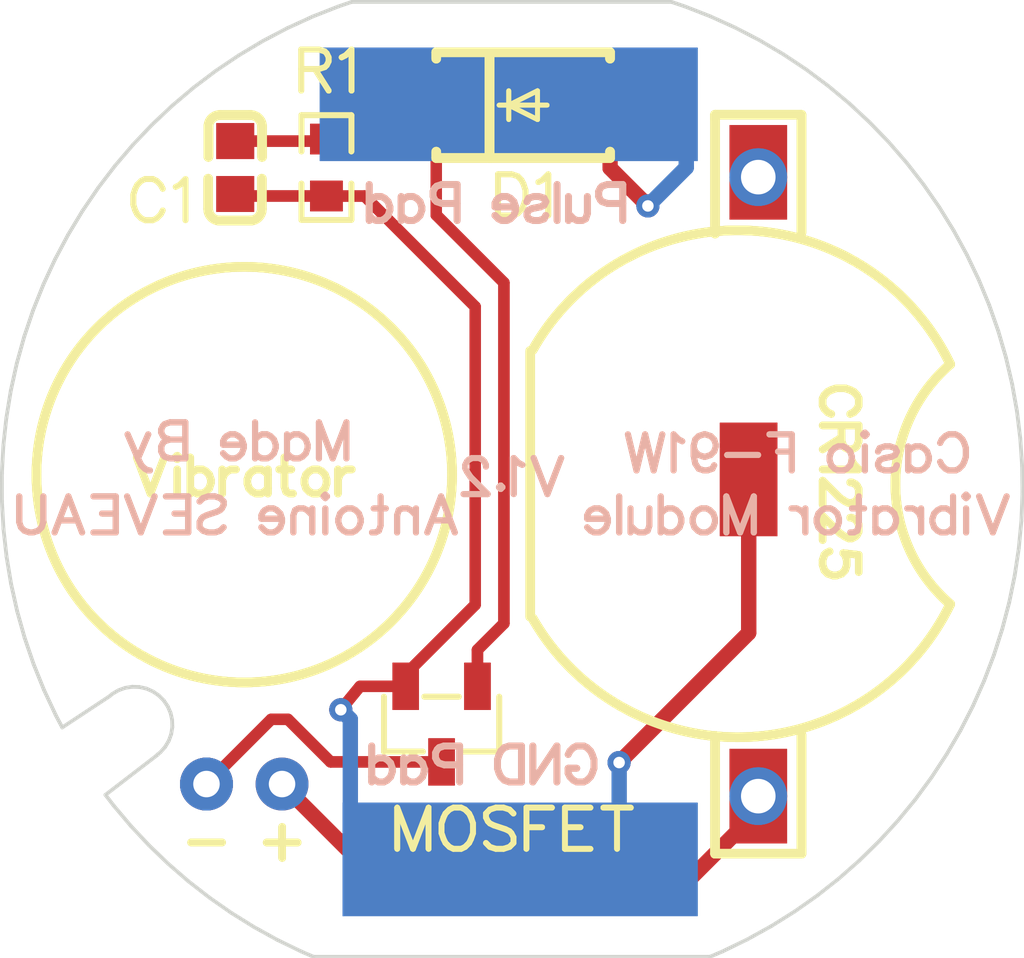
<source format=kicad_pcb>
(kicad_pcb (version 20240108) (generator "pcbnew") (generator_version "8.0")
  (layers (0 "F.Cu" signal) (31 "B.Cu" signal) (34 "B.Paste" user) (35 "F.Paste" user) (36 "B.SilkS" user "B.Silkscreen") (37 "F.SilkS" user "F.Silkscreen") (38 "B.Mask" user) (39 "F.Mask" user) (44 "Edge.Cuts" user))
  (net 0 "")
  (gr_poly (pts (xy 134.077 133.11798) (xy 133.077 133.11798) (xy 133.077 134.06798) (xy 134.077 134.06798)) (fill solid) (layer "F.Cu"))
  (gr_poly (pts (xy 138.43804 147.4) (xy 137.73804 147.4) (xy 137.73804 148.65) (xy 138.43804 148.65)) (fill solid) (layer "F.Cu"))
  (gr_poly (pts (xy 139.89703 131.64201) (xy 137.89703 131.64201) (xy 137.89703 133.64201) (xy 139.89703 133.64201)) (fill solid) (layer "F.Cu"))
  (gr_poly (pts (xy 138.43804 147.4) (xy 137.73804 147.4) (xy 137.73804 148.65) (xy 138.43804 148.65)) (fill solid) (layer "F.Cu"))
  (gr_poly (pts (xy 148.18199 149.68) (xy 146.65799 149.68) (xy 146.65799 152.18) (xy 148.18199 152.18)) (fill solid) (layer "F.Cu"))
  (gr_poly (pts (xy 148.18199 149.68) (xy 146.65799 149.68) (xy 146.65799 152.18) (xy 148.18199 152.18)) (fill solid) (layer "F.Cu"))
  (gr_poly (pts (xy 134.077 133.11798) (xy 133.077 133.11798) (xy 133.077 134.06798) (xy 134.077 134.06798)) (fill solid) (layer "F.Cu"))
  (gr_circle (center 147.41999 134.54701) (end 148.18199 134.54701) (fill solid) (layer "F.Cu"))
  (gr_circle (center 136.371 148.644) (end 136.6758 148.644) (fill solid) (layer "F.Cu"))
  (gr_circle (center 147.41999 150.93) (end 148.18199 150.93) (fill solid) (layer "F.Cu"))
  (gr_poly (pts (xy 144.49696 131.64201) (xy 142.49696 131.64201) (xy 142.49696 133.64201) (xy 144.49696 133.64201)) (fill solid) (layer "F.Cu"))
  (gr_poly (pts (xy 134.077 133.11798) (xy 133.077 133.11798) (xy 133.077 134.06798) (xy 134.077 134.06798)) (fill solid) (layer "F.Cu"))
  (gr_circle (center 132.81602 150.60996) (end 133.51602 150.60996) (fill solid) (layer "F.Cu"))
  (gr_poly (pts (xy 140.33796 147.4) (xy 139.63796 147.4) (xy 139.63796 148.65) (xy 140.33796 148.65)) (fill solid) (layer "F.Cu"))
  (gr_circle (center 143.73699 150.041) (end 144.04179 150.041) (fill solid) (layer "F.Cu"))
  (gr_poly (pts (xy 138.43804 147.4) (xy 137.73804 147.4) (xy 137.73804 148.65) (xy 138.43804 148.65)) (fill solid) (layer "F.Cu"))
  (gr_circle (center 143.73699 150.041) (end 144.04179 150.041) (fill solid) (layer "F.Cu"))
  (gr_poly (pts (xy 148.18199 133.17001) (xy 146.65799 133.17001) (xy 146.65799 135.67001) (xy 148.18199 135.67001)) (fill solid) (layer "F.Cu"))
  (gr_poly (pts (xy 139.388 149.39999) (xy 138.688 149.39999) (xy 138.688 150.64999) (xy 139.388 150.64999)) (fill solid) (layer "F.Cu"))
  (gr_poly (pts (xy 140.33796 147.4) (xy 139.63796 147.4) (xy 139.63796 148.65) (xy 140.33796 148.65)) (fill solid) (layer "F.Cu"))
  (gr_poly (pts (xy 144.49696 131.64201) (xy 142.49696 131.64201) (xy 142.49696 133.64201) (xy 144.49696 133.64201)) (fill solid) (layer "F.Cu"))
  (gr_poly (pts (xy 148.18199 133.17001) (xy 146.65799 133.17001) (xy 146.65799 135.67001) (xy 148.18199 135.67001)) (fill solid) (layer "F.Cu"))
  (gr_poly (pts (xy 134.077 134.51803) (xy 133.077 134.51803) (xy 133.077 135.46803) (xy 134.077 135.46803)) (fill solid) (layer "F.Cu"))
  (gr_poly (pts (xy 139.388 149.39999) (xy 138.688 149.39999) (xy 138.688 150.64999) (xy 139.388 150.64999)) (fill solid) (layer "F.Cu"))
  (gr_circle (center 132.81602 150.60996) (end 133.51602 150.60996) (fill solid) (layer "F.Cu"))
  (gr_circle (center 143.73699 150.041) (end 144.04179 150.041) (fill solid) (layer "F.Cu"))
  (gr_poly (pts (xy 148.18199 133.17001) (xy 146.65799 133.17001) (xy 146.65799 135.67001) (xy 148.18199 135.67001)) (fill solid) (layer "F.Cu"))
  (gr_poly (pts (xy 140.33796 147.4) (xy 139.63796 147.4) (xy 139.63796 148.65) (xy 140.33796 148.65)) (fill solid) (layer "F.Cu"))
  (gr_circle (center 136.371 148.644) (end 136.6758 148.644) (fill solid) (layer "F.Cu"))
  (gr_circle (center 147.41999 150.93) (end 148.18199 150.93) (fill solid) (layer "F.Cu"))
  (gr_circle (center 132.81602 150.60996) (end 133.51602 150.60996) (fill solid) (layer "F.Cu"))
  (gr_poly (pts (xy 134.077 134.51803) (xy 133.077 134.51803) (xy 133.077 135.46803) (xy 134.077 135.46803)) (fill solid) (layer "F.Cu"))
  (gr_circle (center 144.49899 135.30901) (end 144.80379 135.30901) (fill solid) (layer "F.Cu"))
  (gr_poly (pts (xy 147.92799 141.04801) (xy 146.40399 141.04801) (xy 146.40399 144.04801) (xy 147.92799 144.04801)) (fill solid) (layer "F.Cu"))
  (gr_poly (pts (xy 136.422 133.13651) (xy 135.558 133.13651) (xy 135.558 133.94301) (xy 136.422 133.94301)) (fill solid) (layer "F.Cu"))
  (gr_poly (pts (xy 148.18199 149.68) (xy 146.65799 149.68) (xy 146.65799 152.18) (xy 148.18199 152.18)) (fill solid) (layer "F.Cu"))
  (gr_poly (pts (xy 139.388 149.39999) (xy 138.688 149.39999) (xy 138.688 150.64999) (xy 139.388 150.64999)) (fill solid) (layer "F.Cu"))
  (gr_circle (center 144.49899 135.30901) (end 144.80379 135.30901) (fill solid) (layer "F.Cu"))
  (gr_poly (pts (xy 147.92799 141.04801) (xy 146.40399 141.04801) (xy 146.40399 144.04801) (xy 147.92799 144.04801)) (fill solid) (layer "F.Cu"))
  (gr_poly (pts (xy 136.422 133.13651) (xy 135.558 133.13651) (xy 135.558 133.94301) (xy 136.422 133.94301)) (fill solid) (layer "F.Cu"))
  (gr_poly (pts (xy 139.89703 131.64201) (xy 137.89703 131.64201) (xy 137.89703 133.64201) (xy 139.89703 133.64201)) (fill solid) (layer "F.Cu"))
  (gr_circle (center 147.41999 150.93) (end 148.18199 150.93) (fill solid) (layer "F.Cu"))
  (gr_circle (center 147.41999 134.54701) (end 148.18199 134.54701) (fill solid) (layer "F.Cu"))
  (gr_poly (pts (xy 136.422 133.13651) (xy 135.558 133.13651) (xy 135.558 133.94301) (xy 136.422 133.94301)) (fill solid) (layer "F.Cu"))
  (gr_poly (pts (xy 144.49696 131.64201) (xy 142.49696 131.64201) (xy 142.49696 133.64201) (xy 144.49696 133.64201)) (fill solid) (layer "F.Cu"))
  (gr_circle (center 147.41999 134.54701) (end 148.18199 134.54701) (fill solid) (layer "F.Cu"))
  (gr_poly (pts (xy 136.422 134.64312) (xy 135.558 134.64312) (xy 135.558 135.44962) (xy 136.422 135.44962)) (fill solid) (layer "F.Cu"))
  (gr_poly (pts (xy 136.422 134.64312) (xy 135.558 134.64312) (xy 135.558 135.44962) (xy 136.422 135.44962)) (fill solid) (layer "F.Cu"))
  (gr_circle (center 136.371 148.644) (end 136.6758 148.644) (fill solid) (layer "F.Cu"))
  (gr_poly (pts (xy 136.422 134.64312) (xy 135.558 134.64312) (xy 135.558 135.44962) (xy 136.422 135.44962)) (fill solid) (layer "F.Cu"))
  (gr_circle (center 144.49899 135.30901) (end 144.80379 135.30901) (fill solid) (layer "F.Cu"))
  (gr_poly (pts (xy 134.077 134.51803) (xy 133.077 134.51803) (xy 133.077 135.46803) (xy 134.077 135.46803)) (fill solid) (layer "F.Cu"))
  (gr_poly (pts (xy 147.92799 141.04801) (xy 146.40399 141.04801) (xy 146.40399 144.04801) (xy 147.92799 144.04801)) (fill solid) (layer "F.Cu"))
  (gr_poly (pts (xy 139.89703 131.64201) (xy 137.89703 131.64201) (xy 137.89703 133.64201) (xy 139.89703 133.64201)) (fill solid) (layer "F.Cu"))
  (gr_circle (center 147.41999 150.93) (end 148.18199 150.93) (fill solid) (layer "B.Cu"))
  (gr_poly (pts (xy 136.41596 151.105) (xy 145.81598 151.105) (xy 145.81598 154.105) (xy 136.41596 154.105)) (fill solid) (layer "B.Cu"))
  (gr_circle (center 132.81602 150.60996) (end 133.51602 150.60996) (fill solid) (layer "B.Cu"))
  (gr_poly (pts (xy 135.81601 131.12105) (xy 145.81598 131.12105) (xy 145.81598 134.12105) (xy 135.81601 134.12105)) (fill solid) (layer "B.Cu"))
  (gr_circle (center 136.371 148.644) (end 136.6758 148.644) (fill solid) (layer "B.Cu"))
  (gr_circle (center 144.49899 135.30901) (end 144.80379 135.30901) (fill solid) (layer "B.Cu"))
  (gr_circle (center 143.73699 150.041) (end 144.04179 150.041) (fill solid) (layer "B.Cu"))
  (gr_circle (center 132.81602 150.60996) (end 133.51602 150.60996) (fill solid) (layer "B.Cu"))
  (gr_poly (pts (xy 136.41596 151.105) (xy 145.81598 151.105) (xy 145.81598 154.105) (xy 136.41596 154.105)) (fill solid) (layer "B.Cu"))
  (gr_circle (center 136.371 148.644) (end 136.6758 148.644) (fill solid) (layer "B.Cu"))
  (gr_poly (pts (xy 135.81601 131.12105) (xy 145.81598 131.12105) (xy 145.81598 134.12105) (xy 135.81601 134.12105)) (fill solid) (layer "B.Cu"))
  (gr_poly (pts (xy 135.81601 131.12105) (xy 145.81598 131.12105) (xy 145.81598 134.12105) (xy 135.81601 134.12105)) (fill solid) (layer "B.Cu"))
  (gr_circle (center 136.371 148.644) (end 136.6758 148.644) (fill solid) (layer "B.Cu"))
  (gr_circle (center 144.49899 135.30901) (end 144.80379 135.30901) (fill solid) (layer "B.Cu"))
  (gr_circle (center 147.41999 150.93) (end 148.18199 150.93) (fill solid) (layer "B.Cu"))
  (gr_circle (center 147.41999 150.93) (end 148.18199 150.93) (fill solid) (layer "B.Cu"))
  (gr_circle (center 143.73699 150.041) (end 144.04179 150.041) (fill solid) (layer "B.Cu"))
  (gr_circle (center 144.49899 135.30901) (end 144.80379 135.30901) (fill solid) (layer "B.Cu"))
  (gr_circle (center 147.41999 134.54701) (end 148.18199 134.54701) (fill solid) (layer "B.Cu"))
  (gr_circle (center 132.81602 150.60996) (end 133.51602 150.60996) (fill solid) (layer "B.Cu"))
  (gr_poly (pts (xy 136.41596 151.105) (xy 145.81598 151.105) (xy 145.81598 154.105) (xy 136.41596 154.105)) (fill solid) (layer "B.Cu"))
  (gr_circle (center 143.73699 150.041) (end 144.04179 150.041) (fill solid) (layer "B.Cu"))
  (gr_circle (center 147.41999 134.54701) (end 148.18199 134.54701) (fill solid) (layer "B.Cu"))
  (gr_circle (center 147.41999 134.54701) (end 148.18199 134.54701) (fill solid) (layer "B.Cu"))
  (gr_line (start 145.84301 141.40064) (end 145.7521 141.49154) (stroke (width 0.16)) (layer "B.SilkS"))
  (gr_line (start 149.19299 143.95129) (end 149.10208 143.90583) (stroke (width 0.16)) (layer "B.SilkS"))
  (gr_line (start 137.68929 150.41905) (end 137.59838 150.50996) (stroke (width 0.18)) (layer "B.SilkS"))
  (gr_line (start 138.28751 135.69643) (end 138.15116 135.69643) (stroke (width 0.18)) (layer "B.SilkS"))
  (gr_line (start 139.10747 149.60086) (end 138.9711 149.64633) (stroke (width 0.18)) (layer "B.SilkS"))
  (gr_line (start 150.70208 143.95129) (end 150.61115 143.90583) (stroke (width 0.16)) (layer "B.SilkS"))
  (gr_line (start 136.53346 143.31495) (end 136.66983 143.31495) (stroke (width 0.16)) (layer "B.SilkS"))
  (gr_line (start 151.72933 143.58764) (end 151.68389 143.4513) (stroke (width 0.16)) (layer "B.SilkS"))
  (gr_line (start 144.53844 143.76946) (end 144.493 143.90583) (stroke (width 0.16)) (layer "B.SilkS"))
  (gr_line (start 150.52024 143.31492) (end 150.52024 143.95129) (stroke (width 0.16)) (layer "B.SilkS"))
  (gr_line (start 150.08389 143.76946) (end 150.03843 143.90583) (stroke (width 0.16)) (layer "B.SilkS"))
  (gr_line (start 134.10167 141.49157) (end 134.19257 141.40064) (stroke (width 0.16)) (layer "B.SilkS"))
  (gr_line (start 145.24753 143.90583) (end 145.15662 143.95129) (stroke (width 0.16)) (layer "B.SilkS"))
  (gr_line (start 137.53298 135.65097) (end 137.44207 135.69643) (stroke (width 0.18)) (layer "B.SilkS"))
  (gr_line (start 140.55738 142.75358) (end 140.60285 142.70815) (stroke (width 0.16)) (layer "B.SilkS"))
  (gr_line (start 146.16119 141.40064) (end 146.02482 141.35517) (stroke (width 0.16)) (layer "B.SilkS"))
  (gr_line (start 141.4784 135.06006) (end 141.61477 135.06006) (stroke (width 0.18)) (layer "B.SilkS"))
  (gr_line (start 147.30209 142.99674) (end 146.93843 143.95129) (stroke (width 0.16)) (layer "B.SilkS"))
  (gr_line (start 131.6653 141.58247) (end 131.61986 141.67338) (stroke (width 0.16)) (layer "B.SilkS"))
  (gr_line (start 142.39658 135.06006) (end 142.39658 135.69643) (stroke (width 0.18)) (layer "B.SilkS"))
  (gr_line (start 139.04207 135.24187) (end 139.45116 135.24187) (stroke (width 0.18)) (layer "B.SilkS"))
  (gr_line (start 132.67894 143.58767) (end 132.63347 143.67857) (stroke (width 0.16)) (layer "B.SilkS"))
  (gr_line (start 144.83844 143.4513) (end 144.92935 143.36036) (stroke (width 0.16)) (layer "B.SilkS"))
  (gr_line (start 140.16647 142.07178) (end 140.12103 142.02634) (stroke (width 0.16)) (layer "B.SilkS"))
  (gr_line (start 142.85114 135.65097) (end 142.76024 135.69643) (stroke (width 0.18)) (layer "B.SilkS"))
  (gr_line (start 141.34205 135.1055) (end 141.4784 135.06006) (stroke (width 0.18)) (layer "B.SilkS"))
  (gr_line (start 153.99298 142.99674) (end 153.62933 143.95129) (stroke (width 0.16)) (layer "B.SilkS"))
  (gr_line (start 131.71076 141.4461) (end 131.84714 141.49157) (stroke (width 0.16)) (layer "B.SilkS"))
  (gr_line (start 150.92933 143.36036) (end 151.02024 143.4513) (stroke (width 0.16)) (layer "B.SilkS"))
  (gr_line (start 135.26529 141.99157) (end 135.12894 141.99157) (stroke (width 0.16)) (layer "B.SilkS"))
  (gr_line (start 131.6653 141.40064) (end 131.71076 141.4461) (stroke (width 0.16)) (layer "B.SilkS"))
  (gr_line (start 151.06571 143.67855) (end 151.02024 143.81492) (stroke (width 0.16)) (layer "B.SilkS"))
  (gr_line (start 134.51076 141.9461) (end 134.41985 141.99157) (stroke (width 0.16)) (layer "B.SilkS"))
  (gr_line (start 133.26984 143.13313) (end 133.26984 143.22404) (stroke (width 0.16)) (layer "B.SilkS"))
  (gr_line (start 133.66529 141.9461) (end 133.57439 141.99157) (stroke (width 0.16)) (layer "B.SilkS"))
  (gr_line (start 152.25661 143.31492) (end 152.1657 143.36036) (stroke (width 0.16)) (layer "B.SilkS"))
  (gr_line (start 150.58844 142.12789) (end 150.58844 142.17335) (stroke (width 0.16)) (layer "B.SilkS"))
  (gr_line (start 149.42024 143.36036) (end 149.51115 143.4513) (stroke (width 0.16)) (layer "B.SilkS"))
  (gr_line (start 142.88927 150.50996) (end 142.79836 150.55542) (stroke (width 0.18)) (layer "B.SilkS"))
  (gr_line (start 129.16076 142.99676) (end 129.52438 143.95132) (stroke (width 0.16)) (layer "B.SilkS"))
  (gr_line (start 135.38802 143.31495) (end 135.25165 143.31495) (stroke (width 0.16)) (layer "B.SilkS"))
  (gr_line (start 134.51076 141.40064) (end 134.60166 141.49157) (stroke (width 0.16)) (layer "B.SilkS"))
  (gr_line (start 138.28751 135.69643) (end 138.15116 135.69643) (stroke (width 0.18)) (layer "B.SilkS"))
  (gr_line (start 152.64299 142.30973) (end 152.46118 142.30973) (stroke (width 0.16)) (layer "B.SilkS"))
  (gr_line (start 135.61528 143.49676) (end 135.47893 143.36039) (stroke (width 0.16)) (layer "B.SilkS"))
  (gr_line (start 144.87936 141.35517) (end 144.6521 142.30973) (stroke (width 0.16)) (layer "B.SilkS"))
  (gr_line (start 150.08389 143.76946) (end 150.03843 143.90583) (stroke (width 0.16)) (layer "B.SilkS"))
  (gr_line (start 138.03473 149.91905) (end 138.03473 150.55542) (stroke (width 0.18)) (layer "B.SilkS"))
  (gr_line (start 151.47934 141.7188) (end 151.57025 141.67336) (stroke (width 0.16)) (layer "B.SilkS"))
  (gr_line (start 151.47934 141.7188) (end 151.57025 141.67336) (stroke (width 0.16)) (layer "B.SilkS"))
  (gr_line (start 131.84714 141.49157) (end 131.71076 141.53701) (stroke (width 0.16)) (layer "B.SilkS"))
  (gr_line (start 133.17893 143.90585) (end 133.26984 143.81495) (stroke (width 0.16)) (layer "B.SilkS"))
  (gr_line (start 145.97936 141.94608) (end 146.02482 141.94608) (stroke (width 0.16)) (layer "B.SilkS"))
  (gr_line (start 134.76984 143.81495) (end 134.67893 143.90585) (stroke (width 0.16)) (layer "B.SilkS"))
  (gr_line (start 143.97027 141.35517) (end 144.19755 142.30973) (stroke (width 0.16)) (layer "B.SilkS"))
  (gr_line (start 143.21116 143.95129) (end 143.07481 143.95129) (stroke (width 0.16)) (layer "B.SilkS"))
  (gr_line (start 142.38927 150.32814) (end 142.38927 150.19177) (stroke (width 0.18)) (layer "B.SilkS"))
  (gr_line (start 138.88019 149.91905) (end 138.92563 150.00996) (stroke (width 0.18)) (layer "B.SilkS"))
  (gr_line (start 140.45116 135.33278) (end 140.45116 135.24187) (stroke (width 0.18)) (layer "B.SilkS"))
  (gr_line (start 143.28749 135.19643) (end 143.42386 135.24187) (stroke (width 0.18)) (layer "B.SilkS"))
  (gr_line (start 137.50748 149.91905) (end 137.59838 149.96449) (stroke (width 0.18)) (layer "B.SilkS"))
  (gr_line (start 133.17893 143.36039) (end 133.08803 143.40585) (stroke (width 0.16)) (layer "B.SilkS"))
  (gr_line (start 132.86075 143.95132) (end 133.04256 143.95132) (stroke (width 0.16)) (layer "B.SilkS"))
  (gr_line (start 136.76074 143.36039) (end 136.85165 143.45132) (stroke (width 0.16)) (layer "B.SilkS"))
  (gr_line (start 138.81479 134.92369) (end 138.81479 135.06006) (stroke (width 0.18)) (layer "B.SilkS"))
  (gr_line (start 146.2521 141.49154) (end 146.16119 141.40064) (stroke (width 0.16)) (layer "B.SilkS"))
  (gr_line (start 150.77025 142.30973) (end 150.90663 142.30973) (stroke (width 0.16)) (layer "B.SilkS"))
  (gr_line (start 141.34205 135.1055) (end 141.4784 135.06006) (stroke (width 0.18)) (layer "B.SilkS"))
  (gr_line (start 146.27481 143.58764) (end 146.27481 143.67855) (stroke (width 0.16)) (layer "B.SilkS"))
  (gr_line (start 152.27934 141.49154) (end 152.37025 141.40064) (stroke (width 0.16)) (layer "B.SilkS"))
  (gr_line (start 139.25164 143.63313) (end 138.79711 143.63313) (stroke (width 0.16)) (layer "B.SilkS"))
  (gr_line (start 129.16076 142.99676) (end 129.52438 143.95132) (stroke (width 0.16)) (layer "B.SilkS"))
  (gr_line (start 133.2562 141.53701) (end 133.30167 141.4461) (stroke (width 0.16)) (layer "B.SilkS"))
  (gr_line (start 152.27934 142.17335) (end 152.2339 142.08245) (stroke (width 0.16)) (layer "B.SilkS"))
  (gr_line (start 131.71076 141.53701) (end 131.6653 141.58247) (stroke (width 0.16)) (layer "B.SilkS"))
  (gr_line (start 128.49713 143.67857) (end 128.45166 143.81495) (stroke (width 0.16)) (layer "B.SilkS"))
  (gr_line (start 146.16119 141.40064) (end 146.02482 141.35517) (stroke (width 0.16)) (layer "B.SilkS"))
  (gr_line (start 149.42024 143.36036) (end 149.51115 143.4513) (stroke (width 0.16)) (layer "B.SilkS"))
  (gr_line (start 137.62388 135.56006) (end 137.53298 135.65097) (stroke (width 0.18)) (layer "B.SilkS"))
  (gr_line (start 140.69838 149.64633) (end 140.60747 149.73724) (stroke (width 0.18)) (layer "B.SilkS"))
  (gr_line (start 132.72438 143.90585) (end 132.86075 143.95132) (stroke (width 0.16)) (layer "B.SilkS"))
  (gr_line (start 150.63391 142.26426) (end 150.77025 142.30973) (stroke (width 0.16)) (layer "B.SilkS"))
  (gr_line (start 132.72438 143.04223) (end 132.86075 142.99676) (stroke (width 0.16)) (layer "B.SilkS"))
  (gr_line (start 142.43471 149.73724) (end 142.52562 149.64633) (stroke (width 0.18)) (layer "B.SilkS"))
  (gr_line (start 134.81528 143.67857) (end 134.76984 143.81495) (stroke (width 0.16)) (layer "B.SilkS"))
  (gr_line (start 133.17893 143.36039) (end 133.08803 143.40585) (stroke (width 0.16)) (layer "B.SilkS"))
  (gr_line (start 149.30663 141.94608) (end 149.35209 141.80973) (stroke (width 0.16)) (layer "B.SilkS"))
  (gr_line (start 135.11528 143.49676) (end 135.11528 143.95132) (stroke (width 0.16)) (layer "B.SilkS"))
  (gr_line (start 152.46118 142.30973) (end 152.37025 142.26426) (stroke (width 0.16)) (layer "B.SilkS"))
  (gr_line (start 141.4529 149.60086) (end 141.4529 150.55542) (stroke (width 0.18)) (layer "B.SilkS"))
  (gr_line (start 145.33844 143.4513) (end 145.3839 143.58764) (stroke (width 0.16)) (layer "B.SilkS"))
  (gr_line (start 133.04256 143.95132) (end 133.17893 143.90585) (stroke (width 0.16)) (layer "B.SilkS"))
  (gr_line (start 132.86075 142.99676) (end 133.04256 142.99676) (stroke (width 0.16)) (layer "B.SilkS"))
  (gr_line (start 149.19299 143.31492) (end 149.32934 143.31492) (stroke (width 0.16)) (layer "B.SilkS"))
  (gr_line (start 134.94713 141.3552) (end 134.94713 141.99157) (stroke (width 0.16)) (layer "B.SilkS"))
  (gr_line (start 130.72895 141.3552) (end 131.00167 141.99157) (stroke (width 0.16)) (layer "B.SilkS"))
  (gr_line (start 137.66935 135.33278) (end 137.66935 135.42369) (stroke (width 0.18)) (layer "B.SilkS"))
  (gr_line (start 137.28802 143.95132) (end 137.19711 143.95132) (stroke (width 0.16)) (layer "B.SilkS"))
  (gr_line (start 133.66529 141.9461) (end 133.57439 141.99157) (stroke (width 0.16)) (layer "B.SilkS"))
  (gr_line (start 149.53391 142.30973) (end 149.443 142.26426) (stroke (width 0.16)) (layer "B.SilkS"))
  (gr_line (start 141.34205 135.65097) (end 141.4784 135.69643) (stroke (width 0.18)) (layer "B.SilkS"))
  (gr_line (start 135.61528 143.31495) (end 135.61528 143.95132) (stroke (width 0.16)) (layer "B.SilkS"))
  (gr_line (start 133.57439 141.3552) (end 133.66529 141.40064) (stroke (width 0.16)) (layer "B.SilkS"))
  (gr_line (start 138.90569 134.78734) (end 138.86025 134.83278) (stroke (width 0.18)) (layer "B.SilkS"))
  (gr_line (start 132.72438 143.54223) (end 132.67894 143.58767) (stroke (width 0.16)) (layer "B.SilkS"))
  (gr_line (start 133.34713 141.40064) (end 133.43804 141.3552) (stroke (width 0.16)) (layer "B.SilkS"))
  (gr_line (start 146.04753 143.95129) (end 145.91116 143.95129) (stroke (width 0.16)) (layer "B.SilkS"))
  (gr_line (start 137.42437 142.99676) (end 137.42437 143.76948) (stroke (width 0.16)) (layer "B.SilkS"))
  (gr_line (start 132.33347 142.99676) (end 132.33347 143.95132) (stroke (width 0.16)) (layer "B.SilkS"))
  (gr_line (start 136.51985 141.03701) (end 136.51985 141.99157) (stroke (width 0.16)) (layer "B.SilkS"))
  (gr_line (start 151.50208 143.31492) (end 151.36571 143.31492) (stroke (width 0.16)) (layer "B.SilkS"))
  (gr_line (start 143.30209 143.36036) (end 143.393 143.4513) (stroke (width 0.16)) (layer "B.SilkS"))
  (gr_line (start 140.95115 135.19643) (end 140.99659 135.33278) (stroke (width 0.18)) (layer "B.SilkS"))
  (gr_line (start 134.28348 141.99157) (end 134.19257 141.9461) (stroke (width 0.16)) (layer "B.SilkS"))
  (gr_line (start 141.1529 149.60086) (end 141.1529 150.55542) (stroke (width 0.18)) (layer "B.SilkS"))
  (gr_line (start 150.63391 142.03698) (end 150.58844 142.12789) (stroke (width 0.16)) (layer "B.SilkS"))
  (gr_line (start 132.2562 141.03701) (end 132.2562 141.99157) (stroke (width 0.16)) (layer "B.SilkS"))
  (gr_line (start 150.243 141.30973) (end 150.28844 141.35517) (stroke (width 0.16)) (layer "B.SilkS"))
  (gr_line (start 136.85165 143.45132) (end 136.89711 143.58767) (stroke (width 0.16)) (layer "B.SilkS"))
  (gr_line (start 137.96935 135.19643) (end 138.06026 135.1055) (stroke (width 0.18)) (layer "B.SilkS"))
  (gr_line (start 139.75738 142.02634) (end 139.71194 142.07178) (stroke (width 0.16)) (layer "B.SilkS"))
  (gr_line (start 128.49713 143.67857) (end 128.45166 143.81495) (stroke (width 0.16)) (layer "B.SilkS"))
  (gr_line (start 137.59838 149.96449) (end 137.68929 150.05542) (stroke (width 0.18)) (layer "B.SilkS"))
  (gr_line (start 149.10208 143.36036) (end 149.19299 143.31492) (stroke (width 0.16)) (layer "B.SilkS"))
  (gr_line (start 136.89711 143.58767) (end 136.89711 143.67857) (stroke (width 0.16)) (layer "B.SilkS"))
  (gr_line (start 149.85209 142.17335) (end 149.76119 142.26426) (stroke (width 0.16)) (layer "B.SilkS"))
  (gr_line (start 152.91571 141.94608) (end 152.87025 142.08245) (stroke (width 0.16)) (layer "B.SilkS"))
  (gr_line (start 152.46118 141.35517) (end 152.64299 141.35517) (stroke (width 0.16)) (layer "B.SilkS"))
  (gr_line (start 142.20283 141.98087) (end 141.83921 142.93542) (stroke (width 0.16)) (layer "B.SilkS"))
  (gr_line (start 134.67893 143.36039) (end 134.76984 143.45132) (stroke (width 0.16)) (layer "B.SilkS"))
  (gr_line (start 152.91571 141.7188) (end 152.91571 141.94608) (stroke (width 0.16)) (layer "B.SilkS"))
  (gr_line (start 133.26984 143.22404) (end 133.22437 143.31495) (stroke (width 0.16)) (layer "B.SilkS"))
  (gr_line (start 127.99713 143.90585) (end 127.90622 143.81495) (stroke (width 0.16)) (layer "B.SilkS"))
  (gr_line (start 138.06026 135.1055) (end 138.15116 135.06006) (stroke (width 0.18)) (layer "B.SilkS"))
  (gr_line (start 131.61986 141.80973) (end 131.6653 141.90064) (stroke (width 0.16)) (layer "B.SilkS"))
  (gr_line (start 143.73844 142.99674) (end 143.73844 143.95129) (stroke (width 0.16)) (layer "B.SilkS"))
  (gr_line (start 150.92933 143.36036) (end 151.02024 143.4513) (stroke (width 0.16)) (layer "B.SilkS"))
  (gr_line (start 152.02933 143.58764) (end 152.02933 143.67855) (stroke (width 0.16)) (layer "B.SilkS"))
  (gr_line (start 150.92933 143.90583) (end 150.83843 143.95129) (stroke (width 0.16)) (layer "B.SilkS"))
  (gr_line (start 129.38804 143.63313) (end 128.93348 143.63313) (stroke (width 0.16)) (layer "B.SilkS"))
  (gr_line (start 140.99659 135.42369) (end 140.95115 135.56006) (stroke (width 0.18)) (layer "B.SilkS"))
  (gr_line (start 139.80285 142.48087) (end 140.25738 142.93542) (stroke (width 0.16)) (layer "B.SilkS"))
  (gr_line (start 144.42482 141.35517) (end 144.6521 142.30973) (stroke (width 0.16)) (layer "B.SilkS"))
  (gr_line (start 149.443 142.26426) (end 149.35209 142.17335) (stroke (width 0.16)) (layer "B.SilkS"))
  (gr_line (start 131.6653 141.12792) (end 131.61986 141.21882) (stroke (width 0.16)) (layer "B.SilkS"))
  (gr_line (start 131.09258 142.17338) (end 131.18348 142.26429) (stroke (width 0.16)) (layer "B.SilkS"))
  (gr_line (start 141.34205 135.42369) (end 141.29659 135.51459) (stroke (width 0.18)) (layer "B.SilkS"))
  (gr_line (start 132.2562 141.03701) (end 131.84714 141.03701) (stroke (width 0.16)) (layer "B.SilkS"))
  (gr_line (start 133.2562 141.53701) (end 133.30167 141.4461) (stroke (width 0.16)) (layer "B.SilkS"))
  (gr_line (start 152.82481 141.49154) (end 152.87025 141.58245) (stroke (width 0.16)) (layer "B.SilkS"))
  (gr_line (start 152.48389 143.36036) (end 152.39298 143.31492) (stroke (width 0.16)) (layer "B.SilkS"))
  (gr_line (start 152.46118 142.30973) (end 152.37025 142.26426) (stroke (width 0.16)) (layer "B.SilkS"))
  (gr_line (start 142.09658 134.74187) (end 142.09658 135.69643) (stroke (width 0.18)) (layer "B.SilkS"))
  (gr_line (start 145.84301 142.26426) (end 145.97936 142.30973) (stroke (width 0.16)) (layer "B.SilkS"))
  (gr_line (start 144.493 143.90583) (end 144.40209 143.95129) (stroke (width 0.16)) (layer "B.SilkS"))
  (gr_line (start 149.443 141.7188) (end 149.53391 141.67336) (stroke (width 0.16)) (layer "B.SilkS"))
  (gr_line (start 140.83472 150.55542) (end 141.1529 150.55542) (stroke (width 0.18)) (layer "B.SilkS"))
  (gr_line (start 136.00621 142.99676) (end 135.96074 143.04223) (stroke (width 0.16)) (layer "B.SilkS"))
  (gr_line (start 139.66648 142.25359) (end 139.71194 142.3445) (stroke (width 0.16)) (layer "B.SilkS"))
  (gr_line (start 152.39298 143.95129) (end 152.48389 143.90583) (stroke (width 0.16)) (layer "B.SilkS"))
  (gr_line (start 137.18929 149.60086) (end 137.18929 150.55542) (stroke (width 0.18)) (layer "B.SilkS"))
  (gr_line (start 142.39658 135.06006) (end 142.39658 135.69643) (stroke (width 0.18)) (layer "B.SilkS"))
  (gr_line (start 134.36075 143.90585) (end 134.26984 143.81495) (stroke (width 0.16)) (layer "B.SilkS"))
  (gr_line (start 148.43843 143.31492) (end 148.30208 143.31492) (stroke (width 0.16)) (layer "B.SilkS"))
  (gr_line (start 142.52562 149.64633) (end 142.61652 149.60086) (stroke (width 0.18)) (layer "B.SilkS"))
  (gr_line (start 128.45166 143.81495) (end 128.36076 143.90585) (stroke (width 0.16)) (layer "B.SilkS"))
  (gr_line (start 151.06571 143.67855) (end 151.02024 143.81492) (stroke (width 0.16)) (layer "B.SilkS"))
  (gr_line (start 140.12103 142.02634) (end 140.03013 141.98087) (stroke (width 0.16)) (layer "B.SilkS"))
  (gr_line (start 142.79836 150.55542) (end 142.61652 150.55542) (stroke (width 0.18)) (layer "B.SilkS"))
  (gr_line (start 150.61115 143.36036) (end 150.70208 143.31492) (stroke (width 0.16)) (layer "B.SilkS"))
  (gr_line (start 138.86025 134.83278) (end 138.81479 134.92369) (stroke (width 0.18)) (layer "B.SilkS"))
  (gr_line (start 151.043 142.26426) (end 151.08844 142.17335) (stroke (width 0.16)) (layer "B.SilkS"))
  (gr_line (start 145.02025 143.31492) (end 145.15662 143.31492) (stroke (width 0.16)) (layer "B.SilkS"))
  (gr_line (start 133.57439 141.99157) (end 133.43804 141.99157) (stroke (width 0.16)) (layer "B.SilkS"))
  (gr_line (start 145.02025 143.31492) (end 145.15662 143.31492) (stroke (width 0.16)) (layer "B.SilkS"))
  (gr_line (start 151.043 141.7188) (end 151.08844 141.80973) (stroke (width 0.16)) (layer "B.SilkS"))
  (gr_line (start 152.0748 143.4513) (end 152.02933 143.58764) (stroke (width 0.16)) (layer "B.SilkS"))
  (gr_line (start 137.68929 150.05542) (end 137.73473 150.19177) (stroke (width 0.18)) (layer "B.SilkS"))
  (gr_line (start 134.76984 143.45132) (end 134.81528 143.58767) (stroke (width 0.16)) (layer "B.SilkS"))
  (gr_line (start 145.3839 143.58764) (end 145.3839 143.67855) (stroke (width 0.16)) (layer "B.SilkS"))
  (gr_line (start 145.33844 143.4513) (end 145.3839 143.58764) (stroke (width 0.16)) (layer "B.SilkS"))
  (gr_line (start 152.92024 143.0422) (end 152.8748 142.99674) (stroke (width 0.16)) (layer "B.SilkS"))
  (gr_line (start 139.10747 150.10086) (end 139.51654 150.10086) (stroke (width 0.18)) (layer "B.SilkS"))
  (gr_line (start 151.70662 142.30973) (end 151.57025 142.30973) (stroke (width 0.16)) (layer "B.SilkS"))
  (gr_line (start 138.46935 135.19643) (end 138.51479 135.33278) (stroke (width 0.18)) (layer "B.SilkS"))
  (gr_line (start 132.86075 142.99676) (end 133.04256 142.99676) (stroke (width 0.16)) (layer "B.SilkS"))
  (gr_line (start 143.07108 150.19177) (end 143.02562 150.32814) (stroke (width 0.18)) (layer "B.SilkS"))
  (gr_line (start 141.17556 142.16269) (end 141.08465 142.11725) (stroke (width 0.16)) (layer "B.SilkS"))
  (gr_line (start 150.19753 141.35517) (end 150.243 141.30973) (stroke (width 0.16)) (layer "B.SilkS"))
  (gr_line (start 142.79836 149.60086) (end 142.88927 149.64633) (stroke (width 0.18)) (layer "B.SilkS"))
  (gr_line (start 145.82025 143.90583) (end 145.72934 143.81492) (stroke (width 0.16)) (layer "B.SilkS"))
  (gr_line (start 137.73473 150.19177) (end 137.73473 150.28268) (stroke (width 0.18)) (layer "B.SilkS"))
  (gr_line (start 135.79257 141.03701) (end 135.79257 141.99157) (stroke (width 0.16)) (layer "B.SilkS"))
  (gr_line (start 140.76934 135.06006) (end 140.86025 135.1055) (stroke (width 0.18)) (layer "B.SilkS"))
  (gr_line (start 136.30621 143.58767) (end 136.35165 143.45132) (stroke (width 0.16)) (layer "B.SilkS"))
  (gr_line (start 132.63347 143.81495) (end 132.72438 143.90585) (stroke (width 0.16)) (layer "B.SilkS"))
  (gr_line (start 151.9339 142.03698) (end 151.88844 142.17335) (stroke (width 0.16)) (layer "B.SilkS"))
  (gr_line (start 137.12388 134.74187) (end 137.12388 135.69643) (stroke (width 0.18)) (layer "B.SilkS"))
  (gr_line (start 150.28844 141.35517) (end 150.243 141.40064) (stroke (width 0.16)) (layer "B.SilkS"))
  (gr_line (start 152.48389 143.90583) (end 152.5748 143.81492) (stroke (width 0.16)) (layer "B.SilkS"))
  (gr_line (start 138.36074 143.49676) (end 138.22436 143.36039) (stroke (width 0.16)) (layer "B.SilkS"))
  (gr_line (start 144.53844 143.31492) (end 144.53844 143.76946) (stroke (width 0.16)) (layer "B.SilkS"))
  (gr_line (start 143.43844 143.58764) (end 142.893 143.58764) (stroke (width 0.16)) (layer "B.SilkS"))
  (gr_line (start 149.53391 141.67336) (end 149.67026 141.67336) (stroke (width 0.16)) (layer "B.SilkS"))
  (gr_line (start 149.01115 143.4513) (end 149.10208 143.36036) (stroke (width 0.16)) (layer "B.SilkS"))
  (gr_line (start 139.75738 142.02634) (end 139.71194 142.07178) (stroke (width 0.16)) (layer "B.SilkS"))
  (gr_line (start 150.03843 143.90583) (end 149.94752 143.95129) (stroke (width 0.16)) (layer "B.SilkS"))
  (gr_line (start 145.33844 143.4513) (end 145.3839 143.58764) (stroke (width 0.16)) (layer "B.SilkS"))
  (gr_line (start 152.5748 142.99674) (end 152.5748 143.95129) (stroke (width 0.16)) (layer "B.SilkS"))
  (gr_line (start 145.72934 143.81492) (end 145.6839 143.67855) (stroke (width 0.16)) (layer "B.SilkS"))
  (gr_line (start 137.21479 135.1055) (end 137.3057 135.06006) (stroke (width 0.18)) (layer "B.SilkS"))
  (gr_line (start 136.44255 143.90585) (end 136.35165 143.81495) (stroke (width 0.16)) (layer "B.SilkS"))
  (gr_line (start 150.90663 141.67336) (end 151.043 141.7188) (stroke (width 0.16)) (layer "B.SilkS"))
  (gr_line (start 136.51985 141.03701) (end 136.51985 141.99157) (stroke (width 0.16)) (layer "B.SilkS"))
  (gr_line (start 140.95115 135.19643) (end 140.99659 135.33278) (stroke (width 0.18)) (layer "B.SilkS"))
  (gr_line (start 137.44207 135.06006) (end 137.53298 135.1055) (stroke (width 0.18)) (layer "B.SilkS"))
  (gr_line (start 150.95209 141.94608) (end 150.72481 141.99154) (stroke (width 0.16)) (layer "B.SilkS"))
  (gr_line (start 134.19257 141.40064) (end 134.28348 141.3552) (stroke (width 0.16)) (layer "B.SilkS"))
  (gr_line (start 134.94713 141.3552) (end 134.94713 141.99157) (stroke (width 0.16)) (layer "B.SilkS"))
  (gr_line (start 145.72934 143.4513) (end 145.82025 143.36036) (stroke (width 0.16)) (layer "B.SilkS"))
  (gr_line (start 151.79753 141.7188) (end 151.88844 141.80973) (stroke (width 0.16)) (layer "B.SilkS"))
  (gr_line (start 149.51115 143.4513) (end 149.55662 143.58764) (stroke (width 0.16)) (layer "B.SilkS"))
  (gr_line (start 149.94752 143.95129) (end 149.85662 143.95129) (stroke (width 0.16)) (layer "B.SilkS"))
  (gr_line (start 135.79257 141.03701) (end 135.79257 141.99157) (stroke (width 0.16)) (layer "B.SilkS"))
  (gr_line (start 142.62386 135.69643) (end 142.53296 135.65097) (stroke (width 0.18)) (layer "B.SilkS"))
  (gr_line (start 137.59838 150.50996) (end 137.50748 150.55542) (stroke (width 0.18)) (layer "B.SilkS"))
  (gr_line (start 142.62386 135.69643) (end 142.53296 135.65097) (stroke (width 0.18)) (layer "B.SilkS"))
  (gr_line (start 141.4529 149.60086) (end 141.4529 150.55542) (stroke (width 0.18)) (layer "B.SilkS"))
  (gr_line (start 134.58802 143.31495) (end 134.67893 143.36039) (stroke (width 0.16)) (layer "B.SilkS"))
  (gr_line (start 137.86074 143.49676) (end 137.86074 143.95132) (stroke (width 0.16)) (layer "B.SilkS"))
  (gr_line (start 149.30663 142.03698) (end 149.30663 141.94608) (stroke (width 0.16)) (layer "B.SilkS"))
  (gr_line (start 137.3057 135.69643) (end 137.21479 135.65097) (stroke (width 0.18)) (layer "B.SilkS"))
  (gr_line (start 149.30663 141.94608) (end 149.35209 141.80973) (stroke (width 0.16)) (layer "B.SilkS"))
  (gr_line (start 143.28749 134.78734) (end 143.24205 134.83278) (stroke (width 0.18)) (layer "B.SilkS"))
  (gr_line (start 152.91571 141.7188) (end 152.91571 141.94608) (stroke (width 0.16)) (layer "B.SilkS"))
  (gr_line (start 136.44255 143.36039) (end 136.53346 143.31495) (stroke (width 0.16)) (layer "B.SilkS"))
  (gr_line (start 137.21479 135.65097) (end 137.12388 135.56006) (stroke (width 0.18)) (layer "B.SilkS"))
  (gr_line (start 144.92935 143.90583) (end 144.83844 143.81492) (stroke (width 0.16)) (layer "B.SilkS"))
  (gr_line (start 146.57481 142.99674) (end 146.93843 143.95129) (stroke (width 0.16)) (layer "B.SilkS"))
  (gr_line (start 131.84714 141.99157) (end 132.2562 141.99157) (stroke (width 0.16)) (layer "B.SilkS"))
  (gr_line (start 145.70664 141.67336) (end 145.70664 141.90064) (stroke (width 0.16)) (layer "B.SilkS"))
  (gr_line (start 149.443 141.7188) (end 149.53391 141.67336) (stroke (width 0.16)) (layer "B.SilkS"))
  (gr_line (start 137.2802 149.96449) (end 137.3711 149.91905) (stroke (width 0.18)) (layer "B.SilkS"))
  (gr_line (start 145.17936 141.35517) (end 145.17936 142.30973) (stroke (width 0.16)) (layer "B.SilkS"))
  (gr_line (start 146.27481 143.67855) (end 146.22934 143.81492) (stroke (width 0.16)) (layer "B.SilkS"))
  (gr_line (start 135.91528 142.99676) (end 135.96074 142.95132) (stroke (width 0.16)) (layer "B.SilkS"))
  (gr_line (start 148.96571 143.58764) (end 149.01115 143.4513) (stroke (width 0.16)) (layer "B.SilkS"))
  (gr_line (start 134.31528 143.40585) (end 134.36075 143.36039) (stroke (width 0.16)) (layer "B.SilkS"))
  (gr_line (start 134.51076 141.40064) (end 134.60166 141.49157) (stroke (width 0.16)) (layer "B.SilkS"))
  (gr_line (start 151.08844 141.80973) (end 151.043 141.90064) (stroke (width 0.16)) (layer "B.SilkS"))
  (gr_line (start 142.893 143.49674) (end 142.93844 143.40583) (stroke (width 0.16)) (layer "B.SilkS"))
  (gr_line (start 147.30209 142.99674) (end 147.30209 143.95129) (stroke (width 0.16)) (layer "B.SilkS"))
  (gr_line (start 143.30209 143.36036) (end 143.393 143.4513) (stroke (width 0.16)) (layer "B.SilkS"))
  (gr_line (start 136.89711 143.67857) (end 136.85165 143.81495) (stroke (width 0.16)) (layer "B.SilkS"))
  (gr_line (start 147.41573 141.90064) (end 146.59754 141.90064) (stroke (width 0.16)) (layer "B.SilkS"))
  (gr_line (start 132.63347 143.67857) (end 132.63347 143.81495) (stroke (width 0.16)) (layer "B.SilkS"))
  (gr_line (start 132.63347 143.81495) (end 132.72438 143.90585) (stroke (width 0.16)) (layer "B.SilkS"))
  (gr_line (start 130.41529 143.45132) (end 130.05166 143.45132) (stroke (width 0.16)) (layer "B.SilkS"))
  (gr_line (start 149.32934 143.95129) (end 149.19299 143.95129) (stroke (width 0.16)) (layer "B.SilkS"))
  (gr_line (start 151.9339 142.03698) (end 151.88844 142.17335) (stroke (width 0.16)) (layer "B.SilkS"))
  (gr_line (start 149.19299 143.95129) (end 149.10208 143.90583) (stroke (width 0.16)) (layer "B.SilkS"))
  (gr_line (start 140.60747 150.41905) (end 140.69838 150.50996) (stroke (width 0.18)) (layer "B.SilkS"))
  (gr_line (start 142.61652 149.60086) (end 142.79836 149.60086) (stroke (width 0.18)) (layer "B.SilkS"))
  (gr_line (start 144.42482 141.35517) (end 144.6521 142.30973) (stroke (width 0.16)) (layer "B.SilkS"))
  (gr_line (start 131.71076 141.53701) (end 131.6653 141.58247) (stroke (width 0.16)) (layer "B.SilkS"))
  (gr_line (start 149.35209 142.17335) (end 149.30663 142.03698) (stroke (width 0.16)) (layer "B.SilkS"))
  (gr_line (start 135.49257 141.62792) (end 135.49257 141.71882) (stroke (width 0.16)) (layer "B.SilkS"))
  (gr_line (start 141.1529 149.60086) (end 141.1529 150.55542) (stroke (width 0.18)) (layer "B.SilkS"))
  (gr_line (start 140.86025 135.65097) (end 140.76934 135.69643) (stroke (width 0.18)) (layer "B.SilkS"))
  (gr_line (start 149.30663 142.03698) (end 149.30663 141.94608) (stroke (width 0.16)) (layer "B.SilkS"))
  (gr_line (start 138.22436 143.36039) (end 138.13346 143.31495) (stroke (width 0.16)) (layer "B.SilkS"))
  (gr_line (start 133.17893 143.90585) (end 133.26984 143.81495) (stroke (width 0.16)) (layer "B.SilkS"))
  (gr_line (start 150.58844 141.80973) (end 150.63391 141.7188) (stroke (width 0.16)) (layer "B.SilkS"))
  (gr_line (start 133.08803 143.40585) (end 132.81528 143.49676) (stroke (width 0.16)) (layer "B.SilkS"))
  (gr_line (start 149.76119 141.7188) (end 149.85209 141.80973) (stroke (width 0.16)) (layer "B.SilkS"))
  (gr_line (start 133.80167 141.62792) (end 133.80167 141.71882) (stroke (width 0.16)) (layer "B.SilkS"))
  (gr_line (start 133.22437 143.31495) (end 133.17893 143.36039) (stroke (width 0.16)) (layer "B.SilkS"))
  (gr_line (start 138.36074 143.49676) (end 138.22436 143.36039) (stroke (width 0.16)) (layer "B.SilkS"))
  (gr_line (start 140.12103 142.02634) (end 140.03013 141.98087) (stroke (width 0.16)) (layer "B.SilkS"))
  (gr_line (start 132.67894 143.58767) (end 132.63347 143.67857) (stroke (width 0.16)) (layer "B.SilkS"))
  (gr_line (start 144.493 143.90583) (end 144.40209 143.95129) (stroke (width 0.16)) (layer "B.SilkS"))
  (gr_line (start 135.12894 141.99157) (end 135.03804 141.9461) (stroke (width 0.16)) (layer "B.SilkS"))
  (gr_line (start 140.51654 149.96449) (end 140.51654 150.19177) (stroke (width 0.18)) (layer "B.SilkS"))
  (gr_line (start 149.443 142.26426) (end 149.35209 142.17335) (stroke (width 0.16)) (layer "B.SilkS"))
  (gr_line (start 131.61986 141.30973) (end 131.6653 141.40064) (stroke (width 0.16)) (layer "B.SilkS"))
  (gr_line (start 140.83472 150.55542) (end 141.1529 150.55542) (stroke (width 0.18)) (layer "B.SilkS"))
  (gr_line (start 148.96571 143.58764) (end 149.01115 143.4513) (stroke (width 0.16)) (layer "B.SilkS"))
  (gr_line (start 131.27439 142.30973) (end 131.31986 142.30973) (stroke (width 0.16)) (layer "B.SilkS"))
  (gr_line (start 139.71194 142.3445) (end 139.80285 142.48087) (stroke (width 0.16)) (layer "B.SilkS"))
  (gr_line (start 131.61986 141.80973) (end 131.6653 141.90064) (stroke (width 0.16)) (layer "B.SilkS"))
  (gr_line (start 131.71076 141.08248) (end 131.6653 141.12792) (stroke (width 0.16)) (layer "B.SilkS"))
  (gr_line (start 140.25738 142.93542) (end 139.62103 142.93542) (stroke (width 0.16)) (layer "B.SilkS"))
  (gr_line (start 139.45116 134.74187) (end 139.45116 135.69643) (stroke (width 0.18)) (layer "B.SilkS"))
  (gr_line (start 137.56074 143.31495) (end 137.24255 143.31495) (stroke (width 0.16)) (layer "B.SilkS"))
  (gr_line (start 134.45165 143.31495) (end 134.58802 143.31495) (stroke (width 0.16)) (layer "B.SilkS"))
  (gr_line (start 128.45166 143.81495) (end 128.36076 143.90585) (stroke (width 0.16)) (layer "B.SilkS"))
  (gr_line (start 146.02482 141.35517) (end 145.97936 141.35517) (stroke (width 0.16)) (layer "B.SilkS"))
  (gr_line (start 137.50748 150.55542) (end 137.3711 150.55542) (stroke (width 0.18)) (layer "B.SilkS"))
  (gr_line (start 139.71194 142.07178) (end 139.66648 142.16269) (stroke (width 0.16)) (layer "B.SilkS"))
  (gr_line (start 137.50748 150.55542) (end 137.3711 150.55542) (stroke (width 0.18)) (layer "B.SilkS"))
  (gr_line (start 137.37893 143.90585) (end 137.28802 143.95132) (stroke (width 0.16)) (layer "B.SilkS"))
  (gr_line (start 152.5748 143.4513) (end 152.48389 143.36036) (stroke (width 0.16)) (layer "B.SilkS"))
  (gr_line (start 144.53844 143.31492) (end 144.53844 143.76946) (stroke (width 0.16)) (layer "B.SilkS"))
  (gr_line (start 149.51115 143.81492) (end 149.42024 143.90583) (stroke (width 0.16)) (layer "B.SilkS"))
  (gr_line (start 134.10167 141.03701) (end 134.10167 141.99157) (stroke (width 0.16)) (layer "B.SilkS"))
  (gr_line (start 149.32934 143.95129) (end 149.19299 143.95129) (stroke (width 0.16)) (layer "B.SilkS"))
  (gr_line (start 146.02482 141.94608) (end 146.16119 141.90064) (stroke (width 0.16)) (layer "B.SilkS"))
  (gr_line (start 137.66935 135.33278) (end 137.66935 135.42369) (stroke (width 0.18)) (layer "B.SilkS"))
  (gr_line (start 149.53391 141.67336) (end 149.67026 141.67336) (stroke (width 0.16)) (layer "B.SilkS"))
  (gr_line (start 140.51654 149.96449) (end 140.51654 150.19177) (stroke (width 0.18)) (layer "B.SilkS"))
  (gr_line (start 140.9483 141.98087) (end 140.9483 142.93542) (stroke (width 0.16)) (layer "B.SilkS"))
  (gr_line (start 137.2802 149.96449) (end 137.3711 149.91905) (stroke (width 0.18)) (layer "B.SilkS"))
  (gr_line (start 129.16076 142.99676) (end 129.52438 143.95132) (stroke (width 0.16)) (layer "B.SilkS"))
  (gr_line (start 135.96074 143.31495) (end 135.96074 143.95132) (stroke (width 0.16)) (layer "B.SilkS"))
  (gr_line (start 145.7521 141.49154) (end 145.70664 141.67336) (stroke (width 0.16)) (layer "B.SilkS"))
  (gr_line (start 139.02436 142.99676) (end 138.66074 143.95132) (stroke (width 0.16)) (layer "B.SilkS"))
  (gr_line (start 143.07481 143.31492) (end 143.21116 143.31492) (stroke (width 0.16)) (layer "B.SilkS"))
  (gr_line (start 133.30167 141.4461) (end 133.34713 141.40064) (stroke (width 0.16)) (layer "B.SilkS"))
  (gr_line (start 137.96935 135.19643) (end 138.06026 135.1055) (stroke (width 0.18)) (layer "B.SilkS"))
  (gr_line (start 131.84714 141.03701) (end 131.71076 141.08248) (stroke (width 0.16)) (layer "B.SilkS"))
  (gr_line (start 142.79836 149.60086) (end 142.88927 149.64633) (stroke (width 0.18)) (layer "B.SilkS"))
  (gr_line (start 140.60285 142.70815) (end 140.64831 142.75358) (stroke (width 0.16)) (layer "B.SilkS"))
  (gr_line (start 134.45165 143.95132) (end 134.36075 143.90585) (stroke (width 0.16)) (layer "B.SilkS"))
  (gr_line (start 143.07108 149.96449) (end 143.07108 150.19177) (stroke (width 0.18)) (layer "B.SilkS"))
  (gr_line (start 136.66983 143.95132) (end 136.53346 143.95132) (stroke (width 0.16)) (layer "B.SilkS"))
  (gr_line (start 150.63391 141.7188) (end 150.77025 141.67336) (stroke (width 0.16)) (layer "B.SilkS"))
  (gr_line (start 136.66983 143.31495) (end 136.76074 143.36039) (stroke (width 0.16)) (layer "B.SilkS"))
  (gr_line (start 138.36074 143.31495) (end 138.36074 143.95132) (stroke (width 0.16)) (layer "B.SilkS"))
  (gr_line (start 149.85209 141.80973) (end 149.89753 141.94608) (stroke (width 0.16)) (layer "B.SilkS"))
  (gr_line (start 133.2562 141.62792) (end 133.2562 141.53701) (stroke (width 0.16)) (layer "B.SilkS"))
  (gr_line (start 144.26572 143.95129) (end 144.17481 143.90583) (stroke (width 0.16)) (layer "B.SilkS"))
  (gr_line (start 143.07108 149.96449) (end 143.07108 150.19177) (stroke (width 0.18)) (layer "B.SilkS"))
  (gr_line (start 140.64831 142.75358) (end 140.60285 142.79905) (stroke (width 0.16)) (layer "B.SilkS"))
  (gr_line (start 137.86074 143.49676) (end 137.86074 143.95132) (stroke (width 0.16)) (layer "B.SilkS"))
  (gr_line (start 135.96074 142.95132) (end 136.00621 142.99676) (stroke (width 0.16)) (layer "B.SilkS"))
  (gr_line (start 142.89658 135.06006) (end 142.89658 135.51459) (stroke (width 0.18)) (layer "B.SilkS"))
  (gr_line (start 137.37893 143.90585) (end 137.28802 143.95132) (stroke (width 0.16)) (layer "B.SilkS"))
  (gr_line (start 136.35165 143.81495) (end 136.30621 143.67857) (stroke (width 0.16)) (layer "B.SilkS"))
  (gr_line (start 142.43471 150.41905) (end 142.38927 150.32814) (stroke (width 0.18)) (layer "B.SilkS"))
  (gr_line (start 135.12894 141.3552) (end 135.26529 141.3552) (stroke (width 0.16)) (layer "B.SilkS"))
  (gr_line (start 134.31528 143.40585) (end 134.36075 143.36039) (stroke (width 0.16)) (layer "B.SilkS"))
  (gr_line (start 134.26984 143.49676) (end 134.31528 143.40585) (stroke (width 0.16)) (layer "B.SilkS"))
  (gr_line (start 146.13844 143.90583) (end 146.04753 143.95129) (stroke (width 0.16)) (layer "B.SilkS"))
  (gr_line (start 137.50748 150.55542) (end 137.3711 150.55542) (stroke (width 0.18)) (layer "B.SilkS"))
  (gr_line (start 142.79836 149.60086) (end 142.88927 149.64633) (stroke (width 0.18)) (layer "B.SilkS"))
  (gr_line (start 142.53296 135.65097) (end 142.39658 135.51459) (stroke (width 0.18)) (layer "B.SilkS"))
  (gr_line (start 141.75114 135.65097) (end 141.79659 135.56006) (stroke (width 0.18)) (layer "B.SilkS"))
  (gr_line (start 152.46118 142.30973) (end 152.37025 142.26426) (stroke (width 0.16)) (layer "B.SilkS"))
  (gr_line (start 134.81528 143.58767) (end 134.81528 143.67857) (stroke (width 0.16)) (layer "B.SilkS"))
  (gr_line (start 138.92563 149.69177) (end 138.88019 149.78268) (stroke (width 0.18)) (layer "B.SilkS"))
  (gr_line (start 140.64831 142.75358) (end 140.60285 142.79905) (stroke (width 0.16)) (layer "B.SilkS"))
  (gr_line (start 140.63297 135.06006) (end 140.76934 135.06006) (stroke (width 0.18)) (layer "B.SilkS"))
  (gr_line (start 145.70664 141.90064) (end 145.7521 142.12789) (stroke (width 0.16)) (layer "B.SilkS"))
  (gr_line (start 152.7339 141.40064) (end 152.82481 141.49154) (stroke (width 0.16)) (layer "B.SilkS"))
  (gr_line (start 143.19658 135.06006) (end 143.24205 135.15097) (stroke (width 0.18)) (layer "B.SilkS"))
  (gr_line (start 150.70208 143.95129) (end 150.61115 143.90583) (stroke (width 0.16)) (layer "B.SilkS"))
  (gr_line (start 137.53298 135.1055) (end 137.62388 135.19643) (stroke (width 0.18)) (layer "B.SilkS"))
  (gr_line (start 150.08389 142.99674) (end 150.08389 143.76946) (stroke (width 0.16)) (layer "B.SilkS"))
  (gr_line (start 153.2657 142.99674) (end 153.62933 143.95129) (stroke (width 0.16)) (layer "B.SilkS"))
  (gr_line (start 145.97936 141.94608) (end 146.02482 141.94608) (stroke (width 0.16)) (layer "B.SilkS"))
  (gr_line (start 150.243 141.40064) (end 150.19753 141.35517) (stroke (width 0.16)) (layer "B.SilkS"))
  (gr_line (start 151.70662 142.30973) (end 151.57025 142.30973) (stroke (width 0.16)) (layer "B.SilkS"))
  (gr_line (start 130.41529 143.95132) (end 129.82438 143.95132) (stroke (width 0.16)) (layer "B.SilkS"))
  (gr_line (start 149.51115 143.4513) (end 149.55662 143.58764) (stroke (width 0.16)) (layer "B.SilkS"))
  (gr_line (start 135.47893 143.36039) (end 135.38802 143.31495) (stroke (width 0.16)) (layer "B.SilkS"))
  (gr_line (start 133.34713 141.9461) (end 133.2562 141.85519) (stroke (width 0.16)) (layer "B.SilkS"))
  (gr_line (start 141.1529 149.60086) (end 140.83472 149.60086) (stroke (width 0.18)) (layer "B.SilkS"))
  (gr_line (start 140.54206 135.1055) (end 140.63297 135.06006) (stroke (width 0.18)) (layer "B.SilkS"))
  (gr_line (start 140.83472 149.60086) (end 140.69838 149.64633) (stroke (width 0.18)) (layer "B.SilkS"))
  (gr_line (start 149.89753 141.94608) (end 149.89753 142.03698) (stroke (width 0.16)) (layer "B.SilkS"))
  (gr_line (start 140.54206 135.65097) (end 140.45116 135.56006) (stroke (width 0.18)) (layer "B.SilkS"))
  (gr_line (start 140.99659 135.33278) (end 140.45116 135.33278) (stroke (width 0.18)) (layer "B.SilkS"))
  (gr_line (start 143.24205 134.83278) (end 143.19658 134.92369) (stroke (width 0.18)) (layer "B.SilkS"))
  (gr_line (start 139.10747 149.60086) (end 138.9711 149.64633) (stroke (width 0.18)) (layer "B.SilkS"))
  (gr_line (start 143.83295 134.74187) (end 143.83295 135.69643) (stroke (width 0.18)) (layer "B.SilkS"))
  (gr_line (start 148.62024 143.4513) (end 148.52934 143.36036) (stroke (width 0.16)) (layer "B.SilkS"))
  (gr_line (start 134.94713 141.49157) (end 135.03804 141.40064) (stroke (width 0.16)) (layer "B.SilkS"))
  (gr_line (start 138.53473 150.05542) (end 138.58019 150.19177) (stroke (width 0.18)) (layer "B.SilkS"))
  (gr_line (start 137.96935 135.19643) (end 138.06026 135.1055) (stroke (width 0.18)) (layer "B.SilkS"))
  (gr_line (start 145.91116 143.31492) (end 146.04753 143.31492) (stroke (width 0.16)) (layer "B.SilkS"))
  (gr_line (start 137.62388 135.19643) (end 137.66935 135.33278) (stroke (width 0.18)) (layer "B.SilkS"))
  (gr_line (start 137.96935 135.06006) (end 137.96935 135.69643) (stroke (width 0.18)) (layer "B.SilkS"))
  (gr_line (start 149.76119 142.26426) (end 149.67026 142.30973) (stroke (width 0.16)) (layer "B.SilkS"))
  (gr_line (start 138.90569 135.19643) (end 139.04207 135.24187) (stroke (width 0.18)) (layer "B.SilkS"))
  (gr_line (start 140.55738 142.75358) (end 140.60285 142.70815) (stroke (width 0.16)) (layer "B.SilkS"))
  (gr_line (start 133.26984 143.13313) (end 133.26984 143.22404) (stroke (width 0.16)) (layer "B.SilkS"))
  (gr_line (start 149.76119 141.7188) (end 149.85209 141.80973) (stroke (width 0.16)) (layer "B.SilkS"))
  (gr_line (start 152.87025 142.08245) (end 152.82481 142.17335) (stroke (width 0.16)) (layer "B.SilkS"))
  (gr_line (start 139.84831 141.98087) (end 139.75738 142.02634) (stroke (width 0.16)) (layer "B.SilkS"))
  (gr_line (start 145.82025 143.36036) (end 145.91116 143.31492) (stroke (width 0.16)) (layer "B.SilkS"))
  (gr_line (start 152.82481 142.17335) (end 152.7339 142.26426) (stroke (width 0.16)) (layer "B.SilkS"))
  (gr_line (start 152.46118 141.35517) (end 152.64299 141.35517) (stroke (width 0.16)) (layer "B.SilkS"))
  (gr_line (start 142.08927 149.60086) (end 141.4529 150.55542) (stroke (width 0.18)) (layer "B.SilkS"))
  (gr_line (start 152.0748 143.81492) (end 152.1657 143.90583) (stroke (width 0.16)) (layer "B.SilkS"))
  (gr_line (start 142.88927 150.50996) (end 142.79836 150.55542) (stroke (width 0.18)) (layer "B.SilkS"))
  (gr_line (start 135.96074 142.95132) (end 136.00621 142.99676) (stroke (width 0.16)) (layer "B.SilkS"))
  (gr_line (start 150.52024 143.31492) (end 150.52024 143.95129) (stroke (width 0.16)) (layer "B.SilkS"))
  (gr_line (start 143.43844 143.58764) (end 142.893 143.58764) (stroke (width 0.16)) (layer "B.SilkS"))
  (gr_line (start 134.45165 143.95132) (end 134.36075 143.90585) (stroke (width 0.16)) (layer "B.SilkS"))
  (gr_line (start 151.38844 141.67336) (end 151.38844 142.30973) (stroke (width 0.16)) (layer "B.SilkS"))
  (gr_line (start 134.81528 143.67857) (end 134.76984 143.81495) (stroke (width 0.16)) (layer "B.SilkS"))
  (gr_line (start 145.6839 143.58764) (end 145.72934 143.4513) (stroke (width 0.16)) (layer "B.SilkS"))
  (gr_line (start 151.02024 143.4513) (end 151.06571 143.58764) (stroke (width 0.16)) (layer "B.SilkS"))
  (gr_line (start 152.46118 141.35517) (end 152.64299 141.35517) (stroke (width 0.16)) (layer "B.SilkS"))
  (gr_line (start 134.19257 141.9461) (end 134.10167 141.85519) (stroke (width 0.16)) (layer "B.SilkS"))
  (gr_line (start 148.66571 143.58764) (end 148.62024 143.4513) (stroke (width 0.16)) (layer "B.SilkS"))
  (gr_line (start 142.43471 149.73724) (end 142.52562 149.64633) (stroke (width 0.18)) (layer "B.SilkS"))
  (gr_line (start 138.58019 150.28268) (end 138.53473 150.41905) (stroke (width 0.18)) (layer "B.SilkS"))
  (gr_line (start 134.28348 141.99157) (end 134.19257 141.9461) (stroke (width 0.16)) (layer "B.SilkS"))
  (gr_line (start 138.81479 135.06006) (end 138.86025 135.15097) (stroke (width 0.18)) (layer "B.SilkS"))
  (gr_line (start 137.44207 135.06006) (end 137.53298 135.1055) (stroke (width 0.18)) (layer "B.SilkS"))
  (gr_line (start 133.30167 141.4461) (end 133.34713 141.40064) (stroke (width 0.16)) (layer "B.SilkS"))
  (gr_line (start 133.17893 143.04223) (end 133.26984 143.13313) (stroke (width 0.16)) (layer "B.SilkS"))
  (gr_line (start 146.13844 143.36036) (end 146.22934 143.4513) (stroke (width 0.16)) (layer "B.SilkS"))
  (gr_line (start 149.67026 142.30973) (end 149.53391 142.30973) (stroke (width 0.16)) (layer "B.SilkS"))
  (gr_line (start 143.73844 142.99674) (end 143.73844 143.95129) (stroke (width 0.16)) (layer "B.SilkS"))
  (gr_line (start 149.76119 142.26426) (end 149.67026 142.30973) (stroke (width 0.16)) (layer "B.SilkS"))
  (gr_line (start 134.81528 143.67857) (end 134.76984 143.81495) (stroke (width 0.16)) (layer "B.SilkS"))
  (gr_line (start 128.36076 143.90585) (end 128.22438 143.95132) (stroke (width 0.16)) (layer "B.SilkS"))
  (gr_line (start 143.42386 135.24187) (end 143.83295 135.24187) (stroke (width 0.18)) (layer "B.SilkS"))
  (gr_line (start 149.67026 141.67336) (end 149.76119 141.7188) (stroke (width 0.16)) (layer "B.SilkS"))
  (gr_line (start 137.21479 135.1055) (end 137.3057 135.06006) (stroke (width 0.18)) (layer "B.SilkS"))
  (gr_line (start 137.68929 150.05542) (end 137.73473 150.19177) (stroke (width 0.18)) (layer "B.SilkS"))
  (gr_line (start 138.12564 150.50996) (end 138.03473 150.41905) (stroke (width 0.18)) (layer "B.SilkS"))
  (gr_line (start 137.59838 150.50996) (end 137.50748 150.55542) (stroke (width 0.18)) (layer "B.SilkS"))
  (gr_line (start 140.99659 135.33278) (end 140.99659 135.42369) (stroke (width 0.18)) (layer "B.SilkS"))
  (gr_line (start 152.27934 142.17335) (end 152.2339 142.08245) (stroke (width 0.16)) (layer "B.SilkS"))
  (gr_line (start 132.33347 143.45132) (end 131.96984 143.45132) (stroke (width 0.16)) (layer "B.SilkS"))
  (gr_line (start 152.48389 143.90583) (end 152.5748 143.81492) (stroke (width 0.16)) (layer "B.SilkS"))
  (gr_line (start 130.41529 142.99676) (end 129.82438 142.99676) (stroke (width 0.16)) (layer "B.SilkS"))
  (gr_line (start 144.53844 143.31492) (end 144.53844 143.76946) (stroke (width 0.16)) (layer "B.SilkS"))
  (gr_line (start 152.64299 141.35517) (end 152.7339 141.40064) (stroke (width 0.16)) (layer "B.SilkS"))
  (gr_line (start 131.00167 141.99157) (end 131.09258 142.17338) (stroke (width 0.16)) (layer "B.SilkS"))
  (gr_line (start 137.18929 150.05542) (end 137.2802 149.96449) (stroke (width 0.18)) (layer "B.SilkS"))
  (gr_line (start 138.51479 135.42369) (end 138.46935 135.56006) (stroke (width 0.18)) (layer "B.SilkS"))
  (gr_line (start 138.58019 150.19177) (end 138.58019 150.28268) (stroke (width 0.18)) (layer "B.SilkS"))
  (gr_line (start 146.04753 143.31492) (end 146.13844 143.36036) (stroke (width 0.16)) (layer "B.SilkS"))
  (gr_line (start 146.16119 141.40064) (end 146.02482 141.35517) (stroke (width 0.16)) (layer "B.SilkS"))
  (gr_line (start 133.66529 141.40064) (end 133.7562 141.49157) (stroke (width 0.16)) (layer "B.SilkS"))
  (gr_line (start 140.63297 135.69643) (end 140.54206 135.65097) (stroke (width 0.18)) (layer "B.SilkS"))
  (gr_line (start 137.3057 135.06006) (end 137.44207 135.06006) (stroke (width 0.18)) (layer "B.SilkS"))
  (gr_line (start 140.55738 142.75358) (end 140.60285 142.70815) (stroke (width 0.16)) (layer "B.SilkS"))
  (gr_line (start 134.36075 143.36039) (end 134.45165 143.31495) (stroke (width 0.16)) (layer "B.SilkS"))
  (gr_line (start 151.47934 142.26426) (end 151.38844 142.17335) (stroke (width 0.16)) (layer "B.SilkS"))
  (gr_line (start 135.03804 141.40064) (end 135.12894 141.3552) (stroke (width 0.16)) (layer "B.SilkS"))
  (gr_line (start 145.7521 141.49154) (end 145.70664 141.67336) (stroke (width 0.16)) (layer "B.SilkS"))
  (gr_line (start 145.97936 141.35517) (end 145.84301 141.40064) (stroke (width 0.16)) (layer "B.SilkS"))
  (gr_line (start 140.21194 142.20815) (end 140.21194 142.16269) (stroke (width 0.16)) (layer "B.SilkS"))
  (gr_line (start 136.51985 141.03701) (end 136.1562 141.99157) (stroke (width 0.16)) (layer "B.SilkS"))
  (gr_line (start 151.79753 141.7188) (end 151.88844 141.80973) (stroke (width 0.16)) (layer "B.SilkS"))
  (gr_line (start 149.30663 141.94608) (end 149.35209 141.80973) (stroke (width 0.16)) (layer "B.SilkS"))
  (gr_line (start 131.09258 142.17338) (end 131.18348 142.26429) (stroke (width 0.16)) (layer "B.SilkS"))
  (gr_line (start 137.42437 142.99676) (end 137.42437 143.76948) (stroke (width 0.16)) (layer "B.SilkS"))
  (gr_line (start 151.08844 141.80973) (end 151.043 141.90064) (stroke (width 0.16)) (layer "B.SilkS"))
  (gr_line (start 147.41573 141.90064) (end 146.59754 141.90064) (stroke (width 0.16)) (layer "B.SilkS"))
  (gr_line (start 145.97936 141.35517) (end 145.84301 141.40064) (stroke (width 0.16)) (layer "B.SilkS"))
  (gr_line (start 138.35291 149.91905) (end 138.44382 149.96449) (stroke (width 0.18)) (layer "B.SilkS"))
  (gr_line (start 138.81479 134.92369) (end 138.81479 135.06006) (stroke (width 0.18)) (layer "B.SilkS"))
  (gr_line (start 151.38844 141.80973) (end 151.47934 141.7188) (stroke (width 0.16)) (layer "B.SilkS"))
  (gr_line (start 137.21479 135.65097) (end 137.12388 135.56006) (stroke (width 0.18)) (layer "B.SilkS"))
  (gr_line (start 150.19753 141.35517) (end 150.243 141.30973) (stroke (width 0.16)) (layer "B.SilkS"))
  (gr_line (start 136.89711 143.67857) (end 136.85165 143.81495) (stroke (width 0.16)) (layer "B.SilkS"))
  (gr_line (start 133.43804 141.99157) (end 133.34713 141.9461) (stroke (width 0.16)) (layer "B.SilkS"))
  (gr_line (start 150.52024 143.31492) (end 150.52024 143.95129) (stroke (width 0.16)) (layer "B.SilkS"))
  (gr_line (start 150.243 141.40064) (end 150.19753 141.35517) (stroke (width 0.16)) (layer "B.SilkS"))
  (gr_line (start 144.83844 143.4513) (end 144.92935 143.36036) (stroke (width 0.16)) (layer "B.SilkS"))
  (gr_line (start 152.0748 143.81492) (end 152.1657 143.90583) (stroke (width 0.16)) (layer "B.SilkS"))
  (gr_line (start 137.9062 143.36039) (end 137.86074 143.49676) (stroke (width 0.16)) (layer "B.SilkS"))
  (gr_line (start 142.89658 135.51459) (end 142.85114 135.65097) (stroke (width 0.18)) (layer "B.SilkS"))
  (gr_line (start 137.9062 143.36039) (end 137.86074 143.49676) (stroke (width 0.16)) (layer "B.SilkS"))
  (gr_line (start 137.3711 150.55542) (end 137.2802 150.50996) (stroke (width 0.18)) (layer "B.SilkS"))
  (gr_line (start 140.63297 135.69643) (end 140.54206 135.65097) (stroke (width 0.18)) (layer "B.SilkS"))
  (gr_line (start 131.27439 141.3552) (end 131.00167 141.99157) (stroke (width 0.16)) (layer "B.SilkS"))
  (gr_line (start 146.22934 143.81492) (end 146.13844 143.90583) (stroke (width 0.16)) (layer "B.SilkS"))
  (gr_line (start 131.18348 142.26429) (end 131.27439 142.30973) (stroke (width 0.16)) (layer "B.SilkS"))
  (gr_line (start 140.63297 135.06006) (end 140.76934 135.06006) (stroke (width 0.18)) (layer "B.SilkS"))
  (gr_line (start 148.30663 141.80973) (end 147.943 141.80973) (stroke (width 0.16)) (layer "B.SilkS"))
  (gr_line (start 150.90663 142.30973) (end 151.043 142.26426) (stroke (width 0.16)) (layer "B.SilkS"))
  (gr_line (start 134.41985 141.99157) (end 134.28348 141.99157) (stroke (width 0.16)) (layer "B.SilkS"))
  (gr_line (start 137.2802 150.50996) (end 137.18929 150.41905) (stroke (width 0.18)) (layer "B.SilkS"))
  (gr_line (start 149.32934 143.95129) (end 149.19299 143.95129) (stroke (width 0.16)) (layer "B.SilkS"))
  (gr_line (start 137.53298 135.1055) (end 137.62388 135.19643) (stroke (width 0.18)) (layer "B.SilkS"))
  (gr_line (start 128.13348 143.95132) (end 127.99713 143.90585) (stroke (width 0.16)) (layer "B.SilkS"))
  (gr_line (start 134.58802 143.95132) (end 134.45165 143.95132) (stroke (width 0.16)) (layer "B.SilkS"))
  (gr_line (start 135.3562 141.9461) (end 135.26529 141.99157) (stroke (width 0.16)) (layer "B.SilkS"))
  (gr_line (start 151.02024 143.81492) (end 150.92933 143.90583) (stroke (width 0.16)) (layer "B.SilkS"))
  (gr_line (start 140.76934 135.06006) (end 140.86025 135.1055) (stroke (width 0.18)) (layer "B.SilkS"))
  (gr_line (start 140.86025 135.1055) (end 140.95115 135.19643) (stroke (width 0.18)) (layer "B.SilkS"))
  (gr_line (start 138.36074 143.31495) (end 138.36074 143.95132) (stroke (width 0.16)) (layer "B.SilkS"))
  (gr_line (start 140.51654 149.96449) (end 140.51654 150.19177) (stroke (width 0.18)) (layer "B.SilkS"))
  (gr_line (start 138.86025 135.15097) (end 138.90569 135.19643) (stroke (width 0.18)) (layer "B.SilkS"))
  (gr_line (start 143.02562 150.32814) (end 142.98017 150.41905) (stroke (width 0.18)) (layer "B.SilkS"))
  (gr_line (start 140.83472 149.60086) (end 140.69838 149.64633) (stroke (width 0.18)) (layer "B.SilkS"))
  (gr_line (start 133.43804 141.3552) (end 133.57439 141.3552) (stroke (width 0.16)) (layer "B.SilkS"))
  (gr_line (start 142.98017 150.41905) (end 142.88927 150.50996) (stroke (width 0.18)) (layer "B.SilkS"))
  (gr_line (start 145.3839 143.67855) (end 145.33844 143.81492) (stroke (width 0.16)) (layer "B.SilkS"))
  (gr_line (start 140.99659 135.33278) (end 140.99659 135.42369) (stroke (width 0.18)) (layer "B.SilkS"))
  (gr_line (start 138.44382 150.50996) (end 138.35291 150.55542) (stroke (width 0.18)) (layer "B.SilkS"))
  (gr_line (start 152.39298 143.31492) (end 152.25661 143.31492) (stroke (width 0.16)) (layer "B.SilkS"))
  (gr_line (start 133.80167 141.71882) (end 133.7562 141.85519) (stroke (width 0.16)) (layer "B.SilkS"))
  (gr_line (start 149.19299 143.95129) (end 149.10208 143.90583) (stroke (width 0.16)) (layer "B.SilkS"))
  (gr_line (start 139.71194 142.07178) (end 139.66648 142.16269) (stroke (width 0.16)) (layer "B.SilkS"))
  (gr_line (start 150.92933 143.90583) (end 150.83843 143.95129) (stroke (width 0.16)) (layer "B.SilkS"))
  (gr_line (start 138.13346 143.31495) (end 137.99711 143.31495) (stroke (width 0.16)) (layer "B.SilkS"))
  (gr_line (start 135.49257 141.62792) (end 135.49257 141.71882) (stroke (width 0.16)) (layer "B.SilkS"))
  (gr_line (start 145.6839 143.67855) (end 145.6839 143.58764) (stroke (width 0.16)) (layer "B.SilkS"))
  (gr_line (start 152.8748 142.99674) (end 152.92024 142.9513) (stroke (width 0.16)) (layer "B.SilkS"))
  (gr_line (start 134.67893 143.36039) (end 134.76984 143.45132) (stroke (width 0.16)) (layer "B.SilkS"))
  (gr_line (start 145.3839 143.58764) (end 145.3839 143.67855) (stroke (width 0.16)) (layer "B.SilkS"))
  (gr_line (start 141.4784 135.69643) (end 141.61477 135.69643) (stroke (width 0.18)) (layer "B.SilkS"))
  (gr_line (start 130.41529 142.99676) (end 129.82438 142.99676) (stroke (width 0.16)) (layer "B.SilkS"))
  (gr_line (start 131.71076 141.08248) (end 131.6653 141.12792) (stroke (width 0.16)) (layer "B.SilkS"))
  (gr_line (start 152.9657 142.99674) (end 152.92024 143.0422) (stroke (width 0.16)) (layer "B.SilkS"))
  (gr_line (start 135.12894 141.3552) (end 135.26529 141.3552) (stroke (width 0.16)) (layer "B.SilkS"))
  (gr_line (start 143.07108 150.19177) (end 143.02562 150.32814) (stroke (width 0.18)) (layer "B.SilkS"))
  (gr_line (start 148.96571 143.67855) (end 148.96571 143.58764) (stroke (width 0.16)) (layer "B.SilkS"))
  (gr_line (start 138.13346 143.31495) (end 137.99711 143.31495) (stroke (width 0.16)) (layer "B.SilkS"))
  (gr_line (start 135.44713 141.85519) (end 135.3562 141.9461) (stroke (width 0.16)) (layer "B.SilkS"))
  (gr_line (start 150.58844 142.12789) (end 150.58844 142.17335) (stroke (width 0.16)) (layer "B.SilkS"))
  (gr_line (start 148.62024 143.4513) (end 148.52934 143.36036) (stroke (width 0.16)) (layer "B.SilkS"))
  (gr_line (start 140.99659 135.33278) (end 140.45116 135.33278) (stroke (width 0.18)) (layer "B.SilkS"))
  (gr_line (start 148.43843 143.31492) (end 148.30208 143.31492) (stroke (width 0.16)) (layer "B.SilkS"))
  (gr_line (start 138.06026 135.1055) (end 138.15116 135.06006) (stroke (width 0.18)) (layer "B.SilkS"))
  (gr_line (start 131.61986 141.67338) (end 131.61986 141.80973) (stroke (width 0.16)) (layer "B.SilkS"))
  (gr_line (start 149.19299 143.31492) (end 149.32934 143.31492) (stroke (width 0.16)) (layer "B.SilkS"))
  (gr_line (start 150.61115 143.90583) (end 150.52024 143.81492) (stroke (width 0.16)) (layer "B.SilkS"))
  (gr_line (start 133.17893 143.90585) (end 133.26984 143.81495) (stroke (width 0.16)) (layer "B.SilkS"))
  (gr_line (start 141.1529 149.60086) (end 140.83472 149.60086) (stroke (width 0.18)) (layer "B.SilkS"))
  (gr_line (start 139.66648 142.16269) (end 139.66648 142.25359) (stroke (width 0.16)) (layer "B.SilkS"))
  (gr_line (start 149.35209 142.17335) (end 149.30663 142.03698) (stroke (width 0.16)) (layer "B.SilkS"))
  (gr_line (start 134.26984 143.58767) (end 134.26984 143.49676) (stroke (width 0.16)) (layer "B.SilkS"))
  (gr_line (start 133.43804 141.3552) (end 133.57439 141.3552) (stroke (width 0.16)) (layer "B.SilkS"))
  (gr_line (start 131.44256 142.99676) (end 131.07894 143.95132) (stroke (width 0.16)) (layer "B.SilkS"))
  (gr_line (start 138.15116 135.06006) (end 138.28751 135.06006) (stroke (width 0.18)) (layer "B.SilkS"))
  (gr_line (start 141.17556 142.16269) (end 141.08465 142.11725) (stroke (width 0.16)) (layer "B.SilkS"))
  (gr_line (start 150.58844 142.12789) (end 150.58844 142.17335) (stroke (width 0.16)) (layer "B.SilkS"))
  (gr_line (start 146.22934 143.81492) (end 146.13844 143.90583) (stroke (width 0.16)) (layer "B.SilkS"))
  (gr_line (start 151.9339 142.03698) (end 151.88844 142.17335) (stroke (width 0.16)) (layer "B.SilkS"))
  (gr_line (start 133.2562 141.53701) (end 133.30167 141.4461) (stroke (width 0.16)) (layer "B.SilkS"))
  (gr_line (start 146.13844 143.36036) (end 146.22934 143.4513) (stroke (width 0.16)) (layer "B.SilkS"))
  (gr_line (start 136.76074 143.90585) (end 136.66983 143.95132) (stroke (width 0.16)) (layer "B.SilkS"))
  (gr_line (start 136.53346 143.95132) (end 136.44255 143.90585) (stroke (width 0.16)) (layer "B.SilkS"))
  (gr_line (start 150.70208 143.31492) (end 150.83843 143.31492) (stroke (width 0.16)) (layer "B.SilkS"))
  (gr_line (start 143.83295 134.74187) (end 143.42386 134.74187) (stroke (width 0.18)) (layer "B.SilkS"))
  (gr_line (start 140.54206 135.65097) (end 140.45116 135.56006) (stroke (width 0.18)) (layer "B.SilkS"))
  (gr_line (start 140.45116 135.33278) (end 140.45116 135.24187) (stroke (width 0.18)) (layer "B.SilkS"))
  (gr_line (start 140.9483 141.98087) (end 140.9483 142.93542) (stroke (width 0.16)) (layer "B.SilkS"))
  (gr_line (start 131.27439 141.3552) (end 131.00167 141.99157) (stroke (width 0.16)) (layer "B.SilkS"))
  (gr_line (start 141.29659 135.56006) (end 141.34205 135.65097) (stroke (width 0.18)) (layer "B.SilkS"))
  (gr_line (start 140.64831 142.75358) (end 140.60285 142.79905) (stroke (width 0.16)) (layer "B.SilkS"))
  (gr_line (start 134.60166 141.49157) (end 134.64713 141.62792) (stroke (width 0.16)) (layer "B.SilkS"))
  (gr_line (start 130.71529 142.99676) (end 131.07894 143.95132) (stroke (width 0.16)) (layer "B.SilkS"))
  (gr_line (start 146.22934 143.4513) (end 146.27481 143.58764) (stroke (width 0.16)) (layer "B.SilkS"))
  (gr_line (start 152.27934 141.49154) (end 152.37025 141.40064) (stroke (width 0.16)) (layer "B.SilkS"))
  (gr_line (start 130.41529 142.99676) (end 129.82438 142.99676) (stroke (width 0.16)) (layer "B.SilkS"))
  (gr_line (start 135.03804 141.9461) (end 134.94713 141.85519) (stroke (width 0.16)) (layer "B.SilkS"))
  (gr_line (start 136.76074 143.90585) (end 136.66983 143.95132) (stroke (width 0.16)) (layer "B.SilkS"))
  (gr_line (start 152.02933 143.58764) (end 152.02933 143.67855) (stroke (width 0.16)) (layer "B.SilkS"))
  (gr_line (start 146.13844 143.90583) (end 146.04753 143.95129) (stroke (width 0.16)) (layer "B.SilkS"))
  (gr_line (start 133.7562 141.85519) (end 133.66529 141.9461) (stroke (width 0.16)) (layer "B.SilkS"))
  (gr_line (start 134.28348 141.3552) (end 134.41985 141.3552) (stroke (width 0.16)) (layer "B.SilkS"))
  (gr_line (start 138.37842 135.65097) (end 138.28751 135.69643) (stroke (width 0.18)) (layer "B.SilkS"))
  (gr_line (start 145.15662 143.31492) (end 145.24753 143.36036) (stroke (width 0.16)) (layer "B.SilkS"))
  (gr_line (start 143.97027 141.35517) (end 144.19755 142.30973) (stroke (width 0.16)) (layer "B.SilkS"))
  (gr_line (start 139.51654 149.60086) (end 139.51654 150.55542) (stroke (width 0.18)) (layer "B.SilkS"))
  (gr_line (start 151.57025 141.67336) (end 151.70662 141.67336) (stroke (width 0.16)) (layer "B.SilkS"))
  (gr_line (start 134.64713 141.62792) (end 134.64713 141.71882) (stroke (width 0.16)) (layer "B.SilkS"))
  (gr_line (start 152.5748 143.4513) (end 152.48389 143.36036) (stroke (width 0.16)) (layer "B.SilkS"))
  (gr_line (start 135.3562 141.40064) (end 135.44713 141.49157) (stroke (width 0.16)) (layer "B.SilkS"))
  (gr_line (start 151.59298 143.36036) (end 151.50208 143.31492) (stroke (width 0.16)) (layer "B.SilkS"))
  (gr_line (start 152.02933 143.67855) (end 152.0748 143.81492) (stroke (width 0.16)) (layer "B.SilkS"))
  (gr_line (start 135.96074 143.04223) (end 135.91528 142.99676) (stroke (width 0.16)) (layer "B.SilkS"))
  (gr_line (start 142.89658 135.06006) (end 142.89658 135.51459) (stroke (width 0.18)) (layer "B.SilkS"))
  (gr_line (start 146.04753 143.31492) (end 146.13844 143.36036) (stroke (width 0.16)) (layer "B.SilkS"))
  (gr_line (start 141.29659 135.56006) (end 141.34205 135.65097) (stroke (width 0.18)) (layer "B.SilkS"))
  (gr_line (start 150.61115 143.90583) (end 150.52024 143.81492) (stroke (width 0.16)) (layer "B.SilkS"))
  (gr_line (start 133.57439 141.3552) (end 133.66529 141.40064) (stroke (width 0.16)) (layer "B.SilkS"))
  (gr_line (start 151.72933 143.31492) (end 151.72933 143.95129) (stroke (width 0.16)) (layer "B.SilkS"))
  (gr_line (start 130.72895 141.3552) (end 131.00167 141.99157) (stroke (width 0.16)) (layer "B.SilkS"))
  (gr_line (start 145.02025 143.95129) (end 144.92935 143.90583) (stroke (width 0.16)) (layer "B.SilkS"))
  (gr_line (start 150.243 141.30973) (end 150.28844 141.35517) (stroke (width 0.16)) (layer "B.SilkS"))
  (gr_line (start 137.12388 134.74187) (end 137.12388 135.69643) (stroke (width 0.18)) (layer "B.SilkS"))
  (gr_line (start 150.90663 141.67336) (end 151.043 141.7188) (stroke (width 0.16)) (layer "B.SilkS"))
  (gr_line (start 131.18348 142.26429) (end 131.27439 142.30973) (stroke (width 0.16)) (layer "B.SilkS"))
  (gr_line (start 141.29659 135.19643) (end 141.34205 135.1055) (stroke (width 0.18)) (layer "B.SilkS"))
  (gr_line (start 130.41529 142.99676) (end 130.41529 143.95132) (stroke (width 0.16)) (layer "B.SilkS"))
  (gr_line (start 131.6653 141.90064) (end 131.71076 141.9461) (stroke (width 0.16)) (layer "B.SilkS"))
  (gr_line (start 138.35291 149.91905) (end 138.44382 149.96449) (stroke (width 0.18)) (layer "B.SilkS"))
  (gr_line (start 137.3711 150.55542) (end 137.2802 150.50996) (stroke (width 0.18)) (layer "B.SilkS"))
  (gr_line (start 135.26529 141.99157) (end 135.12894 141.99157) (stroke (width 0.16)) (layer "B.SilkS"))
  (gr_line (start 148.30663 141.35517) (end 148.30663 142.30973) (stroke (width 0.16)) (layer "B.SilkS"))
  (gr_line (start 132.72438 143.54223) (end 132.67894 143.58767) (stroke (width 0.16)) (layer "B.SilkS"))
  (gr_line (start 133.80167 141.62792) (end 133.80167 141.71882) (stroke (width 0.16)) (layer "B.SilkS"))
  (gr_line (start 151.9339 141.94608) (end 151.9339 142.03698) (stroke (width 0.16)) (layer "B.SilkS"))
  (gr_line (start 137.62388 135.56006) (end 137.53298 135.65097) (stroke (width 0.18)) (layer "B.SilkS"))
  (gr_line (start 127.86076 143.67857) (end 127.86076 142.99676) (stroke (width 0.16)) (layer "B.SilkS"))
  (gr_line (start 128.36076 143.90585) (end 128.22438 143.95132) (stroke (width 0.16)) (layer "B.SilkS"))
  (gr_line (start 145.70664 141.67336) (end 145.7521 141.80973) (stroke (width 0.16)) (layer "B.SilkS"))
  (gr_line (start 141.43296 135.37825) (end 141.34205 135.42369) (stroke (width 0.18)) (layer "B.SilkS"))
  (gr_line (start 137.3711 150.55542) (end 137.2802 150.50996) (stroke (width 0.18)) (layer "B.SilkS"))
  (gr_line (start 148.30663 141.35517) (end 148.30663 142.30973) (stroke (width 0.16)) (layer "B.SilkS"))
  (gr_line (start 128.36076 143.90585) (end 128.22438 143.95132) (stroke (width 0.16)) (layer "B.SilkS"))
  (gr_line (start 134.41985 141.99157) (end 134.28348 141.99157) (stroke (width 0.16)) (layer "B.SilkS"))
  (gr_line (start 133.26984 143.22404) (end 133.22437 143.31495) (stroke (width 0.16)) (layer "B.SilkS"))
  (gr_line (start 148.66571 143.31492) (end 148.66571 143.95129) (stroke (width 0.16)) (layer "B.SilkS"))
  (gr_line (start 140.21194 142.20815) (end 140.21194 142.16269) (stroke (width 0.16)) (layer "B.SilkS"))
  (gr_line (start 132.33347 143.45132) (end 131.96984 143.45132) (stroke (width 0.16)) (layer "B.SilkS"))
  (gr_line (start 138.36074 143.49676) (end 138.22436 143.36039) (stroke (width 0.16)) (layer "B.SilkS"))
  (gr_line (start 134.76984 143.81495) (end 134.67893 143.90585) (stroke (width 0.16)) (layer "B.SilkS"))
  (gr_line (start 133.57439 141.3552) (end 133.66529 141.40064) (stroke (width 0.16)) (layer "B.SilkS"))
  (gr_line (start 137.18929 149.60086) (end 137.18929 150.55542) (stroke (width 0.18)) (layer "B.SilkS"))
  (gr_line (start 140.69838 150.50996) (end 140.83472 150.55542) (stroke (width 0.18)) (layer "B.SilkS"))
  (gr_line (start 153.2657 142.99674) (end 153.62933 143.95129) (stroke (width 0.16)) (layer "B.SilkS"))
  (gr_line (start 134.36075 143.90585) (end 134.26984 143.81495) (stroke (width 0.16)) (layer "B.SilkS"))
  (gr_line (start 135.49257 141.71882) (end 135.44713 141.85519) (stroke (width 0.16)) (layer "B.SilkS"))
  (gr_line (start 149.19299 143.31492) (end 149.32934 143.31492) (stroke (width 0.16)) (layer "B.SilkS"))
  (gr_line (start 133.57439 141.99157) (end 133.43804 141.99157) (stroke (width 0.16)) (layer "B.SilkS"))
  (gr_line (start 149.67026 141.67336) (end 149.76119 141.7188) (stroke (width 0.16)) (layer "B.SilkS"))
  (gr_line (start 151.88844 142.17335) (end 151.79753 142.26426) (stroke (width 0.16)) (layer "B.SilkS"))
  (gr_line (start 133.04256 142.99676) (end 133.17893 143.04223) (stroke (width 0.16)) (layer "B.SilkS"))
  (gr_line (start 148.30663 141.35517) (end 147.71573 141.35517) (stroke (width 0.16)) (layer "B.SilkS"))
  (gr_line (start 151.70662 142.30973) (end 151.57025 142.30973) (stroke (width 0.16)) (layer "B.SilkS"))
  (gr_line (start 134.60166 141.85519) (end 134.51076 141.9461) (stroke (width 0.16)) (layer "B.SilkS"))
  (gr_line (start 145.33844 143.81492) (end 145.24753 143.90583) (stroke (width 0.16)) (layer "B.SilkS"))
  (gr_line (start 141.4784 135.69643) (end 141.61477 135.69643) (stroke (width 0.18)) (layer "B.SilkS"))
  (gr_line (start 138.88019 149.78268) (end 138.88019 149.91905) (stroke (width 0.18)) (layer "B.SilkS"))
  (gr_line (start 151.47934 142.26426) (end 151.38844 142.17335) (stroke (width 0.16)) (layer "B.SilkS"))
  (gr_line (start 141.29659 135.51459) (end 141.29659 135.56006) (stroke (width 0.18)) (layer "B.SilkS"))
  (gr_line (start 152.87025 141.58245) (end 152.91571 141.7188) (stroke (width 0.16)) (layer "B.SilkS"))
  (gr_line (start 144.03844 143.31492) (end 144.03844 143.95129) (stroke (width 0.16)) (layer "B.SilkS"))
  (gr_line (start 138.03473 150.05542) (end 138.12564 149.96449) (stroke (width 0.18)) (layer "B.SilkS"))
  (gr_line (start 133.66529 141.9461) (end 133.57439 141.99157) (stroke (width 0.16)) (layer "B.SilkS"))
  (gr_line (start 140.9483 141.98087) (end 140.9483 142.93542) (stroke (width 0.16)) (layer "B.SilkS"))
  (gr_line (start 134.36075 143.36039) (end 134.45165 143.31495) (stroke (width 0.16)) (layer "B.SilkS"))
  (gr_line (start 142.43471 150.41905) (end 142.38927 150.32814) (stroke (width 0.18)) (layer "B.SilkS"))
  (gr_line (start 145.40664 141.53698) (end 145.31573 141.49154) (stroke (width 0.16)) (layer "B.SilkS"))
  (gr_line (start 152.5748 142.99674) (end 152.5748 143.95129) (stroke (width 0.16)) (layer "B.SilkS"))
  (gr_line (start 146.2521 141.80973) (end 146.29754 141.67336) (stroke (width 0.16)) (layer "B.SilkS"))
  (gr_line (start 145.91116 143.95129) (end 145.82025 143.90583) (stroke (width 0.16)) (layer "B.SilkS"))
  (gr_line (start 145.7521 141.80973) (end 145.84301 141.90064) (stroke (width 0.16)) (layer "B.SilkS"))
  (gr_line (start 148.66571 143.58764) (end 148.62024 143.4513) (stroke (width 0.16)) (layer "B.SilkS"))
  (gr_line (start 131.71076 141.08248) (end 131.6653 141.12792) (stroke (width 0.16)) (layer "B.SilkS"))
  (gr_line (start 136.00621 142.99676) (end 135.96074 143.04223) (stroke (width 0.16)) (layer "B.SilkS"))
  (gr_line (start 132.33347 142.99676) (end 131.74256 142.99676) (stroke (width 0.16)) (layer "B.SilkS"))
  (gr_line (start 145.24753 143.36036) (end 145.33844 143.4513) (stroke (width 0.16)) (layer "B.SilkS"))
  (gr_line (start 134.81528 143.58767) (end 134.81528 143.67857) (stroke (width 0.16)) (layer "B.SilkS"))
  (gr_line (start 142.76024 135.69643) (end 142.62386 135.69643) (stroke (width 0.18)) (layer "B.SilkS"))
  (gr_line (start 138.03473 150.05542) (end 138.12564 149.96449) (stroke (width 0.18)) (layer "B.SilkS"))
  (gr_line (start 141.34205 135.42369) (end 141.29659 135.51459) (stroke (width 0.18)) (layer "B.SilkS"))
  (gr_line (start 152.1657 143.90583) (end 152.25661 143.95129) (stroke (width 0.16)) (layer "B.SilkS"))
  (gr_line (start 140.16647 142.07178) (end 140.12103 142.02634) (stroke (width 0.16)) (layer "B.SilkS"))
  (gr_line (start 145.82025 143.90583) (end 145.72934 143.81492) (stroke (width 0.16)) (layer "B.SilkS"))
  (gr_line (start 136.35165 143.81495) (end 136.30621 143.67857) (stroke (width 0.16)) (layer "B.SilkS"))
  (gr_line (start 151.72933 143.58764) (end 151.68389 143.4513) (stroke (width 0.16)) (layer "B.SilkS"))
  (gr_line (start 146.04753 143.31492) (end 146.13844 143.36036) (stroke (width 0.16)) (layer "B.SilkS"))
  (gr_line (start 137.73473 150.28268) (end 137.68929 150.41905) (stroke (width 0.18)) (layer "B.SilkS"))
  (gr_line (start 145.84301 142.26426) (end 145.97936 142.30973) (stroke (width 0.16)) (layer "B.SilkS"))
  (gr_line (start 131.84714 141.03701) (end 131.71076 141.08248) (stroke (width 0.16)) (layer "B.SilkS"))
  (gr_line (start 144.92935 143.36036) (end 145.02025 143.31492) (stroke (width 0.16)) (layer "B.SilkS"))
  (gr_line (start 143.43844 143.58764) (end 143.43844 143.67855) (stroke (width 0.16)) (layer "B.SilkS"))
  (gr_line (start 137.28802 143.95132) (end 137.19711 143.95132) (stroke (width 0.16)) (layer "B.SilkS"))
  (gr_line (start 142.893 143.49674) (end 142.93844 143.40583) (stroke (width 0.16)) (layer "B.SilkS"))
  (gr_line (start 136.44255 143.90585) (end 136.35165 143.81495) (stroke (width 0.16)) (layer "B.SilkS"))
  (gr_line (start 141.47555 141.98087) (end 141.83921 142.93542) (stroke (width 0.16)) (layer "B.SilkS"))
  (gr_line (start 138.51479 135.33278) (end 138.51479 135.42369) (stroke (width 0.18)) (layer "B.SilkS"))
  (gr_line (start 145.7521 141.49154) (end 145.70664 141.67336) (stroke (width 0.16)) (layer "B.SilkS"))
  (gr_line (start 142.98391 143.36036) (end 143.07481 143.31492) (stroke (width 0.16)) (layer "B.SilkS"))
  (gr_line (start 140.83472 149.60086) (end 140.69838 149.64633) (stroke (width 0.18)) (layer "B.SilkS"))
  (gr_line (start 142.09658 134.74187) (end 142.09658 135.69643) (stroke (width 0.18)) (layer "B.SilkS"))
  (gr_line (start 144.42482 141.35517) (end 144.19755 142.30973) (stroke (width 0.16)) (layer "B.SilkS"))
  (gr_line (start 150.52024 143.4513) (end 150.61115 143.36036) (stroke (width 0.16)) (layer "B.SilkS"))
  (gr_line (start 145.82025 143.36036) (end 145.91116 143.31492) (stroke (width 0.16)) (layer "B.SilkS"))
  (gr_line (start 145.31573 141.49154) (end 145.17936 141.35517) (stroke (width 0.16)) (layer "B.SilkS"))
  (gr_line (start 150.08389 142.99674) (end 150.08389 143.76946) (stroke (width 0.16)) (layer "B.SilkS"))
  (gr_line (start 149.01115 143.81492) (end 148.96571 143.67855) (stroke (width 0.16)) (layer "B.SilkS"))
  (gr_line (start 151.57025 142.30973) (end 151.47934 142.26426) (stroke (width 0.16)) (layer "B.SilkS"))
  (gr_line (start 144.17481 143.90583) (end 144.03844 143.76946) (stroke (width 0.16)) (layer "B.SilkS"))
  (gr_line (start 145.97936 141.35517) (end 145.84301 141.40064) (stroke (width 0.16)) (layer "B.SilkS"))
  (gr_line (start 138.28751 135.06006) (end 138.37842 135.1055) (stroke (width 0.18)) (layer "B.SilkS"))
  (gr_line (start 147.30209 142.99674) (end 146.93843 143.95129) (stroke (width 0.16)) (layer "B.SilkS"))
  (gr_line (start 139.84831 141.98087) (end 139.75738 142.02634) (stroke (width 0.16)) (layer "B.SilkS"))
  (gr_line (start 152.37025 141.40064) (end 152.46118 141.35517) (stroke (width 0.16)) (layer "B.SilkS"))
  (gr_line (start 143.43844 143.67855) (end 143.393 143.81492) (stroke (width 0.16)) (layer "B.SilkS"))
  (gr_line (start 152.25661 143.95129) (end 152.39298 143.95129) (stroke (width 0.16)) (layer "B.SilkS"))
  (gr_line (start 136.44255 143.90585) (end 136.35165 143.81495) (stroke (width 0.16)) (layer "B.SilkS"))
  (gr_line (start 152.64299 142.30973) (end 152.46118 142.30973) (stroke (width 0.16)) (layer "B.SilkS"))
  (gr_line (start 150.243 141.67336) (end 150.243 142.30973) (stroke (width 0.16)) (layer "B.SilkS"))
  (gr_line (start 135.03804 141.9461) (end 134.94713 141.85519) (stroke (width 0.16)) (layer "B.SilkS"))
  (gr_line (start 151.043 141.90064) (end 150.95209 141.94608) (stroke (width 0.16)) (layer "B.SilkS"))
  (gr_line (start 143.43844 143.58764) (end 143.43844 143.67855) (stroke (width 0.16)) (layer "B.SilkS"))
  (gr_line (start 142.53296 135.65097) (end 142.39658 135.51459) (stroke (width 0.18)) (layer "B.SilkS"))
  (gr_line (start 143.19658 134.92369) (end 143.19658 135.06006) (stroke (width 0.18)) (layer "B.SilkS"))
  (gr_line (start 139.71194 142.3445) (end 139.80285 142.48087) (stroke (width 0.16)) (layer "B.SilkS"))
  (gr_line (start 132.72438 143.90585) (end 132.86075 143.95132) (stroke (width 0.16)) (layer "B.SilkS"))
  (gr_line (start 135.96074 143.04223) (end 135.91528 142.99676) (stroke (width 0.16)) (layer "B.SilkS"))
  (gr_line (start 146.22934 143.4513) (end 146.27481 143.58764) (stroke (width 0.16)) (layer "B.SilkS"))
  (gr_line (start 137.44207 135.69643) (end 137.3057 135.69643) (stroke (width 0.18)) (layer "B.SilkS"))
  (gr_line (start 134.26984 143.58767) (end 134.26984 143.49676) (stroke (width 0.16)) (layer "B.SilkS"))
  (gr_line (start 135.26529 141.3552) (end 135.3562 141.40064) (stroke (width 0.16)) (layer "B.SilkS"))
  (gr_line (start 147.30209 142.99674) (end 147.30209 143.95129) (stroke (width 0.16)) (layer "B.SilkS"))
  (gr_line (start 133.80167 141.62792) (end 133.2562 141.62792) (stroke (width 0.16)) (layer "B.SilkS"))
  (gr_line (start 139.51654 149.60086) (end 139.51654 150.55542) (stroke (width 0.18)) (layer "B.SilkS"))
  (gr_line (start 131.6653 141.90064) (end 131.71076 141.9461) (stroke (width 0.16)) (layer "B.SilkS"))
  (gr_line (start 131.71076 141.9461) (end 131.84714 141.99157) (stroke (width 0.16)) (layer "B.SilkS"))
  (gr_line (start 135.3562 141.40064) (end 135.44713 141.49157) (stroke (width 0.16)) (layer "B.SilkS"))
  (gr_line (start 131.71076 141.53701) (end 131.6653 141.58247) (stroke (width 0.16)) (layer "B.SilkS"))
  (gr_line (start 138.86025 135.15097) (end 138.90569 135.19643) (stroke (width 0.18)) (layer "B.SilkS"))
  (gr_line (start 141.75114 135.65097) (end 141.79659 135.56006) (stroke (width 0.18)) (layer "B.SilkS"))
  (gr_line (start 135.26529 141.3552) (end 135.3562 141.40064) (stroke (width 0.16)) (layer "B.SilkS"))
  (gr_line (start 138.28751 135.69643) (end 138.15116 135.69643) (stroke (width 0.18)) (layer "B.SilkS"))
  (gr_line (start 145.17936 141.35517) (end 145.17936 142.30973) (stroke (width 0.16)) (layer "B.SilkS"))
  (gr_line (start 145.84301 141.40064) (end 145.7521 141.49154) (stroke (width 0.16)) (layer "B.SilkS"))
  (gr_line (start 134.36075 143.90585) (end 134.26984 143.81495) (stroke (width 0.16)) (layer "B.SilkS"))
  (gr_line (start 145.6839 143.58764) (end 145.72934 143.4513) (stroke (width 0.16)) (layer "B.SilkS"))
  (gr_line (start 131.27439 142.30973) (end 131.31986 142.30973) (stroke (width 0.16)) (layer "B.SilkS"))
  (gr_line (start 135.79257 141.03701) (end 136.1562 141.99157) (stroke (width 0.16)) (layer "B.SilkS"))
  (gr_line (start 149.94752 143.95129) (end 149.85662 143.95129) (stroke (width 0.16)) (layer "B.SilkS"))
  (gr_line (start 138.12564 149.96449) (end 138.21654 149.91905) (stroke (width 0.18)) (layer "B.SilkS"))
  (gr_line (start 144.42482 141.35517) (end 144.19755 142.30973) (stroke (width 0.16)) (layer "B.SilkS"))
  (gr_line (start 145.31573 141.49154) (end 145.17936 141.35517) (stroke (width 0.16)) (layer "B.SilkS"))
  (gr_line (start 140.76934 135.06006) (end 140.86025 135.1055) (stroke (width 0.18)) (layer "B.SilkS"))
  (gr_line (start 143.42386 134.74187) (end 143.28749 134.78734) (stroke (width 0.18)) (layer "B.SilkS"))
  (gr_line (start 143.83295 134.74187) (end 143.42386 134.74187) (stroke (width 0.18)) (layer "B.SilkS"))
  (gr_line (start 137.99711 143.31495) (end 137.9062 143.36039) (stroke (width 0.16)) (layer "B.SilkS"))
  (gr_line (start 134.28348 141.3552) (end 134.41985 141.3552) (stroke (width 0.16)) (layer "B.SilkS"))
  (gr_line (start 136.85165 143.45132) (end 136.89711 143.58767) (stroke (width 0.16)) (layer "B.SilkS"))
  (gr_line (start 143.24205 135.15097) (end 143.28749 135.19643) (stroke (width 0.18)) (layer "B.SilkS"))
  (gr_line (start 132.63347 143.67857) (end 132.63347 143.81495) (stroke (width 0.16)) (layer "B.SilkS"))
  (gr_line (start 140.562 149.82814) (end 140.51654 149.96449) (stroke (width 0.18)) (layer "B.SilkS"))
  (gr_line (start 139.02436 142.99676) (end 138.66074 143.95132) (stroke (width 0.16)) (layer "B.SilkS"))
  (gr_line (start 134.26984 143.49676) (end 134.31528 143.40585) (stroke (width 0.16)) (layer "B.SilkS"))
  (gr_line (start 130.41529 143.95132) (end 129.82438 143.95132) (stroke (width 0.16)) (layer "B.SilkS"))
  (gr_line (start 141.75114 135.1055) (end 141.79659 135.19643) (stroke (width 0.18)) (layer "B.SilkS"))
  (gr_line (start 140.54206 135.65097) (end 140.45116 135.56006) (stroke (width 0.18)) (layer "B.SilkS"))
  (gr_line (start 127.90622 143.81495) (end 127.86076 143.67857) (stroke (width 0.16)) (layer "B.SilkS"))
  (gr_line (start 151.79753 142.26426) (end 151.70662 142.30973) (stroke (width 0.16)) (layer "B.SilkS"))
  (gr_line (start 139.71194 142.3445) (end 139.80285 142.48087) (stroke (width 0.16)) (layer "B.SilkS"))
  (gr_line (start 143.83295 134.74187) (end 143.83295 135.69643) (stroke (width 0.18)) (layer "B.SilkS"))
  (gr_line (start 137.66935 135.42369) (end 137.62388 135.56006) (stroke (width 0.18)) (layer "B.SilkS"))
  (gr_line (start 138.46935 135.19643) (end 138.51479 135.33278) (stroke (width 0.18)) (layer "B.SilkS"))
  (gr_line (start 131.6653 141.90064) (end 131.71076 141.9461) (stroke (width 0.16)) (layer "B.SilkS"))
  (gr_line (start 141.08465 142.11725) (end 140.9483 141.98087) (stroke (width 0.16)) (layer "B.SilkS"))
  (gr_line (start 141.75114 135.28734) (end 141.66024 135.33278) (stroke (width 0.18)) (layer "B.SilkS"))
  (gr_line (start 128.49713 142.99676) (end 128.49713 143.67857) (stroke (width 0.16)) (layer "B.SilkS"))
  (gr_line (start 143.43844 143.67855) (end 143.393 143.81492) (stroke (width 0.16)) (layer "B.SilkS"))
  (gr_line (start 149.67026 142.30973) (end 149.53391 142.30973) (stroke (width 0.16)) (layer "B.SilkS"))
  (gr_line (start 133.17893 143.36039) (end 133.08803 143.40585) (stroke (width 0.16)) (layer "B.SilkS"))
  (gr_line (start 152.82481 142.17335) (end 152.7339 142.26426) (stroke (width 0.16)) (layer "B.SilkS"))
  (gr_line (start 143.30209 143.90583) (end 143.21116 143.95129) (stroke (width 0.16)) (layer "B.SilkS"))
  (gr_line (start 144.42482 141.35517) (end 144.6521 142.30973) (stroke (width 0.16)) (layer "B.SilkS"))
  (gr_line (start 140.51654 150.19177) (end 140.562 150.32814) (stroke (width 0.18)) (layer "B.SilkS"))
  (gr_line (start 141.08465 142.11725) (end 140.9483 141.98087) (stroke (width 0.16)) (layer "B.SilkS"))
  (gr_line (start 143.24205 134.83278) (end 143.19658 134.92369) (stroke (width 0.18)) (layer "B.SilkS"))
  (gr_line (start 144.92935 143.36036) (end 145.02025 143.31492) (stroke (width 0.16)) (layer "B.SilkS"))
  (gr_line (start 133.43804 141.99157) (end 133.34713 141.9461) (stroke (width 0.16)) (layer "B.SilkS"))
  (gr_line (start 149.85209 142.17335) (end 149.76119 142.26426) (stroke (width 0.16)) (layer "B.SilkS"))
  (gr_line (start 130.71529 142.99676) (end 131.07894 143.95132) (stroke (width 0.16)) (layer "B.SilkS"))
  (gr_line (start 134.28348 141.99157) (end 134.19257 141.9461) (stroke (width 0.16)) (layer "B.SilkS"))
  (gr_line (start 138.51479 135.33278) (end 138.51479 135.42369) (stroke (width 0.18)) (layer "B.SilkS"))
  (gr_line (start 146.02482 141.35517) (end 145.97936 141.35517) (stroke (width 0.16)) (layer "B.SilkS"))
  (gr_line (start 139.04207 134.74187) (end 138.90569 134.78734) (stroke (width 0.18)) (layer "B.SilkS"))
  (gr_line (start 146.29754 141.62789) (end 146.2521 141.49154) (stroke (width 0.16)) (layer "B.SilkS"))
  (gr_line (start 138.86025 134.83278) (end 138.81479 134.92369) (stroke (width 0.18)) (layer "B.SilkS"))
  (gr_line (start 133.7562 141.49157) (end 133.80167 141.62792) (stroke (width 0.16)) (layer "B.SilkS"))
  (gr_line (start 153.99298 142.99674) (end 153.62933 143.95129) (stroke (width 0.16)) (layer "B.SilkS"))
  (gr_line (start 138.37842 135.65097) (end 138.28751 135.69643) (stroke (width 0.18)) (layer "B.SilkS"))
  (gr_line (start 138.51479 135.42369) (end 138.46935 135.56006) (stroke (width 0.18)) (layer "B.SilkS"))
  (gr_line (start 135.49257 141.71882) (end 135.44713 141.85519) (stroke (width 0.16)) (layer "B.SilkS"))
  (gr_line (start 142.98391 143.90583) (end 142.893 143.81492) (stroke (width 0.16)) (layer "B.SilkS"))
  (gr_line (start 150.61115 143.90583) (end 150.52024 143.81492) (stroke (width 0.16)) (layer "B.SilkS"))
  (gr_line (start 131.61986 141.30973) (end 131.6653 141.40064) (stroke (width 0.16)) (layer "B.SilkS"))
  (gr_line (start 151.79753 142.26426) (end 151.70662 142.30973) (stroke (width 0.16)) (layer "B.SilkS"))
  (gr_line (start 129.16076 142.99676) (end 128.79713 143.95132) (stroke (width 0.16)) (layer "B.SilkS"))
  (gr_line (start 141.17556 142.16269) (end 141.08465 142.11725) (stroke (width 0.16)) (layer "B.SilkS"))
  (gr_line (start 140.63297 135.69643) (end 140.54206 135.65097) (stroke (width 0.18)) (layer "B.SilkS"))
  (gr_line (start 133.08803 143.40585) (end 132.81528 143.49676) (stroke (width 0.16)) (layer "B.SilkS"))
  (gr_line (start 135.25165 143.31495) (end 135.16074 143.36039) (stroke (width 0.16)) (layer "B.SilkS"))
  (gr_line (start 151.70662 141.67336) (end 151.79753 141.7188) (stroke (width 0.16)) (layer "B.SilkS"))
  (gr_line (start 144.83844 142.99674) (end 144.83844 143.95129) (stroke (width 0.16)) (layer "B.SilkS"))
  (gr_line (start 152.39298 143.95129) (end 152.48389 143.90583) (stroke (width 0.16)) (layer "B.SilkS"))
  (gr_line (start 145.7521 142.12789) (end 145.84301 142.26426) (stroke (width 0.16)) (layer "B.SilkS"))
  (gr_line (start 150.83843 143.31492) (end 150.92933 143.36036) (stroke (width 0.16)) (layer "B.SilkS"))
  (gr_line (start 133.04256 143.95132) (end 133.17893 143.90585) (stroke (width 0.16)) (layer "B.SilkS"))
  (gr_line (start 149.32934 143.31492) (end 149.42024 143.36036) (stroke (width 0.16)) (layer "B.SilkS"))
  (gr_line (start 151.38844 141.67336) (end 151.38844 142.30973) (stroke (width 0.16)) (layer "B.SilkS"))
  (gr_line (start 140.69838 149.64633) (end 140.60747 149.73724) (stroke (width 0.18)) (layer "B.SilkS"))
  (gr_line (start 138.15116 135.69643) (end 138.06026 135.65097) (stroke (width 0.18)) (layer "B.SilkS"))
  (gr_line (start 141.61477 135.06006) (end 141.75114 135.1055) (stroke (width 0.18)) (layer "B.SilkS"))
  (gr_line (start 145.72934 143.4513) (end 145.82025 143.36036) (stroke (width 0.16)) (layer "B.SilkS"))
  (gr_line (start 139.51654 149.60086) (end 139.10747 149.60086) (stroke (width 0.18)) (layer "B.SilkS"))
  (gr_line (start 150.95209 141.94608) (end 150.72481 141.99154) (stroke (width 0.16)) (layer "B.SilkS"))
  (gr_line (start 137.68929 150.05542) (end 137.73473 150.19177) (stroke (width 0.18)) (layer "B.SilkS"))
  (gr_line (start 127.86076 143.67857) (end 127.86076 142.99676) (stroke (width 0.16)) (layer "B.SilkS"))
  (gr_line (start 137.3057 135.69643) (end 137.21479 135.65097) (stroke (width 0.18)) (layer "B.SilkS"))
  (gr_line (start 138.53473 150.05542) (end 138.58019 150.19177) (stroke (width 0.18)) (layer "B.SilkS"))
  (gr_line (start 133.04256 143.95132) (end 133.17893 143.90585) (stroke (width 0.16)) (layer "B.SilkS"))
  (gr_line (start 145.33844 143.81492) (end 145.24753 143.90583) (stroke (width 0.16)) (layer "B.SilkS"))
  (gr_line (start 140.99659 135.42369) (end 140.95115 135.56006) (stroke (width 0.18)) (layer "B.SilkS"))
  (gr_line (start 136.35165 143.81495) (end 136.30621 143.67857) (stroke (width 0.16)) (layer "B.SilkS"))
  (gr_line (start 135.3562 141.9461) (end 135.26529 141.99157) (stroke (width 0.16)) (layer "B.SilkS"))
  (gr_line (start 143.28749 134.78734) (end 143.24205 134.83278) (stroke (width 0.18)) (layer "B.SilkS"))
  (gr_line (start 139.10747 150.10086) (end 139.51654 150.10086) (stroke (width 0.18)) (layer "B.SilkS"))
  (gr_line (start 134.76984 143.45132) (end 134.81528 143.58767) (stroke (width 0.16)) (layer "B.SilkS"))
  (gr_line (start 131.84714 141.49157) (end 131.71076 141.53701) (stroke (width 0.16)) (layer "B.SilkS"))
  (gr_line (start 138.9711 149.64633) (end 138.92563 149.69177) (stroke (width 0.18)) (layer "B.SilkS"))
  (gr_line (start 143.02562 149.82814) (end 143.07108 149.96449) (stroke (width 0.18)) (layer "B.SilkS"))
  (gr_line (start 138.88019 149.91905) (end 138.92563 150.00996) (stroke (width 0.18)) (layer "B.SilkS"))
  (gr_line (start 134.60166 141.49157) (end 134.64713 141.62792) (stroke (width 0.16)) (layer "B.SilkS"))
  (gr_line (start 145.70664 141.90064) (end 145.7521 142.12789) (stroke (width 0.16)) (layer "B.SilkS"))
  (gr_line (start 137.62388 135.19643) (end 137.66935 135.33278) (stroke (width 0.18)) (layer "B.SilkS"))
  (gr_line (start 152.0748 143.4513) (end 152.02933 143.58764) (stroke (width 0.16)) (layer "B.SilkS"))
  (gr_line (start 145.91116 143.95129) (end 145.82025 143.90583) (stroke (width 0.16)) (layer "B.SilkS"))
  (gr_line (start 141.75114 135.65097) (end 141.79659 135.56006) (stroke (width 0.18)) (layer "B.SilkS"))
  (gr_line (start 138.21654 149.91905) (end 138.35291 149.91905) (stroke (width 0.18)) (layer "B.SilkS"))
  (gr_line (start 142.93844 143.40583) (end 142.98391 143.36036) (stroke (width 0.16)) (layer "B.SilkS"))
  (gr_line (start 137.42437 143.76948) (end 137.37893 143.90585) (stroke (width 0.16)) (layer "B.SilkS"))
  (gr_line (start 145.70664 141.67336) (end 145.7521 141.80973) (stroke (width 0.16)) (layer "B.SilkS"))
  (gr_line (start 139.04207 134.74187) (end 138.90569 134.78734) (stroke (width 0.18)) (layer "B.SilkS"))
  (gr_line (start 137.73473 150.19177) (end 137.73473 150.28268) (stroke (width 0.18)) (layer "B.SilkS"))
  (gr_line (start 134.81528 143.58767) (end 134.26984 143.58767) (stroke (width 0.16)) (layer "B.SilkS"))
  (gr_line (start 132.86075 143.95132) (end 133.04256 143.95132) (stroke (width 0.16)) (layer "B.SilkS"))
  (gr_line (start 150.77025 141.67336) (end 150.90663 141.67336) (stroke (width 0.16)) (layer "B.SilkS"))
  (gr_line (start 143.83295 134.74187) (end 143.83295 135.69643) (stroke (width 0.18)) (layer "B.SilkS"))
  (gr_line (start 146.07026 142.30973) (end 146.20663 142.26426) (stroke (width 0.16)) (layer "B.SilkS"))
  (gr_line (start 150.72481 141.99154) (end 150.63391 142.03698) (stroke (width 0.16)) (layer "B.SilkS"))
  (gr_line (start 135.26529 141.3552) (end 135.3562 141.40064) (stroke (width 0.16)) (layer "B.SilkS"))
  (gr_line (start 146.22934 143.81492) (end 146.13844 143.90583) (stroke (width 0.16)) (layer "B.SilkS"))
  (gr_line (start 137.50748 149.91905) (end 137.59838 149.96449) (stroke (width 0.18)) (layer "B.SilkS"))
  (gr_line (start 137.62388 135.19643) (end 137.66935 135.33278) (stroke (width 0.18)) (layer "B.SilkS"))
  (gr_line (start 134.81528 143.58767) (end 134.26984 143.58767) (stroke (width 0.16)) (layer "B.SilkS"))
  (gr_line (start 140.21194 142.16269) (end 140.16647 142.07178) (stroke (width 0.16)) (layer "B.SilkS"))
  (gr_line (start 141.34205 135.42369) (end 141.29659 135.51459) (stroke (width 0.18)) (layer "B.SilkS"))
  (gr_line (start 146.04753 143.95129) (end 145.91116 143.95129) (stroke (width 0.16)) (layer "B.SilkS"))
  (gr_line (start 151.79753 141.7188) (end 151.88844 141.80973) (stroke (width 0.16)) (layer "B.SilkS"))
  (gr_line (start 140.76934 135.69643) (end 140.63297 135.69643) (stroke (width 0.18)) (layer "B.SilkS"))
  (gr_line (start 151.02024 143.81492) (end 150.92933 143.90583) (stroke (width 0.16)) (layer "B.SilkS"))
  (gr_line (start 139.66648 142.16269) (end 139.66648 142.25359) (stroke (width 0.16)) (layer "B.SilkS"))
  (gr_line (start 149.35209 141.80973) (end 149.443 141.7188) (stroke (width 0.16)) (layer "B.SilkS"))
  (gr_line (start 146.29754 141.67336) (end 146.29754 141.62789) (stroke (width 0.16)) (layer "B.SilkS"))
  (gr_line (start 135.25165 143.31495) (end 135.16074 143.36039) (stroke (width 0.16)) (layer "B.SilkS"))
  (gr_line (start 151.59298 143.36036) (end 151.50208 143.31492) (stroke (width 0.16)) (layer "B.SilkS"))
  (gr_line (start 133.7562 141.85519) (end 133.66529 141.9461) (stroke (width 0.16)) (layer "B.SilkS"))
  (gr_line (start 152.92024 143.31492) (end 152.92024 143.95129) (stroke (width 0.16)) (layer "B.SilkS"))
  (gr_line (start 138.9711 149.64633) (end 138.92563 149.69177) (stroke (width 0.18)) (layer "B.SilkS"))
  (gr_line (start 138.92563 150.00996) (end 138.9711 150.05542) (stroke (width 0.18)) (layer "B.SilkS"))
  (gr_line (start 142.893 143.49674) (end 142.93844 143.40583) (stroke (width 0.16)) (layer "B.SilkS"))
  (gr_line (start 142.53296 135.65097) (end 142.39658 135.51459) (stroke (width 0.18)) (layer "B.SilkS"))
  (gr_line (start 134.41985 141.3552) (end 134.51076 141.40064) (stroke (width 0.16)) (layer "B.SilkS"))
  (gr_line (start 138.53473 150.41905) (end 138.44382 150.50996) (stroke (width 0.18)) (layer "B.SilkS"))
  (gr_line (start 138.9711 150.05542) (end 139.10747 150.10086) (stroke (width 0.18)) (layer "B.SilkS"))
  (gr_line (start 152.02933 143.67855) (end 152.0748 143.81492) (stroke (width 0.16)) (layer "B.SilkS"))
  (gr_line (start 135.96074 143.31495) (end 135.96074 143.95132) (stroke (width 0.16)) (layer "B.SilkS"))
  (gr_line (start 139.66648 142.16269) (end 139.66648 142.25359) (stroke (width 0.16)) (layer "B.SilkS"))
  (gr_line (start 150.58844 141.80973) (end 150.63391 141.7188) (stroke (width 0.16)) (layer "B.SilkS"))
  (gr_line (start 138.44382 149.96449) (end 138.53473 150.05542) (stroke (width 0.18)) (layer "B.SilkS"))
  (gr_line (start 128.13348 143.95132) (end 127.99713 143.90585) (stroke (width 0.16)) (layer "B.SilkS"))
  (gr_line (start 131.84714 141.49157) (end 131.71076 141.53701) (stroke (width 0.16)) (layer "B.SilkS"))
  (gr_line (start 149.76119 141.7188) (end 149.85209 141.80973) (stroke (width 0.16)) (layer "B.SilkS"))
  (gr_line (start 151.72933 143.31492) (end 151.72933 143.95129) (stroke (width 0.16)) (layer "B.SilkS"))
  (gr_line (start 138.46935 135.56006) (end 138.37842 135.65097) (stroke (width 0.18)) (layer "B.SilkS"))
  (gr_line (start 133.43804 141.99157) (end 133.34713 141.9461) (stroke (width 0.16)) (layer "B.SilkS"))
  (gr_line (start 132.72438 143.54223) (end 132.67894 143.58767) (stroke (width 0.16)) (layer "B.SilkS"))
  (gr_line (start 144.40209 143.95129) (end 144.26572 143.95129) (stroke (width 0.16)) (layer "B.SilkS"))
  (gr_line (start 141.79659 135.19643) (end 141.75114 135.28734) (stroke (width 0.18)) (layer "B.SilkS"))
  (gr_line (start 141.4784 135.69643) (end 141.61477 135.69643) (stroke (width 0.18)) (layer "B.SilkS"))
  (gr_line (start 134.41985 141.3552) (end 134.51076 141.40064) (stroke (width 0.16)) (layer "B.SilkS"))
  (gr_line (start 142.52562 150.50996) (end 142.43471 150.41905) (stroke (width 0.18)) (layer "B.SilkS"))
  (gr_line (start 139.02436 142.99676) (end 139.38801 143.95132) (stroke (width 0.16)) (layer "B.SilkS"))
  (gr_line (start 135.12894 141.99157) (end 135.03804 141.9461) (stroke (width 0.16)) (layer "B.SilkS"))
  (gr_line (start 132.67894 143.58767) (end 132.63347 143.67857) (stroke (width 0.16)) (layer "B.SilkS"))
  (gr_line (start 138.86025 135.15097) (end 138.90569 135.19643) (stroke (width 0.18)) (layer "B.SilkS"))
  (gr_line (start 148.30663 141.35517) (end 148.30663 142.30973) (stroke (width 0.16)) (layer "B.SilkS"))
  (gr_line (start 152.8748 142.99674) (end 152.92024 142.9513) (stroke (width 0.16)) (layer "B.SilkS"))
  (gr_line (start 142.62386 135.69643) (end 142.53296 135.65097) (stroke (width 0.18)) (layer "B.SilkS"))
  (gr_line (start 135.44713 141.49157) (end 135.49257 141.62792) (stroke (width 0.16)) (layer "B.SilkS"))
  (gr_line (start 150.92933 143.36036) (end 151.02024 143.4513) (stroke (width 0.16)) (layer "B.SilkS"))
  (gr_line (start 151.88844 141.80973) (end 151.9339 141.94608) (stroke (width 0.16)) (layer "B.SilkS"))
  (gr_line (start 143.24205 135.15097) (end 143.28749 135.19643) (stroke (width 0.18)) (layer "B.SilkS"))
  (gr_line (start 139.80285 142.48087) (end 140.25738 142.93542) (stroke (width 0.16)) (layer "B.SilkS"))
  (gr_line (start 134.67893 143.90585) (end 134.58802 143.95132) (stroke (width 0.16)) (layer "B.SilkS"))
  (gr_line (start 146.29754 141.62789) (end 146.2521 141.49154) (stroke (width 0.16)) (layer "B.SilkS"))
  (gr_line (start 146.02482 141.94608) (end 146.16119 141.90064) (stroke (width 0.16)) (layer "B.SilkS"))
  (gr_line (start 139.02436 142.99676) (end 139.38801 143.95132) (stroke (width 0.16)) (layer "B.SilkS"))
  (gr_line (start 136.66983 143.95132) (end 136.53346 143.95132) (stroke (width 0.16)) (layer "B.SilkS"))
  (gr_line (start 131.6653 141.58247) (end 131.61986 141.67338) (stroke (width 0.16)) (layer "B.SilkS"))
  (gr_line (start 132.2562 141.49157) (end 131.84714 141.49157) (stroke (width 0.16)) (layer "B.SilkS"))
  (gr_line (start 135.49257 141.71882) (end 135.44713 141.85519) (stroke (width 0.16)) (layer "B.SilkS"))
  (gr_line (start 136.85165 143.81495) (end 136.76074 143.90585) (stroke (width 0.16)) (layer "B.SilkS"))
  (gr_line (start 128.49713 143.67857) (end 128.45166 143.81495) (stroke (width 0.16)) (layer "B.SilkS"))
  (gr_line (start 134.26984 143.58767) (end 134.26984 143.49676) (stroke (width 0.16)) (layer "B.SilkS"))
  (gr_line (start 135.79257 141.03701) (end 136.1562 141.99157) (stroke (width 0.16)) (layer "B.SilkS"))
  (gr_line (start 142.893 143.58764) (end 142.893 143.49674) (stroke (width 0.16)) (layer "B.SilkS"))
  (gr_line (start 146.22934 143.4513) (end 146.27481 143.58764) (stroke (width 0.16)) (layer "B.SilkS"))
  (gr_line (start 143.07108 150.19177) (end 143.02562 150.32814) (stroke (width 0.18)) (layer "B.SilkS"))
  (gr_line (start 145.70664 141.90064) (end 145.7521 142.12789) (stroke (width 0.16)) (layer "B.SilkS"))
  (gr_line (start 138.58019 150.19177) (end 138.58019 150.28268) (stroke (width 0.18)) (layer "B.SilkS"))
  (gr_line (start 147.30209 142.99674) (end 146.93843 143.95129) (stroke (width 0.16)) (layer "B.SilkS"))
  (gr_line (start 152.91571 141.94608) (end 152.87025 142.08245) (stroke (width 0.16)) (layer "B.SilkS"))
  (gr_line (start 149.10208 143.90583) (end 149.01115 143.81492) (stroke (width 0.16)) (layer "B.SilkS"))
  (gr_line (start 137.3711 149.91905) (end 137.50748 149.91905) (stroke (width 0.18)) (layer "B.SilkS"))
  (gr_line (start 145.82025 143.90583) (end 145.72934 143.81492) (stroke (width 0.16)) (layer "B.SilkS"))
  (gr_line (start 137.66935 135.33278) (end 137.66935 135.42369) (stroke (width 0.18)) (layer "B.SilkS"))
  (gr_line (start 131.44256 142.99676) (end 131.07894 143.95132) (stroke (width 0.16)) (layer "B.SilkS"))
  (gr_line (start 136.66983 143.95132) (end 136.53346 143.95132) (stroke (width 0.16)) (layer "B.SilkS"))
  (gr_line (start 139.51654 149.60086) (end 139.51654 150.55542) (stroke (width 0.18)) (layer "B.SilkS"))
  (gr_line (start 152.39298 143.31492) (end 152.25661 143.31492) (stroke (width 0.16)) (layer "B.SilkS"))
  (gr_line (start 134.67893 143.36039) (end 134.76984 143.45132) (stroke (width 0.16)) (layer "B.SilkS"))
  (gr_line (start 142.20283 141.98087) (end 141.83921 142.93542) (stroke (width 0.16)) (layer "B.SilkS"))
  (gr_line (start 140.76934 135.69643) (end 140.63297 135.69643) (stroke (width 0.18)) (layer "B.SilkS"))
  (gr_line (start 135.44713 141.85519) (end 135.3562 141.9461) (stroke (width 0.16)) (layer "B.SilkS"))
  (gr_line (start 134.36075 143.36039) (end 134.45165 143.31495) (stroke (width 0.16)) (layer "B.SilkS"))
  (gr_line (start 133.26984 143.22404) (end 133.22437 143.31495) (stroke (width 0.16)) (layer "B.SilkS"))
  (gr_line (start 150.243 141.40064) (end 150.19753 141.35517) (stroke (width 0.16)) (layer "B.SilkS"))
  (gr_line (start 141.34205 135.65097) (end 141.4784 135.69643) (stroke (width 0.18)) (layer "B.SilkS"))
  (gr_line (start 143.28749 135.19643) (end 143.42386 135.24187) (stroke (width 0.18)) (layer "B.SilkS"))
  (gr_line (start 138.46935 135.56006) (end 138.37842 135.65097) (stroke (width 0.18)) (layer "B.SilkS"))
  (gr_line (start 142.98017 149.73724) (end 143.02562 149.82814) (stroke (width 0.18)) (layer "B.SilkS"))
  (gr_line (start 136.89711 143.58767) (end 136.89711 143.67857) (stroke (width 0.16)) (layer "B.SilkS"))
  (gr_line (start 146.20663 142.26426) (end 146.2521 142.17335) (stroke (width 0.16)) (layer "B.SilkS"))
  (gr_line (start 150.63391 142.26426) (end 150.77025 142.30973) (stroke (width 0.16)) (layer "B.SilkS"))
  (gr_line (start 143.07481 143.95129) (end 142.98391 143.90583) (stroke (width 0.16)) (layer "B.SilkS"))
  (gr_line (start 137.56074 143.31495) (end 137.24255 143.31495) (stroke (width 0.16)) (layer "B.SilkS"))
  (gr_line (start 142.85114 135.65097) (end 142.76024 135.69643) (stroke (width 0.18)) (layer "B.SilkS"))
  (gr_line (start 137.42437 143.76948) (end 137.37893 143.90585) (stroke (width 0.16)) (layer "B.SilkS"))
  (gr_line (start 137.53298 135.65097) (end 137.44207 135.69643) (stroke (width 0.18)) (layer "B.SilkS"))
  (gr_line (start 134.31528 143.40585) (end 134.36075 143.36039) (stroke (width 0.16)) (layer "B.SilkS"))
  (gr_line (start 142.98391 143.90583) (end 142.893 143.81492) (stroke (width 0.16)) (layer "B.SilkS"))
  (gr_line (start 134.51076 141.9461) (end 134.41985 141.99157) (stroke (width 0.16)) (layer "B.SilkS"))
  (gr_line (start 132.2562 141.03701) (end 132.2562 141.99157) (stroke (width 0.16)) (layer "B.SilkS"))
  (gr_line (start 150.70208 143.31492) (end 150.83843 143.31492) (stroke (width 0.16)) (layer "B.SilkS"))
  (gr_line (start 145.84301 141.40064) (end 145.7521 141.49154) (stroke (width 0.16)) (layer "B.SilkS"))
  (gr_line (start 152.9657 142.99674) (end 152.92024 143.0422) (stroke (width 0.16)) (layer "B.SilkS"))
  (gr_line (start 135.79257 141.03701) (end 136.1562 141.99157) (stroke (width 0.16)) (layer "B.SilkS"))
  (gr_line (start 139.25164 143.63313) (end 138.79711 143.63313) (stroke (width 0.16)) (layer "B.SilkS"))
  (gr_line (start 131.84714 141.99157) (end 132.2562 141.99157) (stroke (width 0.16)) (layer "B.SilkS"))
  (gr_line (start 151.59298 143.36036) (end 151.50208 143.31492) (stroke (width 0.16)) (layer "B.SilkS"))
  (gr_line (start 141.66024 135.33278) (end 141.43296 135.37825) (stroke (width 0.18)) (layer "B.SilkS"))
  (gr_line (start 148.66571 143.31492) (end 148.66571 143.95129) (stroke (width 0.16)) (layer "B.SilkS"))
  (gr_line (start 140.86025 135.65097) (end 140.76934 135.69643) (stroke (width 0.18)) (layer "B.SilkS"))
  (gr_line (start 140.03013 141.98087) (end 139.84831 141.98087) (stroke (width 0.16)) (layer "B.SilkS"))
  (gr_line (start 145.40664 141.53698) (end 145.31573 141.49154) (stroke (width 0.16)) (layer "B.SilkS"))
  (gr_line (start 146.2521 141.49154) (end 146.16119 141.40064) (stroke (width 0.16)) (layer "B.SilkS"))
  (gr_line (start 142.98391 143.36036) (end 143.07481 143.31492) (stroke (width 0.16)) (layer "B.SilkS"))
  (gr_line (start 142.98017 149.73724) (end 143.02562 149.82814) (stroke (width 0.18)) (layer "B.SilkS"))
  (gr_line (start 141.79659 135.19643) (end 141.75114 135.28734) (stroke (width 0.18)) (layer "B.SilkS"))
  (gr_line (start 145.17936 141.35517) (end 145.17936 142.30973) (stroke (width 0.16)) (layer "B.SilkS"))
  (gr_line (start 149.53391 142.30973) (end 149.443 142.26426) (stroke (width 0.16)) (layer "B.SilkS"))
  (gr_line (start 149.443 142.26426) (end 149.35209 142.17335) (stroke (width 0.16)) (layer "B.SilkS"))
  (gr_line (start 149.89753 142.03698) (end 149.85209 142.17335) (stroke (width 0.16)) (layer "B.SilkS"))
  (gr_line (start 151.57025 142.30973) (end 151.47934 142.26426) (stroke (width 0.16)) (layer "B.SilkS"))
  (gr_line (start 149.55662 143.58764) (end 149.55662 143.67855) (stroke (width 0.16)) (layer "B.SilkS"))
  (gr_line (start 135.47893 143.36039) (end 135.38802 143.31495) (stroke (width 0.16)) (layer "B.SilkS"))
  (gr_line (start 135.61528 143.31495) (end 135.61528 143.95132) (stroke (width 0.16)) (layer "B.SilkS"))
  (gr_line (start 145.91116 143.31492) (end 146.04753 143.31492) (stroke (width 0.16)) (layer "B.SilkS"))
  (gr_line (start 144.92935 143.90583) (end 144.83844 143.81492) (stroke (width 0.16)) (layer "B.SilkS"))
  (gr_line (start 153.99298 142.99674) (end 153.62933 143.95129) (stroke (width 0.16)) (layer "B.SilkS"))
  (gr_line (start 150.72481 141.99154) (end 150.63391 142.03698) (stroke (width 0.16)) (layer "B.SilkS"))
  (gr_line (start 146.13844 143.90583) (end 146.04753 143.95129) (stroke (width 0.16)) (layer "B.SilkS"))
  (gr_line (start 142.61652 149.60086) (end 142.79836 149.60086) (stroke (width 0.18)) (layer "B.SilkS"))
  (gr_line (start 138.90569 135.19643) (end 139.04207 135.24187) (stroke (width 0.18)) (layer "B.SilkS"))
  (gr_line (start 132.2562 141.03701) (end 131.84714 141.03701) (stroke (width 0.16)) (layer "B.SilkS"))
  (gr_line (start 150.08389 143.76946) (end 150.03843 143.90583) (stroke (width 0.16)) (layer "B.SilkS"))
  (gr_line (start 142.88927 149.64633) (end 142.98017 149.73724) (stroke (width 0.18)) (layer "B.SilkS"))
  (gr_line (start 135.49257 141.62792) (end 135.49257 141.71882) (stroke (width 0.16)) (layer "B.SilkS"))
  (gr_line (start 127.99713 143.90585) (end 127.90622 143.81495) (stroke (width 0.16)) (layer "B.SilkS"))
  (gr_line (start 152.82481 142.17335) (end 152.7339 142.26426) (stroke (width 0.16)) (layer "B.SilkS"))
  (gr_line (start 145.15662 143.95129) (end 145.02025 143.95129) (stroke (width 0.16)) (layer "B.SilkS"))
  (gr_line (start 135.61528 143.49676) (end 135.47893 143.36039) (stroke (width 0.16)) (layer "B.SilkS"))
  (gr_line (start 145.33844 143.81492) (end 145.24753 143.90583) (stroke (width 0.16)) (layer "B.SilkS"))
  (gr_line (start 145.91116 143.31492) (end 146.04753 143.31492) (stroke (width 0.16)) (layer "B.SilkS"))
  (gr_line (start 129.38804 143.63313) (end 128.93348 143.63313) (stroke (width 0.16)) (layer "B.SilkS"))
  (gr_line (start 129.38804 143.63313) (end 128.93348 143.63313) (stroke (width 0.16)) (layer "B.SilkS"))
  (gr_line (start 135.38802 143.31495) (end 135.25165 143.31495) (stroke (width 0.16)) (layer "B.SilkS"))
  (gr_line (start 140.86025 135.65097) (end 140.76934 135.69643) (stroke (width 0.18)) (layer "B.SilkS"))
  (gr_line (start 137.86074 143.49676) (end 137.86074 143.95132) (stroke (width 0.16)) (layer "B.SilkS"))
  (gr_line (start 133.17893 143.04223) (end 133.26984 143.13313) (stroke (width 0.16)) (layer "B.SilkS"))
  (gr_line (start 140.03013 141.98087) (end 139.84831 141.98087) (stroke (width 0.16)) (layer "B.SilkS"))
  (gr_line (start 133.2562 141.62792) (end 133.2562 141.53701) (stroke (width 0.16)) (layer "B.SilkS"))
  (gr_line (start 146.16119 141.90064) (end 146.2521 141.80973) (stroke (width 0.16)) (layer "B.SilkS"))
  (gr_line (start 141.61477 135.69643) (end 141.75114 135.65097) (stroke (width 0.18)) (layer "B.SilkS"))
  (gr_line (start 152.1657 143.36036) (end 152.0748 143.4513) (stroke (width 0.16)) (layer "B.SilkS"))
  (gr_line (start 137.99711 143.31495) (end 137.9062 143.36039) (stroke (width 0.16)) (layer "B.SilkS"))
  (gr_line (start 143.02562 150.32814) (end 142.98017 150.41905) (stroke (width 0.18)) (layer "B.SilkS"))
  (gr_line (start 152.92024 142.9513) (end 152.9657 142.99674) (stroke (width 0.16)) (layer "B.SilkS"))
  (gr_line (start 146.57481 142.99674) (end 146.57481 143.95129) (stroke (width 0.16)) (layer "B.SilkS"))
  (gr_line (start 143.24205 134.83278) (end 143.19658 134.92369) (stroke (width 0.18)) (layer "B.SilkS"))
  (gr_line (start 140.95115 135.56006) (end 140.86025 135.65097) (stroke (width 0.18)) (layer "B.SilkS"))
  (gr_line (start 150.28844 141.35517) (end 150.243 141.40064) (stroke (width 0.16)) (layer "B.SilkS"))
  (gr_line (start 148.30663 141.35517) (end 147.71573 141.35517) (stroke (width 0.16)) (layer "B.SilkS"))
  (gr_line (start 132.2562 141.03701) (end 132.2562 141.99157) (stroke (width 0.16)) (layer "B.SilkS"))
  (gr_line (start 145.15662 143.95129) (end 145.02025 143.95129) (stroke (width 0.16)) (layer "B.SilkS"))
  (gr_line (start 136.53346 143.31495) (end 136.66983 143.31495) (stroke (width 0.16)) (layer "B.SilkS"))
  (gr_line (start 130.41529 143.45132) (end 130.05166 143.45132) (stroke (width 0.16)) (layer "B.SilkS"))
  (gr_line (start 131.61986 141.80973) (end 131.6653 141.90064) (stroke (width 0.16)) (layer "B.SilkS"))
  (gr_line (start 133.34713 141.40064) (end 133.43804 141.3552) (stroke (width 0.16)) (layer "B.SilkS"))
  (gr_line (start 141.1529 149.60086) (end 140.83472 149.60086) (stroke (width 0.18)) (layer "B.SilkS"))
  (gr_line (start 131.61986 141.30973) (end 131.6653 141.40064) (stroke (width 0.16)) (layer "B.SilkS"))
  (gr_line (start 141.61477 135.69643) (end 141.75114 135.65097) (stroke (width 0.18)) (layer "B.SilkS"))
  (gr_line (start 145.3839 143.58764) (end 145.3839 143.67855) (stroke (width 0.16)) (layer "B.SilkS"))
  (gr_line (start 146.57481 142.99674) (end 146.57481 143.95129) (stroke (width 0.16)) (layer "B.SilkS"))
  (gr_line (start 137.44207 135.69643) (end 137.3057 135.69643) (stroke (width 0.18)) (layer "B.SilkS"))
  (gr_line (start 149.10208 143.36036) (end 149.19299 143.31492) (stroke (width 0.16)) (layer "B.SilkS"))
  (gr_line (start 137.99711 143.31495) (end 137.9062 143.36039) (stroke (width 0.16)) (layer "B.SilkS"))
  (gr_line (start 145.15662 143.31492) (end 145.24753 143.36036) (stroke (width 0.16)) (layer "B.SilkS"))
  (gr_line (start 149.51115 143.81492) (end 149.42024 143.90583) (stroke (width 0.16)) (layer "B.SilkS"))
  (gr_line (start 137.18929 149.60086) (end 137.18929 150.55542) (stroke (width 0.18)) (layer "B.SilkS"))
  (gr_line (start 141.61477 135.06006) (end 141.75114 135.1055) (stroke (width 0.18)) (layer "B.SilkS"))
  (gr_line (start 129.16076 142.99676) (end 128.79713 143.95132) (stroke (width 0.16)) (layer "B.SilkS"))
  (gr_line (start 131.71076 141.4461) (end 131.84714 141.49157) (stroke (width 0.16)) (layer "B.SilkS"))
  (gr_line (start 144.493 143.90583) (end 144.40209 143.95129) (stroke (width 0.16)) (layer "B.SilkS"))
  (gr_line (start 151.06571 143.67855) (end 151.02024 143.81492) (stroke (width 0.16)) (layer "B.SilkS"))
  (gr_line (start 128.22438 143.95132) (end 128.13348 143.95132) (stroke (width 0.16)) (layer "B.SilkS"))
  (gr_line (start 134.64713 141.71882) (end 134.60166 141.85519) (stroke (width 0.16)) (layer "B.SilkS"))
  (gr_line (start 145.02025 143.31492) (end 145.15662 143.31492) (stroke (width 0.16)) (layer "B.SilkS"))
  (gr_line (start 143.07108 149.96449) (end 143.07108 150.19177) (stroke (width 0.18)) (layer "B.SilkS"))
  (gr_line (start 136.89711 143.58767) (end 136.89711 143.67857) (stroke (width 0.16)) (layer "B.SilkS"))
  (gr_line (start 149.10208 143.90583) (end 149.01115 143.81492) (stroke (width 0.16)) (layer "B.SilkS"))
  (gr_line (start 152.39298 143.31492) (end 152.25661 143.31492) (stroke (width 0.16)) (layer "B.SilkS"))
  (gr_line (start 137.68929 150.41905) (end 137.59838 150.50996) (stroke (width 0.18)) (layer "B.SilkS"))
  (gr_line (start 138.12564 149.96449) (end 138.21654 149.91905) (stroke (width 0.18)) (layer "B.SilkS"))
  (gr_line (start 131.00167 141.99157) (end 131.09258 142.17338) (stroke (width 0.16)) (layer "B.SilkS"))
  (gr_line (start 145.97936 142.30973) (end 146.07026 142.30973) (stroke (width 0.16)) (layer "B.SilkS"))
  (gr_line (start 127.86076 143.67857) (end 127.86076 142.99676) (stroke (width 0.16)) (layer "B.SilkS"))
  (gr_line (start 137.18929 150.05542) (end 137.2802 149.96449) (stroke (width 0.18)) (layer "B.SilkS"))
  (gr_line (start 138.28751 135.06006) (end 138.37842 135.1055) (stroke (width 0.18)) (layer "B.SilkS"))
  (gr_line (start 139.66648 142.25359) (end 139.71194 142.3445) (stroke (width 0.16)) (layer "B.SilkS"))
  (gr_line (start 138.81479 134.92369) (end 138.81479 135.06006) (stroke (width 0.18)) (layer "B.SilkS"))
  (gr_line (start 132.33347 142.99676) (end 131.74256 142.99676) (stroke (width 0.16)) (layer "B.SilkS"))
  (gr_line (start 144.87936 141.35517) (end 144.6521 142.30973) (stroke (width 0.16)) (layer "B.SilkS"))
  (gr_line (start 134.81528 143.58767) (end 134.81528 143.67857) (stroke (width 0.16)) (layer "B.SilkS"))
  (gr_line (start 132.72438 143.90585) (end 132.86075 143.95132) (stroke (width 0.16)) (layer "B.SilkS"))
  (gr_line (start 137.73473 150.19177) (end 137.73473 150.28268) (stroke (width 0.18)) (layer "B.SilkS"))
  (gr_line (start 143.30209 143.90583) (end 143.21116 143.95129) (stroke (width 0.16)) (layer "B.SilkS"))
  (gr_line (start 150.90663 141.67336) (end 151.043 141.7188) (stroke (width 0.16)) (layer "B.SilkS"))
  (gr_line (start 129.16076 142.99676) (end 128.79713 143.95132) (stroke (width 0.16)) (layer "B.SilkS"))
  (gr_line (start 138.35291 149.91905) (end 138.44382 149.96449) (stroke (width 0.18)) (layer "B.SilkS"))
  (gr_line (start 138.15116 135.69643) (end 138.06026 135.65097) (stroke (width 0.18)) (layer "B.SilkS"))
  (gr_line (start 138.58019 150.28268) (end 138.53473 150.41905) (stroke (width 0.18)) (layer "B.SilkS"))
  (gr_line (start 150.03843 143.90583) (end 149.94752 143.95129) (stroke (width 0.16)) (layer "B.SilkS"))
  (gr_line (start 131.27439 141.3552) (end 131.00167 141.99157) (stroke (width 0.16)) (layer "B.SilkS"))
  (gr_line (start 128.49713 142.99676) (end 128.49713 143.67857) (stroke (width 0.16)) (layer "B.SilkS"))
  (gr_line (start 146.2521 141.80973) (end 146.29754 141.67336) (stroke (width 0.16)) (layer "B.SilkS"))
  (gr_line (start 151.043 142.26426) (end 151.08844 142.17335) (stroke (width 0.16)) (layer "B.SilkS"))
  (gr_line (start 137.3057 135.06006) (end 137.44207 135.06006) (stroke (width 0.18)) (layer "B.SilkS"))
  (gr_line (start 140.4966 135.15097) (end 140.54206 135.1055) (stroke (width 0.18)) (layer "B.SilkS"))
  (gr_line (start 149.53391 142.30973) (end 149.443 142.26426) (stroke (width 0.16)) (layer "B.SilkS"))
  (gr_line (start 149.42024 143.90583) (end 149.32934 143.95129) (stroke (width 0.16)) (layer "B.SilkS"))
  (gr_line (start 146.13844 143.36036) (end 146.22934 143.4513) (stroke (width 0.16)) (layer "B.SilkS"))
  (gr_line (start 150.77025 142.30973) (end 150.90663 142.30973) (stroke (width 0.16)) (layer "B.SilkS"))
  (gr_line (start 150.52024 143.4513) (end 150.61115 143.36036) (stroke (width 0.16)) (layer "B.SilkS"))
  (gr_line (start 152.64299 141.35517) (end 152.7339 141.40064) (stroke (width 0.16)) (layer "B.SilkS"))
  (gr_line (start 134.58802 143.31495) (end 134.67893 143.36039) (stroke (width 0.16)) (layer "B.SilkS"))
  (gr_line (start 137.44207 135.06006) (end 137.53298 135.1055) (stroke (width 0.18)) (layer "B.SilkS"))
  (gr_line (start 152.9657 142.99674) (end 152.92024 143.0422) (stroke (width 0.16)) (layer "B.SilkS"))
  (gr_line (start 152.25661 143.31492) (end 152.1657 143.36036) (stroke (width 0.16)) (layer "B.SilkS"))
  (gr_line (start 146.04753 143.95129) (end 145.91116 143.95129) (stroke (width 0.16)) (layer "B.SilkS"))
  (gr_line (start 142.08927 149.60086) (end 142.08927 150.55542) (stroke (width 0.18)) (layer "B.SilkS"))
  (gr_line (start 152.27934 142.17335) (end 152.2339 142.08245) (stroke (width 0.16)) (layer "B.SilkS"))
  (gr_line (start 136.51985 141.03701) (end 136.1562 141.99157) (stroke (width 0.16)) (layer "B.SilkS"))
  (gr_line (start 143.19658 134.92369) (end 143.19658 135.06006) (stroke (width 0.18)) (layer "B.SilkS"))
  (gr_line (start 139.45116 134.74187) (end 139.45116 135.69643) (stroke (width 0.18)) (layer "B.SilkS"))
  (gr_line (start 142.88927 149.64633) (end 142.98017 149.73724) (stroke (width 0.18)) (layer "B.SilkS"))
  (gr_line (start 127.90622 143.81495) (end 127.86076 143.67857) (stroke (width 0.16)) (layer "B.SilkS"))
  (gr_line (start 152.02933 143.58764) (end 152.02933 143.67855) (stroke (width 0.16)) (layer "B.SilkS"))
  (gr_line (start 151.68389 143.4513) (end 151.59298 143.36036) (stroke (width 0.16)) (layer "B.SilkS"))
  (gr_line (start 151.57025 141.67336) (end 151.70662 141.67336) (stroke (width 0.16)) (layer "B.SilkS"))
  (gr_line (start 150.58844 142.17335) (end 150.63391 142.26426) (stroke (width 0.16)) (layer "B.SilkS"))
  (gr_line (start 138.90569 134.78734) (end 138.86025 134.83278) (stroke (width 0.18)) (layer "B.SilkS"))
  (gr_line (start 134.64713 141.71882) (end 134.60166 141.85519) (stroke (width 0.16)) (layer "B.SilkS"))
  (gr_line (start 139.84831 141.98087) (end 139.75738 142.02634) (stroke (width 0.16)) (layer "B.SilkS"))
  (gr_line (start 135.03804 141.40064) (end 135.12894 141.3552) (stroke (width 0.16)) (layer "B.SilkS"))
  (gr_line (start 151.72933 143.58764) (end 151.68389 143.4513) (stroke (width 0.16)) (layer "B.SilkS"))
  (gr_line (start 130.41529 143.45132) (end 130.05166 143.45132) (stroke (width 0.16)) (layer "B.SilkS"))
  (gr_line (start 137.3057 135.06006) (end 137.44207 135.06006) (stroke (width 0.18)) (layer "B.SilkS"))
  (gr_line (start 143.28749 135.19643) (end 143.42386 135.24187) (stroke (width 0.18)) (layer "B.SilkS"))
  (gr_line (start 142.09658 134.74187) (end 142.09658 135.69643) (stroke (width 0.18)) (layer "B.SilkS"))
  (gr_line (start 132.72438 143.04223) (end 132.86075 142.99676) (stroke (width 0.16)) (layer "B.SilkS"))
  (gr_line (start 140.4966 135.15097) (end 140.54206 135.1055) (stroke (width 0.18)) (layer "B.SilkS"))
  (gr_line (start 150.63391 141.7188) (end 150.77025 141.67336) (stroke (width 0.16)) (layer "B.SilkS"))
  (gr_line (start 140.25738 142.93542) (end 139.62103 142.93542) (stroke (width 0.16)) (layer "B.SilkS"))
  (gr_line (start 145.6839 143.67855) (end 145.6839 143.58764) (stroke (width 0.16)) (layer "B.SilkS"))
  (gr_line (start 142.38927 150.32814) (end 142.38927 150.19177) (stroke (width 0.18)) (layer "B.SilkS"))
  (gr_line (start 150.83843 143.95129) (end 150.70208 143.95129) (stroke (width 0.16)) (layer "B.SilkS"))
  (gr_line (start 141.4529 149.60086) (end 141.4529 150.55542) (stroke (width 0.18)) (layer "B.SilkS"))
  (gr_line (start 138.15116 135.69643) (end 138.06026 135.65097) (stroke (width 0.18)) (layer "B.SilkS"))
  (gr_line (start 150.92933 143.90583) (end 150.83843 143.95129) (stroke (width 0.16)) (layer "B.SilkS"))
  (gr_line (start 144.92935 143.90583) (end 144.83844 143.81492) (stroke (width 0.16)) (layer "B.SilkS"))
  (gr_line (start 138.46935 135.56006) (end 138.37842 135.65097) (stroke (width 0.18)) (layer "B.SilkS"))
  (gr_line (start 138.58019 150.28268) (end 138.53473 150.41905) (stroke (width 0.18)) (layer "B.SilkS"))
  (gr_line (start 151.043 142.26426) (end 151.08844 142.17335) (stroke (width 0.16)) (layer "B.SilkS"))
  (gr_line (start 152.37025 142.26426) (end 152.27934 142.17335) (stroke (width 0.16)) (layer "B.SilkS"))
  (gr_line (start 139.02436 142.99676) (end 139.38801 143.95132) (stroke (width 0.16)) (layer "B.SilkS"))
  (gr_line (start 136.30621 143.67857) (end 136.30621 143.58767) (stroke (width 0.16)) (layer "B.SilkS"))
  (gr_line (start 150.83843 143.31492) (end 150.92933 143.36036) (stroke (width 0.16)) (layer "B.SilkS"))
  (gr_line (start 134.76984 143.45132) (end 134.81528 143.58767) (stroke (width 0.16)) (layer "B.SilkS"))
  (gr_line (start 149.85209 141.80973) (end 149.89753 141.94608) (stroke (width 0.16)) (layer "B.SilkS"))
  (gr_line (start 143.28749 134.78734) (end 143.24205 134.83278) (stroke (width 0.18)) (layer "B.SilkS"))
  (gr_line (start 140.95115 135.56006) (end 140.86025 135.65097) (stroke (width 0.18)) (layer "B.SilkS"))
  (gr_line (start 134.10167 141.03701) (end 134.10167 141.99157) (stroke (width 0.16)) (layer "B.SilkS"))
  (gr_line (start 134.60166 141.49157) (end 134.64713 141.62792) (stroke (width 0.16)) (layer "B.SilkS"))
  (gr_line (start 152.2339 141.58245) (end 152.27934 141.49154) (stroke (width 0.16)) (layer "B.SilkS"))
  (gr_line (start 150.19753 141.35517) (end 150.243 141.30973) (stroke (width 0.16)) (layer "B.SilkS"))
  (gr_line (start 144.26572 143.95129) (end 144.17481 143.90583) (stroke (width 0.16)) (layer "B.SilkS"))
  (gr_line (start 149.51115 143.81492) (end 149.42024 143.90583) (stroke (width 0.16)) (layer "B.SilkS"))
  (gr_line (start 149.42024 143.90583) (end 149.32934 143.95129) (stroke (width 0.16)) (layer "B.SilkS"))
  (gr_line (start 132.63347 143.81495) (end 132.72438 143.90585) (stroke (width 0.16)) (layer "B.SilkS"))
  (gr_line (start 137.3057 135.69643) (end 137.21479 135.65097) (stroke (width 0.18)) (layer "B.SilkS"))
  (gr_line (start 136.35165 143.45132) (end 136.44255 143.36039) (stroke (width 0.16)) (layer "B.SilkS"))
  (gr_line (start 145.15662 143.31492) (end 145.24753 143.36036) (stroke (width 0.16)) (layer "B.SilkS"))
  (gr_line (start 132.33347 142.99676) (end 131.74256 142.99676) (stroke (width 0.16)) (layer "B.SilkS"))
  (gr_line (start 134.10167 141.03701) (end 134.10167 141.99157) (stroke (width 0.16)) (layer "B.SilkS"))
  (gr_line (start 136.66983 143.31495) (end 136.76074 143.36039) (stroke (width 0.16)) (layer "B.SilkS"))
  (gr_line (start 149.35209 142.17335) (end 149.30663 142.03698) (stroke (width 0.16)) (layer "B.SilkS"))
  (gr_line (start 135.44713 141.49157) (end 135.49257 141.62792) (stroke (width 0.16)) (layer "B.SilkS"))
  (gr_line (start 145.3839 143.67855) (end 145.33844 143.81492) (stroke (width 0.16)) (layer "B.SilkS"))
  (gr_line (start 133.57439 141.99157) (end 133.43804 141.99157) (stroke (width 0.16)) (layer "B.SilkS"))
  (gr_line (start 148.30663 141.80973) (end 147.943 141.80973) (stroke (width 0.16)) (layer "B.SilkS"))
  (gr_line (start 152.64299 142.30973) (end 152.46118 142.30973) (stroke (width 0.16)) (layer "B.SilkS"))
  (gr_line (start 139.45116 134.74187) (end 139.45116 135.69643) (stroke (width 0.18)) (layer "B.SilkS"))
  (gr_line (start 138.88019 149.91905) (end 138.92563 150.00996) (stroke (width 0.18)) (layer "B.SilkS"))
  (gr_line (start 135.38802 143.31495) (end 135.25165 143.31495) (stroke (width 0.16)) (layer "B.SilkS"))
  (gr_line (start 135.96074 142.95132) (end 136.00621 142.99676) (stroke (width 0.16)) (layer "B.SilkS"))
  (gr_line (start 136.89711 143.67857) (end 136.85165 143.81495) (stroke (width 0.16)) (layer "B.SilkS"))
  (gr_line (start 142.89658 135.51459) (end 142.85114 135.65097) (stroke (width 0.18)) (layer "B.SilkS"))
  (gr_line (start 142.93844 143.40583) (end 142.98391 143.36036) (stroke (width 0.16)) (layer "B.SilkS"))
  (gr_line (start 134.19257 141.40064) (end 134.28348 141.3552) (stroke (width 0.16)) (layer "B.SilkS"))
  (gr_line (start 143.21116 143.31492) (end 143.30209 143.36036) (stroke (width 0.16)) (layer "B.SilkS"))
  (gr_line (start 151.08844 141.80973) (end 151.043 141.90064) (stroke (width 0.16)) (layer "B.SilkS"))
  (gr_line (start 152.0748 143.81492) (end 152.1657 143.90583) (stroke (width 0.16)) (layer "B.SilkS"))
  (gr_line (start 148.30663 141.35517) (end 147.71573 141.35517) (stroke (width 0.16)) (layer "B.SilkS"))
  (gr_line (start 140.95115 135.19643) (end 140.99659 135.33278) (stroke (width 0.18)) (layer "B.SilkS"))
  (gr_line (start 152.37025 141.40064) (end 152.46118 141.35517) (stroke (width 0.16)) (layer "B.SilkS"))
  (gr_line (start 134.94713 141.49157) (end 135.03804 141.40064) (stroke (width 0.16)) (layer "B.SilkS"))
  (gr_line (start 137.9062 143.36039) (end 137.86074 143.49676) (stroke (width 0.16)) (layer "B.SilkS"))
  (gr_line (start 138.53473 150.41905) (end 138.44382 150.50996) (stroke (width 0.18)) (layer "B.SilkS"))
  (gr_line (start 132.33347 143.45132) (end 131.96984 143.45132) (stroke (width 0.16)) (layer "B.SilkS"))
  (gr_line (start 131.61986 141.21882) (end 131.61986 141.30973) (stroke (width 0.16)) (layer "B.SilkS"))
  (gr_line (start 132.33347 142.99676) (end 132.33347 143.95132) (stroke (width 0.16)) (layer "B.SilkS"))
  (gr_line (start 140.16647 142.07178) (end 140.12103 142.02634) (stroke (width 0.16)) (layer "B.SilkS"))
  (gr_line (start 149.51115 143.4513) (end 149.55662 143.58764) (stroke (width 0.16)) (layer "B.SilkS"))
  (gr_line (start 150.61115 143.36036) (end 150.70208 143.31492) (stroke (width 0.16)) (layer "B.SilkS"))
  (gr_line (start 152.82481 141.49154) (end 152.87025 141.58245) (stroke (width 0.16)) (layer "B.SilkS"))
  (gr_line (start 142.79836 150.55542) (end 142.61652 150.55542) (stroke (width 0.18)) (layer "B.SilkS"))
  (gr_line (start 136.30621 143.67857) (end 136.30621 143.58767) (stroke (width 0.16)) (layer "B.SilkS"))
  (gr_line (start 138.37842 135.1055) (end 138.46935 135.19643) (stroke (width 0.18)) (layer "B.SilkS"))
  (gr_line (start 140.60747 150.41905) (end 140.69838 150.50996) (stroke (width 0.18)) (layer "B.SilkS"))
  (gr_line (start 141.4784 135.06006) (end 141.61477 135.06006) (stroke (width 0.18)) (layer "B.SilkS"))
  (gr_line (start 142.61652 150.19177) (end 142.38927 150.19177) (stroke (width 0.18)) (layer "B.SilkS"))
  (gr_line (start 148.52934 143.36036) (end 148.43843 143.31492) (stroke (width 0.16)) (layer "B.SilkS"))
  (gr_line (start 143.97027 141.35517) (end 144.19755 142.30973) (stroke (width 0.16)) (layer "B.SilkS"))
  (gr_line (start 150.77025 141.67336) (end 150.90663 141.67336) (stroke (width 0.16)) (layer "B.SilkS"))
  (gr_line (start 138.13346 143.31495) (end 137.99711 143.31495) (stroke (width 0.16)) (layer "B.SilkS"))
  (gr_line (start 133.43804 141.3552) (end 133.57439 141.3552) (stroke (width 0.16)) (layer "B.SilkS"))
  (gr_line (start 137.12388 135.19643) (end 137.21479 135.1055) (stroke (width 0.18)) (layer "B.SilkS"))
  (gr_line (start 145.97936 142.30973) (end 146.07026 142.30973) (stroke (width 0.16)) (layer "B.SilkS"))
  (gr_line (start 137.66935 135.42369) (end 137.62388 135.56006) (stroke (width 0.18)) (layer "B.SilkS"))
  (gr_line (start 146.20663 142.26426) (end 146.2521 142.17335) (stroke (width 0.16)) (layer "B.SilkS"))
  (gr_line (start 131.18348 142.26429) (end 131.27439 142.30973) (stroke (width 0.16)) (layer "B.SilkS"))
  (gr_line (start 133.80167 141.71882) (end 133.7562 141.85519) (stroke (width 0.16)) (layer "B.SilkS"))
  (gr_line (start 148.96571 143.58764) (end 149.01115 143.4513) (stroke (width 0.16)) (layer "B.SilkS"))
  (gr_line (start 143.02562 150.32814) (end 142.98017 150.41905) (stroke (width 0.18)) (layer "B.SilkS"))
  (gr_line (start 140.51654 150.19177) (end 140.562 150.32814) (stroke (width 0.18)) (layer "B.SilkS"))
  (gr_line (start 151.88844 141.80973) (end 151.9339 141.94608) (stroke (width 0.16)) (layer "B.SilkS"))
  (gr_line (start 150.83843 143.95129) (end 150.70208 143.95129) (stroke (width 0.16)) (layer "B.SilkS"))
  (gr_line (start 135.12894 141.3552) (end 135.26529 141.3552) (stroke (width 0.16)) (layer "B.SilkS"))
  (gr_line (start 140.99659 135.33278) (end 140.99659 135.42369) (stroke (width 0.18)) (layer "B.SilkS"))
  (gr_line (start 151.38844 141.67336) (end 151.38844 142.30973) (stroke (width 0.16)) (layer "B.SilkS"))
  (gr_line (start 135.16074 143.36039) (end 135.11528 143.49676) (stroke (width 0.16)) (layer "B.SilkS"))
  (gr_line (start 152.48389 143.36036) (end 152.39298 143.31492) (stroke (width 0.16)) (layer "B.SilkS"))
  (gr_line (start 137.42437 142.99676) (end 137.42437 143.76948) (stroke (width 0.16)) (layer "B.SilkS"))
  (gr_line (start 149.55662 143.58764) (end 149.55662 143.67855) (stroke (width 0.16)) (layer "B.SilkS"))
  (gr_line (start 139.66648 142.25359) (end 139.71194 142.3445) (stroke (width 0.16)) (layer "B.SilkS"))
  (gr_line (start 151.06571 143.58764) (end 151.06571 143.67855) (stroke (width 0.16)) (layer "B.SilkS"))
  (gr_line (start 145.84301 142.26426) (end 145.97936 142.30973) (stroke (width 0.16)) (layer "B.SilkS"))
  (gr_line (start 135.26529 141.99157) (end 135.12894 141.99157) (stroke (width 0.16)) (layer "B.SilkS"))
  (gr_line (start 139.75738 142.02634) (end 139.71194 142.07178) (stroke (width 0.16)) (layer "B.SilkS"))
  (gr_line (start 150.52024 143.4513) (end 150.61115 143.36036) (stroke (width 0.16)) (layer "B.SilkS"))
  (gr_line (start 145.84301 141.90064) (end 145.97936 141.94608) (stroke (width 0.16)) (layer "B.SilkS"))
  (gr_line (start 145.02025 143.95129) (end 144.92935 143.90583) (stroke (width 0.16)) (layer "B.SilkS"))
  (gr_line (start 138.88019 149.78268) (end 138.88019 149.91905) (stroke (width 0.18)) (layer "B.SilkS"))
  (gr_line (start 138.37842 135.65097) (end 138.28751 135.69643) (stroke (width 0.18)) (layer "B.SilkS"))
  (gr_line (start 142.08927 149.60086) (end 141.4529 150.55542) (stroke (width 0.18)) (layer "B.SilkS"))
  (gr_line (start 149.01115 143.81492) (end 148.96571 143.67855) (stroke (width 0.16)) (layer "B.SilkS"))
  (gr_line (start 134.41985 141.99157) (end 134.28348 141.99157) (stroke (width 0.16)) (layer "B.SilkS"))
  (gr_line (start 132.81528 143.49676) (end 132.72438 143.54223) (stroke (width 0.16)) (layer "B.SilkS"))
  (gr_line (start 151.47934 142.26426) (end 151.38844 142.17335) (stroke (width 0.16)) (layer "B.SilkS"))
  (gr_line (start 146.29754 141.62789) (end 146.2521 141.49154) (stroke (width 0.16)) (layer "B.SilkS"))
  (gr_line (start 138.06026 135.65097) (end 137.96935 135.56006) (stroke (width 0.18)) (layer "B.SilkS"))
  (gr_line (start 134.58802 143.95132) (end 134.45165 143.95132) (stroke (width 0.16)) (layer "B.SilkS"))
  (gr_line (start 149.55662 143.58764) (end 149.55662 143.67855) (stroke (width 0.16)) (layer "B.SilkS"))
  (gr_line (start 130.41529 142.99676) (end 130.41529 143.95132) (stroke (width 0.16)) (layer "B.SilkS"))
  (gr_line (start 139.04207 135.24187) (end 139.45116 135.24187) (stroke (width 0.18)) (layer "B.SilkS"))
  (gr_line (start 135.3562 141.9461) (end 135.26529 141.99157) (stroke (width 0.16)) (layer "B.SilkS"))
  (gr_line (start 138.36074 143.31495) (end 138.36074 143.95132) (stroke (width 0.16)) (layer "B.SilkS"))
  (gr_line (start 131.71076 141.9461) (end 131.84714 141.99157) (stroke (width 0.16)) (layer "B.SilkS"))
  (gr_line (start 136.51985 141.03701) (end 136.51985 141.99157) (stroke (width 0.16)) (layer "B.SilkS"))
  (gr_line (start 152.92024 143.0422) (end 152.8748 142.99674) (stroke (width 0.16)) (layer "B.SilkS"))
  (gr_line (start 140.12103 142.02634) (end 140.03013 141.98087) (stroke (width 0.16)) (layer "B.SilkS"))
  (gr_line (start 149.94752 143.95129) (end 149.85662 143.95129) (stroke (width 0.16)) (layer "B.SilkS"))
  (gr_line (start 143.393 143.4513) (end 143.43844 143.58764) (stroke (width 0.16)) (layer "B.SilkS"))
  (gr_line (start 151.72933 143.31492) (end 151.72933 143.95129) (stroke (width 0.16)) (layer "B.SilkS"))
  (gr_line (start 152.1657 143.36036) (end 152.0748 143.4513) (stroke (width 0.16)) (layer "B.SilkS"))
  (gr_line (start 127.90622 143.81495) (end 127.86076 143.67857) (stroke (width 0.16)) (layer "B.SilkS"))
  (gr_line (start 149.55662 143.67855) (end 149.51115 143.81492) (stroke (width 0.16)) (layer "B.SilkS"))
  (gr_line (start 150.58844 141.80973) (end 150.63391 141.7188) (stroke (width 0.16)) (layer "B.SilkS"))
  (gr_line (start 139.51654 149.60086) (end 139.10747 149.60086) (stroke (width 0.18)) (layer "B.SilkS"))
  (gr_line (start 145.70664 141.67336) (end 145.7521 141.80973) (stroke (width 0.16)) (layer "B.SilkS"))
  (gr_line (start 151.57025 141.67336) (end 151.70662 141.67336) (stroke (width 0.16)) (layer "B.SilkS"))
  (gr_line (start 138.44382 150.50996) (end 138.35291 150.55542) (stroke (width 0.18)) (layer "B.SilkS"))
  (gr_line (start 146.07026 142.30973) (end 146.20663 142.26426) (stroke (width 0.16)) (layer "B.SilkS"))
  (gr_line (start 140.562 150.32814) (end 140.60747 150.41905) (stroke (width 0.18)) (layer "B.SilkS"))
  (gr_line (start 137.62388 135.56006) (end 137.53298 135.65097) (stroke (width 0.18)) (layer "B.SilkS"))
  (gr_line (start 140.562 150.32814) (end 140.60747 150.41905) (stroke (width 0.18)) (layer "B.SilkS"))
  (gr_line (start 132.86075 142.99676) (end 133.04256 142.99676) (stroke (width 0.16)) (layer "B.SilkS"))
  (gr_line (start 150.58844 142.17335) (end 150.63391 142.26426) (stroke (width 0.16)) (layer "B.SilkS"))
  (gr_line (start 144.87936 141.35517) (end 144.6521 142.30973) (stroke (width 0.16)) (layer "B.SilkS"))
  (gr_line (start 138.44382 149.96449) (end 138.53473 150.05542) (stroke (width 0.18)) (layer "B.SilkS"))
  (gr_line (start 150.243 141.30973) (end 150.28844 141.35517) (stroke (width 0.16)) (layer "B.SilkS"))
  (gr_line (start 134.45165 143.31495) (end 134.58802 143.31495) (stroke (width 0.16)) (layer "B.SilkS"))
  (gr_line (start 140.21194 142.16269) (end 140.16647 142.07178) (stroke (width 0.16)) (layer "B.SilkS"))
  (gr_line (start 142.08927 149.60086) (end 142.08927 150.55542) (stroke (width 0.18)) (layer "B.SilkS"))
  (gr_line (start 133.80167 141.62792) (end 133.80167 141.71882) (stroke (width 0.16)) (layer "B.SilkS"))
  (gr_line (start 152.87025 141.58245) (end 152.91571 141.7188) (stroke (width 0.16)) (layer "B.SilkS"))
  (gr_line (start 141.4784 135.06006) (end 141.61477 135.06006) (stroke (width 0.18)) (layer "B.SilkS"))
  (gr_line (start 149.67026 141.67336) (end 149.76119 141.7188) (stroke (width 0.16)) (layer "B.SilkS"))
  (gr_line (start 140.63297 135.06006) (end 140.76934 135.06006) (stroke (width 0.18)) (layer "B.SilkS"))
  (gr_line (start 149.10208 143.90583) (end 149.01115 143.81492) (stroke (width 0.16)) (layer "B.SilkS"))
  (gr_line (start 135.61528 143.49676) (end 135.47893 143.36039) (stroke (width 0.16)) (layer "B.SilkS"))
  (gr_line (start 135.44713 141.49157) (end 135.49257 141.62792) (stroke (width 0.16)) (layer "B.SilkS"))
  (gr_line (start 132.63347 143.13313) (end 132.72438 143.04223) (stroke (width 0.16)) (layer "B.SilkS"))
  (gr_line (start 138.92563 149.69177) (end 138.88019 149.78268) (stroke (width 0.18)) (layer "B.SilkS"))
  (gr_line (start 128.22438 143.95132) (end 128.13348 143.95132) (stroke (width 0.16)) (layer "B.SilkS"))
  (gr_line (start 135.91528 142.99676) (end 135.96074 142.95132) (stroke (width 0.16)) (layer "B.SilkS"))
  (gr_line (start 137.59838 149.96449) (end 137.68929 150.05542) (stroke (width 0.18)) (layer "B.SilkS"))
  (gr_line (start 151.9339 141.94608) (end 151.9339 142.03698) (stroke (width 0.16)) (layer "B.SilkS"))
  (gr_line (start 150.90663 142.30973) (end 151.043 142.26426) (stroke (width 0.16)) (layer "B.SilkS"))
  (gr_line (start 150.77025 142.30973) (end 150.90663 142.30973) (stroke (width 0.16)) (layer "B.SilkS"))
  (gr_line (start 138.92563 150.00996) (end 138.9711 150.05542) (stroke (width 0.18)) (layer "B.SilkS"))
  (gr_line (start 135.79257 141.03701) (end 135.79257 141.99157) (stroke (width 0.16)) (layer "B.SilkS"))
  (gr_line (start 141.08465 142.11725) (end 140.9483 141.98087) (stroke (width 0.16)) (layer "B.SilkS"))
  (gr_line (start 133.7562 141.49157) (end 133.80167 141.62792) (stroke (width 0.16)) (layer "B.SilkS"))
  (gr_line (start 143.21116 143.31492) (end 143.30209 143.36036) (stroke (width 0.16)) (layer "B.SilkS"))
  (gr_line (start 145.82025 143.36036) (end 145.91116 143.31492) (stroke (width 0.16)) (layer "B.SilkS"))
  (gr_line (start 137.2802 150.50996) (end 137.18929 150.41905) (stroke (width 0.18)) (layer "B.SilkS"))
  (gr_line (start 132.86075 143.95132) (end 133.04256 143.95132) (stroke (width 0.16)) (layer "B.SilkS"))
  (gr_line (start 139.51654 149.60086) (end 139.10747 149.60086) (stroke (width 0.18)) (layer "B.SilkS"))
  (gr_line (start 141.29659 135.56006) (end 141.34205 135.65097) (stroke (width 0.18)) (layer "B.SilkS"))
  (gr_line (start 132.33347 143.95132) (end 131.74256 143.95132) (stroke (width 0.16)) (layer "B.SilkS"))
  (gr_line (start 145.72934 143.4513) (end 145.82025 143.36036) (stroke (width 0.16)) (layer "B.SilkS"))
  (gr_line (start 143.393 143.81492) (end 143.30209 143.90583) (stroke (width 0.16)) (layer "B.SilkS"))
  (gr_line (start 150.63391 142.03698) (end 150.58844 142.12789) (stroke (width 0.16)) (layer "B.SilkS"))
  (gr_line (start 135.11528 143.49676) (end 135.11528 143.95132) (stroke (width 0.16)) (layer "B.SilkS"))
  (gr_line (start 152.82481 141.49154) (end 152.87025 141.58245) (stroke (width 0.16)) (layer "B.SilkS"))
  (gr_line (start 127.99713 143.90585) (end 127.90622 143.81495) (stroke (width 0.16)) (layer "B.SilkS"))
  (gr_line (start 146.02482 141.94608) (end 146.16119 141.90064) (stroke (width 0.16)) (layer "B.SilkS"))
  (gr_line (start 137.56074 143.31495) (end 137.24255 143.31495) (stroke (width 0.16)) (layer "B.SilkS"))
  (gr_line (start 143.42386 134.74187) (end 143.28749 134.78734) (stroke (width 0.18)) (layer "B.SilkS"))
  (gr_line (start 138.03473 150.05542) (end 138.12564 149.96449) (stroke (width 0.18)) (layer "B.SilkS"))
  (gr_line (start 135.03804 141.9461) (end 134.94713 141.85519) (stroke (width 0.16)) (layer "B.SilkS"))
  (gr_line (start 138.28751 135.06006) (end 138.37842 135.1055) (stroke (width 0.18)) (layer "B.SilkS"))
  (gr_line (start 151.88844 141.80973) (end 151.9339 141.94608) (stroke (width 0.16)) (layer "B.SilkS"))
  (gr_line (start 131.84714 141.03701) (end 131.71076 141.08248) (stroke (width 0.16)) (layer "B.SilkS"))
  (gr_line (start 143.30209 143.36036) (end 143.393 143.4513) (stroke (width 0.16)) (layer "B.SilkS"))
  (gr_line (start 131.71076 141.9461) (end 131.84714 141.99157) (stroke (width 0.16)) (layer "B.SilkS"))
  (gr_line (start 145.02025 143.95129) (end 144.92935 143.90583) (stroke (width 0.16)) (layer "B.SilkS"))
  (gr_line (start 149.89753 142.03698) (end 149.85209 142.17335) (stroke (width 0.16)) (layer "B.SilkS"))
  (gr_line (start 143.393 143.81492) (end 143.30209 143.90583) (stroke (width 0.16)) (layer "B.SilkS"))
  (gr_line (start 128.13348 143.95132) (end 127.99713 143.90585) (stroke (width 0.16)) (layer "B.SilkS"))
  (gr_line (start 152.91571 141.94608) (end 152.87025 142.08245) (stroke (width 0.16)) (layer "B.SilkS"))
  (gr_line (start 149.32934 143.31492) (end 149.42024 143.36036) (stroke (width 0.16)) (layer "B.SilkS"))
  (gr_line (start 149.01115 143.4513) (end 149.10208 143.36036) (stroke (width 0.16)) (layer "B.SilkS"))
  (gr_line (start 151.043 141.7188) (end 151.08844 141.80973) (stroke (width 0.16)) (layer "B.SilkS"))
  (gr_line (start 146.16119 141.90064) (end 146.2521 141.80973) (stroke (width 0.16)) (layer "B.SilkS"))
  (gr_line (start 139.80285 142.48087) (end 140.25738 142.93542) (stroke (width 0.16)) (layer "B.SilkS"))
  (gr_line (start 152.25661 143.31492) (end 152.1657 143.36036) (stroke (width 0.16)) (layer "B.SilkS"))
  (gr_line (start 143.43844 143.58764) (end 142.893 143.58764) (stroke (width 0.16)) (layer "B.SilkS"))
  (gr_line (start 148.66571 143.31492) (end 148.66571 143.95129) (stroke (width 0.16)) (layer "B.SilkS"))
  (gr_line (start 143.393 143.4513) (end 143.43844 143.58764) (stroke (width 0.16)) (layer "B.SilkS"))
  (gr_line (start 152.8748 142.99674) (end 152.92024 142.9513) (stroke (width 0.16)) (layer "B.SilkS"))
  (gr_line (start 138.86025 134.83278) (end 138.81479 134.92369) (stroke (width 0.18)) (layer "B.SilkS"))
  (gr_line (start 137.42437 143.76948) (end 137.37893 143.90585) (stroke (width 0.16)) (layer "B.SilkS"))
  (gr_line (start 146.57481 142.99674) (end 146.93843 143.95129) (stroke (width 0.16)) (layer "B.SilkS"))
  (gr_line (start 133.34713 141.40064) (end 133.43804 141.3552) (stroke (width 0.16)) (layer "B.SilkS"))
  (gr_line (start 149.85209 141.80973) (end 149.89753 141.94608) (stroke (width 0.16)) (layer "B.SilkS"))
  (gr_line (start 147.41573 141.90064) (end 146.59754 141.90064) (stroke (width 0.16)) (layer "B.SilkS"))
  (gr_line (start 133.22437 143.31495) (end 133.17893 143.36039) (stroke (width 0.16)) (layer "B.SilkS"))
  (gr_line (start 140.4966 135.15097) (end 140.54206 135.1055) (stroke (width 0.18)) (layer "B.SilkS"))
  (gr_line (start 152.5748 143.4513) (end 152.48389 143.36036) (stroke (width 0.16)) (layer "B.SilkS"))
  (gr_line (start 143.42386 135.24187) (end 143.83295 135.24187) (stroke (width 0.18)) (layer "B.SilkS"))
  (gr_line (start 152.37025 142.26426) (end 152.27934 142.17335) (stroke (width 0.16)) (layer "B.SilkS"))
  (gr_line (start 130.72895 141.3552) (end 131.00167 141.99157) (stroke (width 0.16)) (layer "B.SilkS"))
  (gr_line (start 151.06571 143.58764) (end 151.06571 143.67855) (stroke (width 0.16)) (layer "B.SilkS"))
  (gr_line (start 143.24205 135.15097) (end 143.28749 135.19643) (stroke (width 0.18)) (layer "B.SilkS"))
  (gr_line (start 141.66024 135.33278) (end 141.43296 135.37825) (stroke (width 0.18)) (layer "B.SilkS"))
  (gr_line (start 138.46935 135.19643) (end 138.51479 135.33278) (stroke (width 0.18)) (layer "B.SilkS"))
  (gr_line (start 140.54206 135.1055) (end 140.63297 135.06006) (stroke (width 0.18)) (layer "B.SilkS"))
  (gr_line (start 145.15662 143.95129) (end 145.02025 143.95129) (stroke (width 0.16)) (layer "B.SilkS"))
  (gr_line (start 152.92024 142.9513) (end 152.9657 142.99674) (stroke (width 0.16)) (layer "B.SilkS"))
  (gr_line (start 133.66529 141.40064) (end 133.7562 141.49157) (stroke (width 0.16)) (layer "B.SilkS"))
  (gr_line (start 145.7521 141.80973) (end 145.84301 141.90064) (stroke (width 0.16)) (layer "B.SilkS"))
  (gr_line (start 149.35209 141.80973) (end 149.443 141.7188) (stroke (width 0.16)) (layer "B.SilkS"))
  (gr_line (start 141.43296 135.37825) (end 141.34205 135.42369) (stroke (width 0.18)) (layer "B.SilkS"))
  (gr_line (start 151.88844 142.17335) (end 151.79753 142.26426) (stroke (width 0.16)) (layer "B.SilkS"))
  (gr_line (start 146.27481 143.58764) (end 146.27481 143.67855) (stroke (width 0.16)) (layer "B.SilkS"))
  (gr_line (start 146.57481 142.99674) (end 146.57481 143.95129) (stroke (width 0.16)) (layer "B.SilkS"))
  (gr_line (start 138.44382 150.50996) (end 138.35291 150.55542) (stroke (width 0.18)) (layer "B.SilkS"))
  (gr_line (start 138.22436 143.36039) (end 138.13346 143.31495) (stroke (width 0.16)) (layer "B.SilkS"))
  (gr_line (start 142.39658 135.06006) (end 142.39658 135.69643) (stroke (width 0.18)) (layer "B.SilkS"))
  (gr_line (start 138.15116 135.06006) (end 138.28751 135.06006) (stroke (width 0.18)) (layer "B.SilkS"))
  (gr_line (start 140.69838 149.64633) (end 140.60747 149.73724) (stroke (width 0.18)) (layer "B.SilkS"))
  (gr_line (start 135.47893 143.36039) (end 135.38802 143.31495) (stroke (width 0.16)) (layer "B.SilkS"))
  (gr_line (start 141.75114 135.1055) (end 141.79659 135.19643) (stroke (width 0.18)) (layer "B.SilkS"))
  (gr_line (start 152.48389 143.90583) (end 152.5748 143.81492) (stroke (width 0.16)) (layer "B.SilkS"))
  (gr_line (start 142.79836 150.55542) (end 142.61652 150.55542) (stroke (width 0.18)) (layer "B.SilkS"))
  (gr_line (start 133.22437 143.31495) (end 133.17893 143.36039) (stroke (width 0.16)) (layer "B.SilkS"))
  (gr_line (start 144.03844 143.31492) (end 144.03844 143.95129) (stroke (width 0.16)) (layer "B.SilkS"))
  (gr_line (start 146.27481 143.58764) (end 146.27481 143.67855) (stroke (width 0.16)) (layer "B.SilkS"))
  (gr_line (start 138.15116 135.06006) (end 138.28751 135.06006) (stroke (width 0.18)) (layer "B.SilkS"))
  (gr_line (start 138.12564 150.50996) (end 138.03473 150.41905) (stroke (width 0.18)) (layer "B.SilkS"))
  (gr_line (start 141.75114 135.1055) (end 141.79659 135.19643) (stroke (width 0.18)) (layer "B.SilkS"))
  (gr_line (start 138.51479 135.42369) (end 138.46935 135.56006) (stroke (width 0.18)) (layer "B.SilkS"))
  (gr_line (start 140.95115 135.56006) (end 140.86025 135.65097) (stroke (width 0.18)) (layer "B.SilkS"))
  (gr_line (start 138.37842 135.1055) (end 138.46935 135.19643) (stroke (width 0.18)) (layer "B.SilkS"))
  (gr_line (start 138.21654 150.55542) (end 138.12564 150.50996) (stroke (width 0.18)) (layer "B.SilkS"))
  (gr_line (start 137.59838 149.96449) (end 137.68929 150.05542) (stroke (width 0.18)) (layer "B.SilkS"))
  (gr_line (start 152.2339 141.58245) (end 152.27934 141.49154) (stroke (width 0.16)) (layer "B.SilkS"))
  (gr_line (start 152.64299 141.35517) (end 152.7339 141.40064) (stroke (width 0.16)) (layer "B.SilkS"))
  (gr_line (start 134.94713 141.3552) (end 134.94713 141.99157) (stroke (width 0.16)) (layer "B.SilkS"))
  (gr_line (start 140.45116 135.24187) (end 140.4966 135.15097) (stroke (width 0.18)) (layer "B.SilkS"))
  (gr_line (start 144.83844 143.4513) (end 144.92935 143.36036) (stroke (width 0.16)) (layer "B.SilkS"))
  (gr_line (start 144.42482 141.35517) (end 144.19755 142.30973) (stroke (width 0.16)) (layer "B.SilkS"))
  (gr_line (start 128.49713 142.99676) (end 128.49713 143.67857) (stroke (width 0.16)) (layer "B.SilkS"))
  (gr_line (start 149.89753 141.94608) (end 149.89753 142.03698) (stroke (width 0.16)) (layer "B.SilkS"))
  (gr_line (start 138.35291 150.55542) (end 138.21654 150.55542) (stroke (width 0.18)) (layer "B.SilkS"))
  (gr_line (start 140.60285 142.70815) (end 140.64831 142.75358) (stroke (width 0.16)) (layer "B.SilkS"))
  (gr_line (start 149.35209 141.80973) (end 149.443 141.7188) (stroke (width 0.16)) (layer "B.SilkS"))
  (gr_line (start 137.3711 149.91905) (end 137.50748 149.91905) (stroke (width 0.18)) (layer "B.SilkS"))
  (gr_line (start 142.893 143.58764) (end 142.893 143.49674) (stroke (width 0.16)) (layer "B.SilkS"))
  (gr_line (start 150.83843 143.95129) (end 150.70208 143.95129) (stroke (width 0.16)) (layer "B.SilkS"))
  (gr_line (start 140.76934 135.69643) (end 140.63297 135.69643) (stroke (width 0.18)) (layer "B.SilkS"))
  (gr_line (start 131.09258 142.17338) (end 131.18348 142.26429) (stroke (width 0.16)) (layer "B.SilkS"))
  (gr_line (start 145.31573 141.49154) (end 145.17936 141.35517) (stroke (width 0.16)) (layer "B.SilkS"))
  (gr_line (start 138.53473 150.05542) (end 138.58019 150.19177) (stroke (width 0.18)) (layer "B.SilkS"))
  (gr_line (start 142.52562 150.50996) (end 142.43471 150.41905) (stroke (width 0.18)) (layer "B.SilkS"))
  (gr_line (start 145.72934 143.81492) (end 145.6839 143.67855) (stroke (width 0.16)) (layer "B.SilkS"))
  (gr_line (start 134.76984 143.81495) (end 134.67893 143.90585) (stroke (width 0.16)) (layer "B.SilkS"))
  (gr_line (start 140.60747 149.73724) (end 140.562 149.82814) (stroke (width 0.18)) (layer "B.SilkS"))
  (gr_line (start 135.3562 141.40064) (end 135.44713 141.49157) (stroke (width 0.16)) (layer "B.SilkS"))
  (gr_line (start 142.61652 150.55542) (end 142.52562 150.50996) (stroke (width 0.18)) (layer "B.SilkS"))
  (gr_line (start 143.07481 143.95129) (end 142.98391 143.90583) (stroke (width 0.16)) (layer "B.SilkS"))
  (gr_line (start 141.47555 141.98087) (end 141.83921 142.93542) (stroke (width 0.16)) (layer "B.SilkS"))
  (gr_line (start 132.33347 142.99676) (end 132.33347 143.95132) (stroke (width 0.16)) (layer "B.SilkS"))
  (gr_line (start 142.85114 135.65097) (end 142.76024 135.69643) (stroke (width 0.18)) (layer "B.SilkS"))
  (gr_line (start 145.70664 141.67336) (end 145.70664 141.90064) (stroke (width 0.16)) (layer "B.SilkS"))
  (gr_line (start 150.63391 142.03698) (end 150.58844 142.12789) (stroke (width 0.16)) (layer "B.SilkS"))
  (gr_line (start 133.34713 141.9461) (end 133.2562 141.85519) (stroke (width 0.16)) (layer "B.SilkS"))
  (gr_line (start 144.40209 143.95129) (end 144.26572 143.95129) (stroke (width 0.16)) (layer "B.SilkS"))
  (gr_line (start 138.35291 150.55542) (end 138.21654 150.55542) (stroke (width 0.18)) (layer "B.SilkS"))
  (gr_line (start 151.38844 141.80973) (end 151.47934 141.7188) (stroke (width 0.16)) (layer "B.SilkS"))
  (gr_line (start 142.98391 143.36036) (end 143.07481 143.31492) (stroke (width 0.16)) (layer "B.SilkS"))
  (gr_line (start 133.34713 141.9461) (end 133.2562 141.85519) (stroke (width 0.16)) (layer "B.SilkS"))
  (gr_line (start 136.53346 143.95132) (end 136.44255 143.90585) (stroke (width 0.16)) (layer "B.SilkS"))
  (gr_line (start 145.91116 143.95129) (end 145.82025 143.90583) (stroke (width 0.16)) (layer "B.SilkS"))
  (gr_line (start 151.38844 141.80973) (end 151.47934 141.7188) (stroke (width 0.16)) (layer "B.SilkS"))
  (gr_line (start 135.96074 143.04223) (end 135.91528 142.99676) (stroke (width 0.16)) (layer "B.SilkS"))
  (gr_line (start 140.45116 135.24187) (end 140.4966 135.15097) (stroke (width 0.18)) (layer "B.SilkS"))
  (gr_line (start 137.96935 135.06006) (end 137.96935 135.69643) (stroke (width 0.18)) (layer "B.SilkS"))
  (gr_line (start 135.91528 142.99676) (end 135.96074 142.95132) (stroke (width 0.16)) (layer "B.SilkS"))
  (gr_line (start 145.70664 141.67336) (end 145.70664 141.90064) (stroke (width 0.16)) (layer "B.SilkS"))
  (gr_line (start 145.84301 141.90064) (end 145.97936 141.94608) (stroke (width 0.16)) (layer "B.SilkS"))
  (gr_line (start 137.66935 135.42369) (end 137.62388 135.56006) (stroke (width 0.18)) (layer "B.SilkS"))
  (gr_line (start 149.443 141.7188) (end 149.53391 141.67336) (stroke (width 0.16)) (layer "B.SilkS"))
  (gr_line (start 138.53473 150.41905) (end 138.44382 150.50996) (stroke (width 0.18)) (layer "B.SilkS"))
  (gr_line (start 152.91571 141.7188) (end 152.91571 141.94608) (stroke (width 0.16)) (layer "B.SilkS"))
  (gr_line (start 150.22024 143.31492) (end 149.90208 143.31492) (stroke (width 0.16)) (layer "B.SilkS"))
  (gr_line (start 132.63347 143.13313) (end 132.72438 143.04223) (stroke (width 0.16)) (layer "B.SilkS"))
  (gr_line (start 148.66571 143.58764) (end 148.62024 143.4513) (stroke (width 0.16)) (layer "B.SilkS"))
  (gr_line (start 136.44255 143.36039) (end 136.53346 143.31495) (stroke (width 0.16)) (layer "B.SilkS"))
  (gr_line (start 135.03804 141.40064) (end 135.12894 141.3552) (stroke (width 0.16)) (layer "B.SilkS"))
  (gr_line (start 142.52562 149.64633) (end 142.61652 149.60086) (stroke (width 0.18)) (layer "B.SilkS"))
  (gr_line (start 143.19658 135.06006) (end 143.24205 135.15097) (stroke (width 0.18)) (layer "B.SilkS"))
  (gr_line (start 151.47934 141.7188) (end 151.57025 141.67336) (stroke (width 0.16)) (layer "B.SilkS"))
  (gr_line (start 143.42386 134.74187) (end 143.28749 134.78734) (stroke (width 0.18)) (layer "B.SilkS"))
  (gr_line (start 133.2562 141.62792) (end 133.2562 141.53701) (stroke (width 0.16)) (layer "B.SilkS"))
  (gr_line (start 138.35291 150.55542) (end 138.21654 150.55542) (stroke (width 0.18)) (layer "B.SilkS"))
  (gr_line (start 144.92935 143.36036) (end 145.02025 143.31492) (stroke (width 0.16)) (layer "B.SilkS"))
  (gr_line (start 139.25164 143.63313) (end 138.79711 143.63313) (stroke (width 0.16)) (layer "B.SilkS"))
  (gr_line (start 142.61652 150.19177) (end 142.38927 150.19177) (stroke (width 0.18)) (layer "B.SilkS"))
  (gr_line (start 142.61652 150.19177) (end 142.38927 150.19177) (stroke (width 0.18)) (layer "B.SilkS"))
  (gr_line (start 133.80167 141.71882) (end 133.7562 141.85519) (stroke (width 0.16)) (layer "B.SilkS"))
  (gr_line (start 141.34205 135.1055) (end 141.4784 135.06006) (stroke (width 0.18)) (layer "B.SilkS"))
  (gr_line (start 146.20663 142.26426) (end 146.2521 142.17335) (stroke (width 0.16)) (layer "B.SilkS"))
  (gr_line (start 131.6653 141.58247) (end 131.61986 141.67338) (stroke (width 0.16)) (layer "B.SilkS"))
  (gr_line (start 142.93844 143.40583) (end 142.98391 143.36036) (stroke (width 0.16)) (layer "B.SilkS"))
  (gr_line (start 142.61652 149.60086) (end 142.79836 149.60086) (stroke (width 0.18)) (layer "B.SilkS"))
  (gr_line (start 134.41985 141.3552) (end 134.51076 141.40064) (stroke (width 0.16)) (layer "B.SilkS"))
  (gr_line (start 142.76024 135.69643) (end 142.62386 135.69643) (stroke (width 0.18)) (layer "B.SilkS"))
  (gr_line (start 152.92024 143.0422) (end 152.8748 142.99674) (stroke (width 0.16)) (layer "B.SilkS"))
  (gr_line (start 143.21116 143.31492) (end 143.30209 143.36036) (stroke (width 0.16)) (layer "B.SilkS"))
  (gr_line (start 145.6839 143.58764) (end 145.72934 143.4513) (stroke (width 0.16)) (layer "B.SilkS"))
  (gr_line (start 132.2562 141.49157) (end 131.84714 141.49157) (stroke (width 0.16)) (layer "B.SilkS"))
  (gr_line (start 146.29754 141.67336) (end 146.29754 141.62789) (stroke (width 0.16)) (layer "B.SilkS"))
  (gr_line (start 151.02024 143.4513) (end 151.06571 143.58764) (stroke (width 0.16)) (layer "B.SilkS"))
  (gr_line (start 143.07481 143.31492) (end 143.21116 143.31492) (stroke (width 0.16)) (layer "B.SilkS"))
  (gr_line (start 144.83844 142.99674) (end 144.83844 143.95129) (stroke (width 0.16)) (layer "B.SilkS"))
  (gr_line (start 152.27934 141.49154) (end 152.37025 141.40064) (stroke (width 0.16)) (layer "B.SilkS"))
  (gr_line (start 130.71529 142.99676) (end 131.07894 143.95132) (stroke (width 0.16)) (layer "B.SilkS"))
  (gr_line (start 136.35165 143.45132) (end 136.44255 143.36039) (stroke (width 0.16)) (layer "B.SilkS"))
  (gr_line (start 139.10747 150.10086) (end 139.51654 150.10086) (stroke (width 0.18)) (layer "B.SilkS"))
  (gr_line (start 140.45116 135.24187) (end 140.4966 135.15097) (stroke (width 0.18)) (layer "B.SilkS"))
  (gr_line (start 139.10747 149.60086) (end 138.9711 149.64633) (stroke (width 0.18)) (layer "B.SilkS"))
  (gr_line (start 149.10208 143.36036) (end 149.19299 143.31492) (stroke (width 0.16)) (layer "B.SilkS"))
  (gr_line (start 132.63347 143.13313) (end 132.72438 143.04223) (stroke (width 0.16)) (layer "B.SilkS"))
  (gr_line (start 152.48389 143.36036) (end 152.39298 143.31492) (stroke (width 0.16)) (layer "B.SilkS"))
  (gr_line (start 150.61115 143.36036) (end 150.70208 143.31492) (stroke (width 0.16)) (layer "B.SilkS"))
  (gr_line (start 149.89753 142.03698) (end 149.85209 142.17335) (stroke (width 0.16)) (layer "B.SilkS"))
  (gr_line (start 140.69838 150.50996) (end 140.83472 150.55542) (stroke (width 0.18)) (layer "B.SilkS"))
  (gr_line (start 134.64713 141.62792) (end 134.64713 141.71882) (stroke (width 0.16)) (layer "B.SilkS"))
  (gr_line (start 142.98391 143.90583) (end 142.893 143.81492) (stroke (width 0.16)) (layer "B.SilkS"))
  (gr_line (start 142.89658 135.51459) (end 142.85114 135.65097) (stroke (width 0.18)) (layer "B.SilkS"))
  (gr_line (start 138.90569 135.19643) (end 139.04207 135.24187) (stroke (width 0.18)) (layer "B.SilkS"))
  (gr_line (start 141.29659 135.51459) (end 141.29659 135.56006) (stroke (width 0.18)) (layer "B.SilkS"))
  (gr_line (start 141.61477 135.06006) (end 141.75114 135.1055) (stroke (width 0.18)) (layer "B.SilkS"))
  (gr_line (start 142.88927 150.50996) (end 142.79836 150.55542) (stroke (width 0.18)) (layer "B.SilkS"))
  (gr_line (start 152.25661 143.95129) (end 152.39298 143.95129) (stroke (width 0.16)) (layer "B.SilkS"))
  (gr_line (start 150.70208 143.31492) (end 150.83843 143.31492) (stroke (width 0.16)) (layer "B.SilkS"))
  (gr_line (start 132.63347 143.67857) (end 132.63347 143.81495) (stroke (width 0.16)) (layer "B.SilkS"))
  (gr_line (start 148.52934 143.36036) (end 148.43843 143.31492) (stroke (width 0.16)) (layer "B.SilkS"))
  (gr_line (start 142.38927 149.82814) (end 142.43471 149.73724) (stroke (width 0.18)) (layer "B.SilkS"))
  (gr_line (start 148.96571 143.67855) (end 148.96571 143.58764) (stroke (width 0.16)) (layer "B.SilkS"))
  (gr_line (start 151.043 141.90064) (end 150.95209 141.94608) (stroke (width 0.16)) (layer "B.SilkS"))
  (gr_line (start 132.2562 141.49157) (end 131.84714 141.49157) (stroke (width 0.16)) (layer "B.SilkS"))
  (gr_line (start 143.21116 143.95129) (end 143.07481 143.95129) (stroke (width 0.16)) (layer "B.SilkS"))
  (gr_line (start 133.17893 143.04223) (end 133.26984 143.13313) (stroke (width 0.16)) (layer "B.SilkS"))
  (gr_line (start 142.98017 149.73724) (end 143.02562 149.82814) (stroke (width 0.18)) (layer "B.SilkS"))
  (gr_line (start 142.38927 149.82814) (end 142.43471 149.73724) (stroke (width 0.18)) (layer "B.SilkS"))
  (gr_line (start 148.43843 143.31492) (end 148.30208 143.31492) (stroke (width 0.16)) (layer "B.SilkS"))
  (gr_line (start 133.7562 141.85519) (end 133.66529 141.9461) (stroke (width 0.16)) (layer "B.SilkS"))
  (gr_line (start 143.393 143.4513) (end 143.43844 143.58764) (stroke (width 0.16)) (layer "B.SilkS"))
  (gr_line (start 141.29659 135.19643) (end 141.34205 135.1055) (stroke (width 0.18)) (layer "B.SilkS"))
  (gr_line (start 144.17481 143.90583) (end 144.03844 143.76946) (stroke (width 0.16)) (layer "B.SilkS"))
  (gr_line (start 142.88927 149.64633) (end 142.98017 149.73724) (stroke (width 0.18)) (layer "B.SilkS"))
  (gr_line (start 146.2521 141.49154) (end 146.16119 141.40064) (stroke (width 0.16)) (layer "B.SilkS"))
  (gr_line (start 152.87025 141.58245) (end 152.91571 141.7188) (stroke (width 0.16)) (layer "B.SilkS"))
  (gr_line (start 150.90663 142.30973) (end 151.043 142.26426) (stroke (width 0.16)) (layer "B.SilkS"))
  (gr_line (start 152.0748 143.4513) (end 152.02933 143.58764) (stroke (width 0.16)) (layer "B.SilkS"))
  (gr_line (start 150.83843 143.31492) (end 150.92933 143.36036) (stroke (width 0.16)) (layer "B.SilkS"))
  (gr_line (start 137.3711 149.91905) (end 137.50748 149.91905) (stroke (width 0.18)) (layer "B.SilkS"))
  (gr_line (start 134.60166 141.85519) (end 134.51076 141.9461) (stroke (width 0.16)) (layer "B.SilkS"))
  (gr_line (start 140.54206 135.1055) (end 140.63297 135.06006) (stroke (width 0.18)) (layer "B.SilkS"))
  (gr_line (start 135.11528 143.49676) (end 135.11528 143.95132) (stroke (width 0.16)) (layer "B.SilkS"))
  (gr_line (start 142.61652 150.55542) (end 142.52562 150.50996) (stroke (width 0.18)) (layer "B.SilkS"))
  (gr_line (start 134.10167 141.49157) (end 134.19257 141.40064) (stroke (width 0.16)) (layer "B.SilkS"))
  (gr_line (start 134.94713 141.49157) (end 135.03804 141.40064) (stroke (width 0.16)) (layer "B.SilkS"))
  (gr_line (start 136.76074 143.36039) (end 136.85165 143.45132) (stroke (width 0.16)) (layer "B.SilkS"))
  (gr_line (start 135.16074 143.36039) (end 135.11528 143.49676) (stroke (width 0.16)) (layer "B.SilkS"))
  (gr_line (start 137.96935 135.06006) (end 137.96935 135.69643) (stroke (width 0.18)) (layer "B.SilkS"))
  (gr_line (start 151.043 141.90064) (end 150.95209 141.94608) (stroke (width 0.16)) (layer "B.SilkS"))
  (gr_line (start 149.42024 143.90583) (end 149.32934 143.95129) (stroke (width 0.16)) (layer "B.SilkS"))
  (gr_line (start 139.45116 134.74187) (end 139.04207 134.74187) (stroke (width 0.18)) (layer "B.SilkS"))
  (gr_line (start 131.6653 141.12792) (end 131.61986 141.21882) (stroke (width 0.16)) (layer "B.SilkS"))
  (gr_line (start 149.76119 142.26426) (end 149.67026 142.30973) (stroke (width 0.16)) (layer "B.SilkS"))
  (gr_line (start 145.24753 143.36036) (end 145.33844 143.4513) (stroke (width 0.16)) (layer "B.SilkS"))
  (gr_line (start 143.02562 149.82814) (end 143.07108 149.96449) (stroke (width 0.18)) (layer "B.SilkS"))
  (gr_line (start 150.243 141.67336) (end 150.243 142.30973) (stroke (width 0.16)) (layer "B.SilkS"))
  (gr_line (start 134.64713 141.62792) (end 134.64713 141.71882) (stroke (width 0.16)) (layer "B.SilkS"))
  (gr_line (start 149.53391 141.67336) (end 149.67026 141.67336) (stroke (width 0.16)) (layer "B.SilkS"))
  (gr_line (start 136.30621 143.58767) (end 136.35165 143.45132) (stroke (width 0.16)) (layer "B.SilkS"))
  (gr_line (start 130.41529 142.99676) (end 130.41529 143.95132) (stroke (width 0.16)) (layer "B.SilkS"))
  (gr_line (start 131.00167 141.99157) (end 131.09258 142.17338) (stroke (width 0.16)) (layer "B.SilkS"))
  (gr_line (start 152.7339 141.40064) (end 152.82481 141.49154) (stroke (width 0.16)) (layer "B.SilkS"))
  (gr_line (start 136.53346 143.95132) (end 136.44255 143.90585) (stroke (width 0.16)) (layer "B.SilkS"))
  (gr_line (start 150.243 141.67336) (end 150.243 142.30973) (stroke (width 0.16)) (layer "B.SilkS"))
  (gr_line (start 133.30167 141.4461) (end 133.34713 141.40064) (stroke (width 0.16)) (layer "B.SilkS"))
  (gr_line (start 135.25165 143.31495) (end 135.16074 143.36039) (stroke (width 0.16)) (layer "B.SilkS"))
  (gr_line (start 134.19257 141.9461) (end 134.10167 141.85519) (stroke (width 0.16)) (layer "B.SilkS"))
  (gr_line (start 151.02024 143.4513) (end 151.06571 143.58764) (stroke (width 0.16)) (layer "B.SilkS"))
  (gr_line (start 130.41529 143.95132) (end 129.82438 143.95132) (stroke (width 0.16)) (layer "B.SilkS"))
  (gr_line (start 133.66529 141.40064) (end 133.7562 141.49157) (stroke (width 0.16)) (layer "B.SilkS"))
  (gr_line (start 141.66024 135.33278) (end 141.43296 135.37825) (stroke (width 0.18)) (layer "B.SilkS"))
  (gr_line (start 133.80167 141.62792) (end 133.2562 141.62792) (stroke (width 0.16)) (layer "B.SilkS"))
  (gr_line (start 147.30209 142.99674) (end 147.30209 143.95129) (stroke (width 0.16)) (layer "B.SilkS"))
  (gr_line (start 135.16074 143.36039) (end 135.11528 143.49676) (stroke (width 0.16)) (layer "B.SilkS"))
  (gr_line (start 139.71194 142.07178) (end 139.66648 142.16269) (stroke (width 0.16)) (layer "B.SilkS"))
  (gr_line (start 136.85165 143.81495) (end 136.76074 143.90585) (stroke (width 0.16)) (layer "B.SilkS"))
  (gr_line (start 149.01115 143.4513) (end 149.10208 143.36036) (stroke (width 0.16)) (layer "B.SilkS"))
  (gr_line (start 136.53346 143.31495) (end 136.66983 143.31495) (stroke (width 0.16)) (layer "B.SilkS"))
  (gr_line (start 133.7562 141.49157) (end 133.80167 141.62792) (stroke (width 0.16)) (layer "B.SilkS"))
  (gr_line (start 141.47555 141.98087) (end 141.83921 142.93542) (stroke (width 0.16)) (layer "B.SilkS"))
  (gr_line (start 135.61528 143.31495) (end 135.61528 143.95132) (stroke (width 0.16)) (layer "B.SilkS"))
  (gr_line (start 137.2802 150.50996) (end 137.18929 150.41905) (stroke (width 0.18)) (layer "B.SilkS"))
  (gr_line (start 136.44255 143.36039) (end 136.53346 143.31495) (stroke (width 0.16)) (layer "B.SilkS"))
  (gr_line (start 143.19658 135.06006) (end 143.24205 135.15097) (stroke (width 0.18)) (layer "B.SilkS"))
  (gr_line (start 145.7521 142.12789) (end 145.84301 142.26426) (stroke (width 0.16)) (layer "B.SilkS"))
  (gr_line (start 131.6653 141.40064) (end 131.71076 141.4461) (stroke (width 0.16)) (layer "B.SilkS"))
  (gr_line (start 137.73473 150.28268) (end 137.68929 150.41905) (stroke (width 0.18)) (layer "B.SilkS"))
  (gr_line (start 141.29659 135.51459) (end 141.29659 135.56006) (stroke (width 0.18)) (layer "B.SilkS"))
  (gr_line (start 138.9711 150.05542) (end 139.10747 150.10086) (stroke (width 0.18)) (layer "B.SilkS"))
  (gr_line (start 131.61986 141.21882) (end 131.61986 141.30973) (stroke (width 0.16)) (layer "B.SilkS"))
  (gr_line (start 142.43471 150.41905) (end 142.38927 150.32814) (stroke (width 0.18)) (layer "B.SilkS"))
  (gr_line (start 152.7339 142.26426) (end 152.64299 142.30973) (stroke (width 0.16)) (layer "B.SilkS"))
  (gr_line (start 140.60285 142.79905) (end 140.55738 142.75358) (stroke (width 0.16)) (layer "B.SilkS"))
  (gr_line (start 140.25738 142.93542) (end 139.62103 142.93542) (stroke (width 0.16)) (layer "B.SilkS"))
  (gr_line (start 136.85165 143.81495) (end 136.76074 143.90585) (stroke (width 0.16)) (layer "B.SilkS"))
  (gr_line (start 148.30663 141.80973) (end 147.943 141.80973) (stroke (width 0.16)) (layer "B.SilkS"))
  (gr_line (start 140.562 149.82814) (end 140.51654 149.96449) (stroke (width 0.18)) (layer "B.SilkS"))
  (gr_line (start 131.71076 141.4461) (end 131.84714 141.49157) (stroke (width 0.16)) (layer "B.SilkS"))
  (gr_line (start 141.79659 135.19643) (end 141.75114 135.28734) (stroke (width 0.18)) (layer "B.SilkS"))
  (gr_line (start 151.79753 142.26426) (end 151.70662 142.30973) (stroke (width 0.16)) (layer "B.SilkS"))
  (gr_line (start 142.52562 150.50996) (end 142.43471 150.41905) (stroke (width 0.18)) (layer "B.SilkS"))
  (gr_line (start 131.27439 142.30973) (end 131.31986 142.30973) (stroke (width 0.16)) (layer "B.SilkS"))
  (gr_line (start 150.58844 142.17335) (end 150.63391 142.26426) (stroke (width 0.16)) (layer "B.SilkS"))
  (gr_line (start 145.7521 142.12789) (end 145.84301 142.26426) (stroke (width 0.16)) (layer "B.SilkS"))
  (gr_line (start 131.61986 141.67338) (end 131.61986 141.80973) (stroke (width 0.16)) (layer "B.SilkS"))
  (gr_line (start 144.53844 143.76946) (end 144.493 143.90583) (stroke (width 0.16)) (layer "B.SilkS"))
  (gr_line (start 137.53298 135.1055) (end 137.62388 135.19643) (stroke (width 0.18)) (layer "B.SilkS"))
  (gr_line (start 144.03844 143.31492) (end 144.03844 143.95129) (stroke (width 0.16)) (layer "B.SilkS"))
  (gr_line (start 151.50208 143.31492) (end 151.36571 143.31492) (stroke (width 0.16)) (layer "B.SilkS"))
  (gr_line (start 138.92563 150.00996) (end 138.9711 150.05542) (stroke (width 0.18)) (layer "B.SilkS"))
  (gr_line (start 150.72481 141.99154) (end 150.63391 142.03698) (stroke (width 0.16)) (layer "B.SilkS"))
  (gr_line (start 135.44713 141.85519) (end 135.3562 141.9461) (stroke (width 0.16)) (layer "B.SilkS"))
  (gr_line (start 136.85165 143.45132) (end 136.89711 143.58767) (stroke (width 0.16)) (layer "B.SilkS"))
  (gr_line (start 149.32934 143.31492) (end 149.42024 143.36036) (stroke (width 0.16)) (layer "B.SilkS"))
  (gr_line (start 152.7339 141.40064) (end 152.82481 141.49154) (stroke (width 0.16)) (layer "B.SilkS"))
  (gr_line (start 152.1657 143.90583) (end 152.25661 143.95129) (stroke (width 0.16)) (layer "B.SilkS"))
  (gr_line (start 134.51076 141.40064) (end 134.60166 141.49157) (stroke (width 0.16)) (layer "B.SilkS"))
  (gr_line (start 133.04256 142.99676) (end 133.17893 143.04223) (stroke (width 0.16)) (layer "B.SilkS"))
  (gr_line (start 138.51479 135.33278) (end 138.51479 135.42369) (stroke (width 0.18)) (layer "B.SilkS"))
  (gr_line (start 152.87025 142.08245) (end 152.82481 142.17335) (stroke (width 0.16)) (layer "B.SilkS"))
  (gr_line (start 150.22024 143.31492) (end 149.90208 143.31492) (stroke (width 0.16)) (layer "B.SilkS"))
  (gr_line (start 134.64713 141.71882) (end 134.60166 141.85519) (stroke (width 0.16)) (layer "B.SilkS"))
  (gr_line (start 140.83472 150.55542) (end 141.1529 150.55542) (stroke (width 0.18)) (layer "B.SilkS"))
  (gr_line (start 145.7521 141.80973) (end 145.84301 141.90064) (stroke (width 0.16)) (layer "B.SilkS"))
  (gr_line (start 149.85209 142.17335) (end 149.76119 142.26426) (stroke (width 0.16)) (layer "B.SilkS"))
  (gr_line (start 142.61652 150.55542) (end 142.52562 150.50996) (stroke (width 0.18)) (layer "B.SilkS"))
  (gr_line (start 137.53298 135.65097) (end 137.44207 135.69643) (stroke (width 0.18)) (layer "B.SilkS"))
  (gr_line (start 148.52934 143.36036) (end 148.43843 143.31492) (stroke (width 0.16)) (layer "B.SilkS"))
  (gr_line (start 142.38927 149.82814) (end 142.43471 149.73724) (stroke (width 0.18)) (layer "B.SilkS"))
  (gr_line (start 137.18929 150.05542) (end 137.2802 149.96449) (stroke (width 0.18)) (layer "B.SilkS"))
  (gr_line (start 140.99659 135.33278) (end 140.45116 135.33278) (stroke (width 0.18)) (layer "B.SilkS"))
  (gr_line (start 137.21479 135.1055) (end 137.3057 135.06006) (stroke (width 0.18)) (layer "B.SilkS"))
  (gr_line (start 145.97936 141.94608) (end 146.02482 141.94608) (stroke (width 0.16)) (layer "B.SilkS"))
  (gr_line (start 140.60747 150.41905) (end 140.69838 150.50996) (stroke (width 0.18)) (layer "B.SilkS"))
  (gr_line (start 151.9339 141.94608) (end 151.9339 142.03698) (stroke (width 0.16)) (layer "B.SilkS"))
  (gr_line (start 140.60747 149.73724) (end 140.562 149.82814) (stroke (width 0.18)) (layer "B.SilkS"))
  (gr_line (start 131.6653 141.12792) (end 131.61986 141.21882) (stroke (width 0.16)) (layer "B.SilkS"))
  (gr_line (start 150.70208 143.95129) (end 150.61115 143.90583) (stroke (width 0.16)) (layer "B.SilkS"))
  (gr_line (start 137.68929 150.41905) (end 137.59838 150.50996) (stroke (width 0.18)) (layer "B.SilkS"))
  (gr_line (start 152.87025 142.08245) (end 152.82481 142.17335) (stroke (width 0.16)) (layer "B.SilkS"))
  (gr_line (start 143.30209 143.90583) (end 143.21116 143.95129) (stroke (width 0.16)) (layer "B.SilkS"))
  (gr_line (start 137.21479 135.65097) (end 137.12388 135.56006) (stroke (width 0.18)) (layer "B.SilkS"))
  (gr_line (start 134.81528 143.58767) (end 134.26984 143.58767) (stroke (width 0.16)) (layer "B.SilkS"))
  (gr_line (start 140.69838 150.50996) (end 140.83472 150.55542) (stroke (width 0.18)) (layer "B.SilkS"))
  (gr_line (start 152.1657 143.90583) (end 152.25661 143.95129) (stroke (width 0.16)) (layer "B.SilkS"))
  (gr_line (start 150.63391 141.7188) (end 150.77025 141.67336) (stroke (width 0.16)) (layer "B.SilkS"))
  (gr_line (start 144.17481 143.90583) (end 144.03844 143.76946) (stroke (width 0.16)) (layer "B.SilkS"))
  (gr_line (start 138.90569 134.78734) (end 138.86025 134.83278) (stroke (width 0.18)) (layer "B.SilkS"))
  (gr_line (start 136.66983 143.31495) (end 136.76074 143.36039) (stroke (width 0.16)) (layer "B.SilkS"))
  (gr_line (start 151.57025 142.30973) (end 151.47934 142.26426) (stroke (width 0.16)) (layer "B.SilkS"))
  (gr_line (start 143.393 143.81492) (end 143.30209 143.90583) (stroke (width 0.16)) (layer "B.SilkS"))
  (gr_line (start 139.02436 142.99676) (end 138.66074 143.95132) (stroke (width 0.16)) (layer "B.SilkS"))
  (gr_line (start 146.27481 143.67855) (end 146.22934 143.81492) (stroke (width 0.16)) (layer "B.SilkS"))
  (gr_line (start 145.72934 143.81492) (end 145.6839 143.67855) (stroke (width 0.16)) (layer "B.SilkS"))
  (gr_line (start 140.03013 141.98087) (end 139.84831 141.98087) (stroke (width 0.16)) (layer "B.SilkS"))
  (gr_line (start 140.99659 135.42369) (end 140.95115 135.56006) (stroke (width 0.18)) (layer "B.SilkS"))
  (gr_line (start 143.43844 143.58764) (end 143.43844 143.67855) (stroke (width 0.16)) (layer "B.SilkS"))
  (gr_line (start 143.07481 143.31492) (end 143.21116 143.31492) (stroke (width 0.16)) (layer "B.SilkS"))
  (gr_line (start 138.58019 150.19177) (end 138.58019 150.28268) (stroke (width 0.18)) (layer "B.SilkS"))
  (gr_line (start 140.21194 142.16269) (end 140.16647 142.07178) (stroke (width 0.16)) (layer "B.SilkS"))
  (gr_line (start 143.73844 142.99674) (end 143.73844 143.95129) (stroke (width 0.16)) (layer "B.SilkS"))
  (gr_line (start 140.86025 135.1055) (end 140.95115 135.19643) (stroke (width 0.18)) (layer "B.SilkS"))
  (gr_line (start 142.20283 141.98087) (end 141.83921 142.93542) (stroke (width 0.16)) (layer "B.SilkS"))
  (gr_line (start 146.57481 142.99674) (end 146.93843 143.95129) (stroke (width 0.16)) (layer "B.SilkS"))
  (gr_line (start 133.04256 142.99676) (end 133.17893 143.04223) (stroke (width 0.16)) (layer "B.SilkS"))
  (gr_line (start 131.61986 141.67338) (end 131.61986 141.80973) (stroke (width 0.16)) (layer "B.SilkS"))
  (gr_line (start 142.76024 135.69643) (end 142.62386 135.69643) (stroke (width 0.18)) (layer "B.SilkS"))
  (gr_line (start 138.37842 135.1055) (end 138.46935 135.19643) (stroke (width 0.18)) (layer "B.SilkS"))
  (gr_line (start 138.22436 143.36039) (end 138.13346 143.31495) (stroke (width 0.16)) (layer "B.SilkS"))
  (gr_line (start 137.2802 149.96449) (end 137.3711 149.91905) (stroke (width 0.18)) (layer "B.SilkS"))
  (gr_line (start 150.22024 143.31492) (end 149.90208 143.31492) (stroke (width 0.16)) (layer "B.SilkS"))
  (gr_line (start 138.12564 149.96449) (end 138.21654 149.91905) (stroke (width 0.18)) (layer "B.SilkS"))
  (gr_line (start 145.24753 143.90583) (end 145.15662 143.95129) (stroke (width 0.16)) (layer "B.SilkS"))
  (gr_line (start 132.81528 143.49676) (end 132.72438 143.54223) (stroke (width 0.16)) (layer "B.SilkS"))
  (gr_line (start 152.7339 142.26426) (end 152.64299 142.30973) (stroke (width 0.16)) (layer "B.SilkS"))
  (gr_line (start 146.27481 143.67855) (end 146.22934 143.81492) (stroke (width 0.16)) (layer "B.SilkS"))
  (gr_line (start 134.19257 141.9461) (end 134.10167 141.85519) (stroke (width 0.16)) (layer "B.SilkS"))
  (gr_line (start 134.67893 143.90585) (end 134.58802 143.95132) (stroke (width 0.16)) (layer "B.SilkS"))
  (gr_line (start 136.51985 141.03701) (end 136.1562 141.99157) (stroke (width 0.16)) (layer "B.SilkS"))
  (gr_line (start 152.02933 143.67855) (end 152.0748 143.81492) (stroke (width 0.16)) (layer "B.SilkS"))
  (gr_line (start 150.63391 142.26426) (end 150.77025 142.30973) (stroke (width 0.16)) (layer "B.SilkS"))
  (gr_line (start 141.75114 135.28734) (end 141.66024 135.33278) (stroke (width 0.18)) (layer "B.SilkS"))
  (gr_line (start 153.2657 142.99674) (end 153.62933 143.95129) (stroke (width 0.16)) (layer "B.SilkS"))
  (gr_line (start 133.08803 143.40585) (end 132.81528 143.49676) (stroke (width 0.16)) (layer "B.SilkS"))
  (gr_line (start 137.44207 135.69643) (end 137.3057 135.69643) (stroke (width 0.18)) (layer "B.SilkS"))
  (gr_line (start 139.45116 134.74187) (end 139.04207 134.74187) (stroke (width 0.18)) (layer "B.SilkS"))
  (gr_line (start 149.55662 143.67855) (end 149.51115 143.81492) (stroke (width 0.16)) (layer "B.SilkS"))
  (gr_line (start 138.81479 135.06006) (end 138.86025 135.15097) (stroke (width 0.18)) (layer "B.SilkS"))
  (gr_line (start 152.92024 142.9513) (end 152.9657 142.99674) (stroke (width 0.16)) (layer "B.SilkS"))
  (gr_line (start 151.68389 143.4513) (end 151.59298 143.36036) (stroke (width 0.16)) (layer "B.SilkS"))
  (gr_line (start 142.38927 150.32814) (end 142.38927 150.19177) (stroke (width 0.18)) (layer "B.SilkS"))
  (gr_line (start 145.24753 143.90583) (end 145.15662 143.95129) (stroke (width 0.16)) (layer "B.SilkS"))
  (gr_line (start 146.16119 141.90064) (end 146.2521 141.80973) (stroke (width 0.16)) (layer "B.SilkS"))
  (gr_line (start 149.01115 143.81492) (end 148.96571 143.67855) (stroke (width 0.16)) (layer "B.SilkS"))
  (gr_line (start 152.92024 143.31492) (end 152.92024 143.95129) (stroke (width 0.16)) (layer "B.SilkS"))
  (gr_line (start 135.12894 141.99157) (end 135.03804 141.9461) (stroke (width 0.16)) (layer "B.SilkS"))
  (gr_line (start 132.72438 143.04223) (end 132.86075 142.99676) (stroke (width 0.16)) (layer "B.SilkS"))
  (gr_line (start 138.03473 149.91905) (end 138.03473 150.55542) (stroke (width 0.18)) (layer "B.SilkS"))
  (gr_line (start 140.60747 149.73724) (end 140.562 149.82814) (stroke (width 0.18)) (layer "B.SilkS"))
  (gr_line (start 141.34205 135.65097) (end 141.4784 135.69643) (stroke (width 0.18)) (layer "B.SilkS"))
  (gr_line (start 148.62024 143.4513) (end 148.52934 143.36036) (stroke (width 0.16)) (layer "B.SilkS"))
  (gr_line (start 138.06026 135.1055) (end 138.15116 135.06006) (stroke (width 0.18)) (layer "B.SilkS"))
  (gr_line (start 134.28348 141.3552) (end 134.41985 141.3552) (stroke (width 0.16)) (layer "B.SilkS"))
  (gr_line (start 150.28844 141.35517) (end 150.243 141.40064) (stroke (width 0.16)) (layer "B.SilkS"))
  (gr_line (start 140.60285 142.79905) (end 140.55738 142.75358) (stroke (width 0.16)) (layer "B.SilkS"))
  (gr_line (start 146.02482 141.35517) (end 145.97936 141.35517) (stroke (width 0.16)) (layer "B.SilkS"))
  (gr_line (start 151.50208 143.31492) (end 151.36571 143.31492) (stroke (width 0.16)) (layer "B.SilkS"))
  (gr_line (start 145.6839 143.67855) (end 145.6839 143.58764) (stroke (width 0.16)) (layer "B.SilkS"))
  (gr_line (start 142.08927 149.60086) (end 141.4529 150.55542) (stroke (width 0.18)) (layer "B.SilkS"))
  (gr_line (start 132.81528 143.49676) (end 132.72438 143.54223) (stroke (width 0.16)) (layer "B.SilkS"))
  (gr_line (start 137.12388 135.19643) (end 137.21479 135.1055) (stroke (width 0.18)) (layer "B.SilkS"))
  (gr_line (start 131.61986 141.21882) (end 131.61986 141.30973) (stroke (width 0.16)) (layer "B.SilkS"))
  (gr_line (start 132.2562 141.03701) (end 131.84714 141.03701) (stroke (width 0.16)) (layer "B.SilkS"))
  (gr_line (start 137.50748 149.91905) (end 137.59838 149.96449) (stroke (width 0.18)) (layer "B.SilkS"))
  (gr_line (start 151.68389 143.4513) (end 151.59298 143.36036) (stroke (width 0.16)) (layer "B.SilkS"))
  (gr_line (start 134.60166 141.85519) (end 134.51076 141.9461) (stroke (width 0.16)) (layer "B.SilkS"))
  (gr_line (start 138.88019 149.78268) (end 138.88019 149.91905) (stroke (width 0.18)) (layer "B.SilkS"))
  (gr_line (start 134.10167 141.49157) (end 134.19257 141.40064) (stroke (width 0.16)) (layer "B.SilkS"))
  (gr_line (start 145.3839 143.67855) (end 145.33844 143.81492) (stroke (width 0.16)) (layer "B.SilkS"))
  (gr_line (start 134.45165 143.95132) (end 134.36075 143.90585) (stroke (width 0.16)) (layer "B.SilkS"))
  (gr_line (start 143.07481 143.95129) (end 142.98391 143.90583) (stroke (width 0.16)) (layer "B.SilkS"))
  (gr_line (start 138.21654 150.55542) (end 138.12564 150.50996) (stroke (width 0.18)) (layer "B.SilkS"))
  (gr_line (start 146.29754 141.67336) (end 146.29754 141.62789) (stroke (width 0.16)) (layer "B.SilkS"))
  (gr_line (start 128.45166 143.81495) (end 128.36076 143.90585) (stroke (width 0.16)) (layer "B.SilkS"))
  (gr_line (start 145.84301 141.90064) (end 145.97936 141.94608) (stroke (width 0.16)) (layer "B.SilkS"))
  (gr_line (start 150.03843 143.90583) (end 149.94752 143.95129) (stroke (width 0.16)) (layer "B.SilkS"))
  (gr_line (start 138.9711 149.64633) (end 138.92563 149.69177) (stroke (width 0.18)) (layer "B.SilkS"))
  (gr_line (start 136.00621 142.99676) (end 135.96074 143.04223) (stroke (width 0.16)) (layer "B.SilkS"))
  (gr_line (start 134.51076 141.9461) (end 134.41985 141.99157) (stroke (width 0.16)) (layer "B.SilkS"))
  (gr_line (start 137.12388 134.74187) (end 137.12388 135.69643) (stroke (width 0.18)) (layer "B.SilkS"))
  (gr_line (start 141.1529 149.60086) (end 141.1529 150.55542) (stroke (width 0.18)) (layer "B.SilkS"))
  (gr_line (start 134.58802 143.31495) (end 134.67893 143.36039) (stroke (width 0.16)) (layer "B.SilkS"))
  (gr_line (start 145.40664 141.53698) (end 145.31573 141.49154) (stroke (width 0.16)) (layer "B.SilkS"))
  (gr_line (start 152.92024 143.31492) (end 152.92024 143.95129) (stroke (width 0.16)) (layer "B.SilkS"))
  (gr_line (start 138.44382 149.96449) (end 138.53473 150.05542) (stroke (width 0.18)) (layer "B.SilkS"))
  (gr_line (start 152.2339 141.58245) (end 152.27934 141.49154) (stroke (width 0.16)) (layer "B.SilkS"))
  (gr_line (start 131.84714 141.99157) (end 132.2562 141.99157) (stroke (width 0.16)) (layer "B.SilkS"))
  (gr_line (start 148.96571 143.67855) (end 148.96571 143.58764) (stroke (width 0.16)) (layer "B.SilkS"))
  (gr_line (start 137.73473 150.28268) (end 137.68929 150.41905) (stroke (width 0.18)) (layer "B.SilkS"))
  (gr_line (start 135.96074 143.31495) (end 135.96074 143.95132) (stroke (width 0.16)) (layer "B.SilkS"))
  (gr_line (start 131.44256 142.99676) (end 131.07894 143.95132) (stroke (width 0.16)) (layer "B.SilkS"))
  (gr_line (start 138.21654 150.55542) (end 138.12564 150.50996) (stroke (width 0.18)) (layer "B.SilkS"))
  (gr_line (start 152.7339 142.26426) (end 152.64299 142.30973) (stroke (width 0.16)) (layer "B.SilkS"))
  (gr_line (start 143.42386 135.24187) (end 143.83295 135.24187) (stroke (width 0.18)) (layer "B.SilkS"))
  (gr_line (start 141.29659 135.19643) (end 141.34205 135.1055) (stroke (width 0.18)) (layer "B.SilkS"))
  (gr_line (start 143.83295 134.74187) (end 143.42386 134.74187) (stroke (width 0.18)) (layer "B.SilkS"))
  (gr_line (start 149.55662 143.67855) (end 149.51115 143.81492) (stroke (width 0.16)) (layer "B.SilkS"))
  (gr_line (start 134.67893 143.90585) (end 134.58802 143.95132) (stroke (width 0.16)) (layer "B.SilkS"))
  (gr_line (start 138.03473 149.91905) (end 138.03473 150.55542) (stroke (width 0.18)) (layer "B.SilkS"))
  (gr_line (start 132.33347 143.95132) (end 131.74256 143.95132) (stroke (width 0.16)) (layer "B.SilkS"))
  (gr_line (start 152.39298 143.95129) (end 152.48389 143.90583) (stroke (width 0.16)) (layer "B.SilkS"))
  (gr_line (start 136.76074 143.36039) (end 136.85165 143.45132) (stroke (width 0.16)) (layer "B.SilkS"))
  (gr_line (start 131.6653 141.40064) (end 131.71076 141.4461) (stroke (width 0.16)) (layer "B.SilkS"))
  (gr_line (start 140.45116 135.33278) (end 140.45116 135.24187) (stroke (width 0.18)) (layer "B.SilkS"))
  (gr_line (start 142.43471 149.73724) (end 142.52562 149.64633) (stroke (width 0.18)) (layer "B.SilkS"))
  (gr_line (start 142.08927 149.60086) (end 142.08927 150.55542) (stroke (width 0.18)) (layer "B.SilkS"))
  (gr_line (start 151.70662 141.67336) (end 151.79753 141.7188) (stroke (width 0.16)) (layer "B.SilkS"))
  (gr_line (start 146.2521 141.80973) (end 146.29754 141.67336) (stroke (width 0.16)) (layer "B.SilkS"))
  (gr_line (start 138.06026 135.65097) (end 137.96935 135.56006) (stroke (width 0.18)) (layer "B.SilkS"))
  (gr_line (start 139.04207 134.74187) (end 138.90569 134.78734) (stroke (width 0.18)) (layer "B.SilkS"))
  (gr_line (start 138.06026 135.65097) (end 137.96935 135.56006) (stroke (width 0.18)) (layer "B.SilkS"))
  (gr_line (start 137.28802 143.95132) (end 137.19711 143.95132) (stroke (width 0.16)) (layer "B.SilkS"))
  (gr_line (start 138.9711 150.05542) (end 139.10747 150.10086) (stroke (width 0.18)) (layer "B.SilkS"))
  (gr_line (start 149.30663 142.03698) (end 149.30663 141.94608) (stroke (width 0.16)) (layer "B.SilkS"))
  (gr_line (start 149.42024 143.36036) (end 149.51115 143.4513) (stroke (width 0.16)) (layer "B.SilkS"))
  (gr_line (start 145.97936 142.30973) (end 146.07026 142.30973) (stroke (width 0.16)) (layer "B.SilkS"))
  (gr_line (start 142.98017 150.41905) (end 142.88927 150.50996) (stroke (width 0.18)) (layer "B.SilkS"))
  (gr_line (start 136.35165 143.45132) (end 136.44255 143.36039) (stroke (width 0.16)) (layer "B.SilkS"))
  (gr_line (start 142.89658 135.06006) (end 142.89658 135.51459) (stroke (width 0.18)) (layer "B.SilkS"))
  (gr_line (start 140.562 150.32814) (end 140.60747 150.41905) (stroke (width 0.18)) (layer "B.SilkS"))
  (gr_line (start 142.893 143.58764) (end 142.893 143.49674) (stroke (width 0.16)) (layer "B.SilkS"))
  (gr_line (start 141.61477 135.69643) (end 141.75114 135.65097) (stroke (width 0.18)) (layer "B.SilkS"))
  (gr_line (start 144.53844 143.76946) (end 144.493 143.90583) (stroke (width 0.16)) (layer "B.SilkS"))
  (gr_line (start 142.52562 149.64633) (end 142.61652 149.60086) (stroke (width 0.18)) (layer "B.SilkS"))
  (gr_line (start 150.95209 141.94608) (end 150.72481 141.99154) (stroke (width 0.16)) (layer "B.SilkS"))
  (gr_line (start 138.12564 150.50996) (end 138.03473 150.41905) (stroke (width 0.18)) (layer "B.SilkS"))
  (gr_line (start 143.21116 143.95129) (end 143.07481 143.95129) (stroke (width 0.16)) (layer "B.SilkS"))
  (gr_line (start 139.45116 134.74187) (end 139.04207 134.74187) (stroke (width 0.18)) (layer "B.SilkS"))
  (gr_line (start 145.24753 143.36036) (end 145.33844 143.4513) (stroke (width 0.16)) (layer "B.SilkS"))
  (gr_line (start 133.26984 143.13313) (end 133.26984 143.22404) (stroke (width 0.16)) (layer "B.SilkS"))
  (gr_line (start 151.88844 142.17335) (end 151.79753 142.26426) (stroke (width 0.16)) (layer "B.SilkS"))
  (gr_line (start 144.26572 143.95129) (end 144.17481 143.90583) (stroke (width 0.16)) (layer "B.SilkS"))
  (gr_line (start 140.562 149.82814) (end 140.51654 149.96449) (stroke (width 0.18)) (layer "B.SilkS"))
  (gr_line (start 141.75114 135.28734) (end 141.66024 135.33278) (stroke (width 0.18)) (layer "B.SilkS"))
  (gr_line (start 134.45165 143.31495) (end 134.58802 143.31495) (stroke (width 0.16)) (layer "B.SilkS"))
  (gr_line (start 137.59838 150.50996) (end 137.50748 150.55542) (stroke (width 0.18)) (layer "B.SilkS"))
  (gr_line (start 151.043 141.7188) (end 151.08844 141.80973) (stroke (width 0.16)) (layer "B.SilkS"))
  (gr_line (start 152.37025 141.40064) (end 152.46118 141.35517) (stroke (width 0.16)) (layer "B.SilkS"))
  (gr_line (start 149.67026 142.30973) (end 149.53391 142.30973) (stroke (width 0.16)) (layer "B.SilkS"))
  (gr_line (start 138.92563 149.69177) (end 138.88019 149.78268) (stroke (width 0.18)) (layer "B.SilkS"))
  (gr_line (start 140.86025 135.1055) (end 140.95115 135.19643) (stroke (width 0.18)) (layer "B.SilkS"))
  (gr_line (start 144.83844 142.99674) (end 144.83844 143.95129) (stroke (width 0.16)) (layer "B.SilkS"))
  (gr_line (start 150.08389 142.99674) (end 150.08389 143.76946) (stroke (width 0.16)) (layer "B.SilkS"))
  (gr_line (start 152.5748 142.99674) (end 152.5748 143.95129) (stroke (width 0.16)) (layer "B.SilkS"))
  (gr_line (start 151.70662 141.67336) (end 151.79753 141.7188) (stroke (width 0.16)) (layer "B.SilkS"))
  (gr_line (start 138.21654 149.91905) (end 138.35291 149.91905) (stroke (width 0.18)) (layer "B.SilkS"))
  (gr_line (start 139.04207 135.24187) (end 139.45116 135.24187) (stroke (width 0.18)) (layer "B.SilkS"))
  (gr_line (start 134.19257 141.40064) (end 134.28348 141.3552) (stroke (width 0.16)) (layer "B.SilkS"))
  (gr_line (start 136.30621 143.58767) (end 136.35165 143.45132) (stroke (width 0.16)) (layer "B.SilkS"))
  (gr_line (start 152.37025 142.26426) (end 152.27934 142.17335) (stroke (width 0.16)) (layer "B.SilkS"))
  (gr_line (start 137.12388 135.19643) (end 137.21479 135.1055) (stroke (width 0.18)) (layer "B.SilkS"))
  (gr_line (start 144.40209 143.95129) (end 144.26572 143.95129) (stroke (width 0.16)) (layer "B.SilkS"))
  (gr_line (start 143.02562 149.82814) (end 143.07108 149.96449) (stroke (width 0.18)) (layer "B.SilkS"))
  (gr_line (start 143.43844 143.67855) (end 143.393 143.81492) (stroke (width 0.16)) (layer "B.SilkS"))
  (gr_line (start 138.81479 135.06006) (end 138.86025 135.15097) (stroke (width 0.18)) (layer "B.SilkS"))
  (gr_line (start 146.07026 142.30973) (end 146.20663 142.26426) (stroke (width 0.16)) (layer "B.SilkS"))
  (gr_line (start 132.33347 143.95132) (end 131.74256 143.95132) (stroke (width 0.16)) (layer "B.SilkS"))
  (gr_line (start 136.30621 143.67857) (end 136.30621 143.58767) (stroke (width 0.16)) (layer "B.SilkS"))
  (gr_line (start 138.21654 149.91905) (end 138.35291 149.91905) (stroke (width 0.18)) (layer "B.SilkS"))
  (gr_line (start 137.37893 143.90585) (end 137.28802 143.95132) (stroke (width 0.16)) (layer "B.SilkS"))
  (gr_line (start 134.58802 143.95132) (end 134.45165 143.95132) (stroke (width 0.16)) (layer "B.SilkS"))
  (gr_line (start 150.77025 141.67336) (end 150.90663 141.67336) (stroke (width 0.16)) (layer "B.SilkS"))
  (gr_line (start 134.26984 143.49676) (end 134.31528 143.40585) (stroke (width 0.16)) (layer "B.SilkS"))
  (gr_line (start 151.06571 143.58764) (end 151.06571 143.67855) (stroke (width 0.16)) (layer "B.SilkS"))
  (gr_line (start 143.19658 134.92369) (end 143.19658 135.06006) (stroke (width 0.18)) (layer "B.SilkS"))
  (gr_line (start 149.89753 141.94608) (end 149.89753 142.03698) (stroke (width 0.16)) (layer "B.SilkS"))
  (gr_line (start 140.21194 142.20815) (end 140.21194 142.16269) (stroke (width 0.16)) (layer "B.SilkS"))
  (gr_line (start 151.02024 143.81492) (end 150.92933 143.90583) (stroke (width 0.16)) (layer "B.SilkS"))
  (gr_line (start 140.60285 142.70815) (end 140.64831 142.75358) (stroke (width 0.16)) (layer "B.SilkS"))
  (gr_line (start 140.51654 150.19177) (end 140.562 150.32814) (stroke (width 0.18)) (layer "B.SilkS"))
  (gr_line (start 152.1657 143.36036) (end 152.0748 143.4513) (stroke (width 0.16)) (layer "B.SilkS"))
  (gr_line (start 152.25661 143.95129) (end 152.39298 143.95129) (stroke (width 0.16)) (layer "B.SilkS"))
  (gr_line (start 136.76074 143.90585) (end 136.66983 143.95132) (stroke (width 0.16)) (layer "B.SilkS"))
  (gr_line (start 128.22438 143.95132) (end 128.13348 143.95132) (stroke (width 0.16)) (layer "B.SilkS"))
  (gr_line (start 140.60285 142.79905) (end 140.55738 142.75358) (stroke (width 0.16)) (layer "B.SilkS"))
  (gr_line (start 133.80167 141.62792) (end 133.2562 141.62792) (stroke (width 0.16)) (layer "B.SilkS"))
  (gr_line (start 141.43296 135.37825) (end 141.34205 135.42369) (stroke (width 0.18)) (layer "B.SilkS"))
  (gr_line (start 142.98017 150.41905) (end 142.88927 150.50996) (stroke (width 0.18)) (layer "B.SilkS"))
  (gr_line (start 149.98793 144.06183) (end 149.89903 144.10756) (stroke (width 0.2)) (layer "F.SilkS"))
  (gr_line (start 140.93995 152.01458) (end 140.93995 152.16951) (stroke (width 0.1524)) (layer "F.SilkS"))
  (gr_line (start 137.86401 151.2348) (end 137.86401 152.32446) (stroke (width 0.1524)) (layer "F.SilkS"))
  (gr_line (start 139.76647 152.16951) (end 139.81728 152.06538) (stroke (width 0.1524)) (layer "F.SilkS"))
  (gr_line (start 149.62471 141.43549) (end 149.12433 141.75299) (stroke (width 0.2)) (layer "F.SilkS"))
  (gr_line (start 132.79621 142.87563) (end 132.70731 142.92135) (stroke (width 0.2)) (layer "F.SilkS"))
  (gr_line (start 149.26149 140.22644) (end 149.17005 140.31789) (stroke (width 0.2)) (layer "F.SilkS"))
  (gr_line (start 149.17005 140.6811) (end 149.26149 140.77254) (stroke (width 0.2)) (layer "F.SilkS"))
  (gr_line (start 148.56299 152.327) (end 148.56299 152.454) (stroke (width 0.254)) (layer "F.SilkS"))
  (gr_line (start 133.17723 132.90299) (end 133.97726 132.90299) (stroke (width 0.254)) (layer "F.SilkS"))
  (gr_line (start 136.65061 134.71922) (end 136.65061 135.67809) (stroke (width 0.1524)) (layer "F.SilkS"))
  (gr_line (start 149.85331 140.81573) (end 149.94475 140.77254) (stroke (width 0.2)) (layer "F.SilkS"))
  (gr_line (start 140.53101 134.47081) (end 140.89423 134.47081) (stroke (width 0.1524)) (layer "F.SilkS"))
  (gr_line (start 133.17139 135.69846) (end 133.97136 135.69846) (stroke (width 0.254)) (layer "F.SilkS"))
  (gr_line (start 140.93995 152.16951) (end 140.83581 152.27366) (stroke (width 0.1524)) (layer "F.SilkS"))
  (gr_line (start 149.80759 143.1703) (end 149.71615 143.12711) (stroke (width 0.2)) (layer "F.SilkS"))
  (gr_line (start 142.30138 151.75296) (end 142.7154 151.75296) (stroke (width 0.1524)) (layer "F.SilkS"))
  (gr_line (start 149.26149 145.04482) (end 149.17005 144.95338) (stroke (width 0.2)) (layer "F.SilkS"))
  (gr_line (start 149.67043 141.66154) (end 149.62471 141.52692) (stroke (width 0.2)) (layer "F.SilkS"))
  (gr_line (start 134.74185 142.28382) (end 135.06189 142.28382) (stroke (width 0.2)) (layer "F.SilkS"))
  (gr_line (start 149.71615 144.06183) (end 149.57899 143.9704) (stroke (width 0.2)) (layer "F.SilkS"))
  (gr_line (start 149.62471 145.04482) (end 149.49009 145.09053) (stroke (width 0.2)) (layer "F.SilkS"))
  (gr_line (start 146.27699 132.89601) (end 146.27699 136.04083) (stroke (width 0.254)) (layer "F.SilkS"))
  (gr_line (start 135.3294 132.90792) (end 135.3294 133.86679) (stroke (width 0.1524)) (layer "F.SilkS"))
  (gr_line (start 150.03365 143.0814) (end 149.98793 143.12711) (stroke (width 0.2)) (layer "F.SilkS"))
  (gr_line (start 133.89603 142.5556) (end 133.89603 142.64704) (stroke (width 0.2)) (layer "F.SilkS"))
  (gr_line (start 141.20664 134.72989) (end 141.25745 134.88736) (stroke (width 0.1524)) (layer "F.SilkS"))
  (gr_line (start 149.89903 143.1703) (end 149.80759 143.1703) (stroke (width 0.2)) (layer "F.SilkS"))
  (gr_line (start 149.94475 140.22644) (end 149.85331 140.18073) (stroke (width 0.2)) (layer "F.SilkS"))
  (gr_line (start 136.65497 131.16881) (end 136.65497 132.25846) (stroke (width 0.1524)) (layer "F.SilkS"))
  (gr_line (start 131.19144 135.68746) (end 131.39972 135.68746) (stroke (width 0.1524)) (layer "F.SilkS"))
  (gr_line (start 141.86196 134.47081) (end 141.86196 135.56046) (stroke (width 0.1524)) (layer "F.SilkS"))
  (gr_arc (start 134.28121 135.38868) (mid 134.190456 135.60777) (end 133.97136 135.69851) (stroke (width 0.254)) (layer "F.SilkS"))
  (gr_line (start 135.94631 131.2196) (end 135.99965 131.27294) (stroke (width 0.1524)) (layer "F.SilkS"))
  (gr_line (start 150.03365 140.31789) (end 149.94475 140.22644) (stroke (width 0.2)) (layer "F.SilkS"))
  (gr_line (start 135.54195 142.32954) (end 135.45051 142.42098) (stroke (width 0.2)) (layer "F.SilkS"))
  (gr_line (start 148.56299 132.89601) (end 148.56299 136.01688) (stroke (width 0.254)) (layer "F.SilkS"))
  (gr_line (start 139.87062 151.65135) (end 139.81728 151.49388) (stroke (width 0.1524)) (layer "F.SilkS"))
  (gr_line (start 134.03319 142.32954) (end 133.94175 142.42098) (stroke (width 0.2)) (layer "F.SilkS"))
  (gr_line (start 150.07937 140.58967) (end 150.07937 140.40678) (stroke (width 0.2)) (layer "F.SilkS"))
  (gr_line (start 149.12433 144.81622) (end 149.12433 144.68159) (stroke (width 0.2)) (layer "F.SilkS"))
  (gr_line (start 133.94175 142.42098) (end 133.89603 142.5556) (stroke (width 0.2)) (layer "F.SilkS"))
  (gr_line (start 134.12463 142.92135) (end 134.26179 142.92135) (stroke (width 0.2)) (layer "F.SilkS"))
  (gr_line (start 149.17005 144.95338) (end 149.12433 144.81622) (stroke (width 0.2)) (layer "F.SilkS"))
  (gr_line (start 134.28703 134.01274) (end 134.28703 133.21277) (stroke (width 0.254)) (layer "F.SilkS"))
  (gr_line (start 146.27699 152.454) (end 146.27699 149.33312) (stroke (width 0.254)) (layer "F.SilkS"))
  (gr_line (start 131.39972 135.68746) (end 131.50131 135.63667) (stroke (width 0.1524)) (layer "F.SilkS"))
  (gr_line (start 130.92981 135.42839) (end 130.98315 135.53252) (stroke (width 0.1524)) (layer "F.SilkS"))
  (gr_line (start 140.81605 132.64201) (end 140.81605 133.02301) (stroke (width 0.127)) (layer "F.SilkS"))
  (gr_line (start 132.0017 134.80609) (end 132.10583 134.75275) (stroke (width 0.1524)) (layer "F.SilkS"))
  (gr_line (start 150.07937 144.54443) (end 149.67043 144.49872) (stroke (width 0.2)) (layer "F.SilkS"))
  (gr_line (start 150.07937 141.52692) (end 150.03365 141.66154) (stroke (width 0.2)) (layer "F.SilkS"))
  (gr_line (start 142.30138 151.2348) (end 142.30138 152.32446) (stroke (width 0.1524)) (layer "F.SilkS"))
  (gr_line (start 149.85331 142.62675) (end 149.89903 142.62675) (stroke (width 0.2)) (layer "F.SilkS"))
  (gr_line (start 135.63339 142.28382) (end 135.54195 142.32954) (stroke (width 0.2)) (layer "F.SilkS"))
  (gr_line (start 139.76647 151.38974) (end 139.66233 151.28559) (stroke (width 0.1524)) (layer "F.SilkS"))
  (gr_line (start 149.71615 144.06183) (end 149.57899 143.9704) (stroke (width 0.2)) (layer "F.SilkS"))
  (gr_line (start 141.20664 134.72989) (end 141.25745 134.88736) (stroke (width 0.1524)) (layer "F.SilkS"))
  (gr_line (start 135.77055 142.28382) (end 135.63339 142.28382) (stroke (width 0.2)) (layer "F.SilkS"))
  (gr_line (start 140.31512 151.65135) (end 140.41925 151.70216) (stroke (width 0.1524)) (layer "F.SilkS"))
  (gr_line (start 131.19144 134.59781) (end 131.0873 134.6486) (stroke (width 0.1524)) (layer "F.SilkS"))
  (gr_line (start 140.31512 152.27366) (end 140.21351 152.16951) (stroke (width 0.1524)) (layer "F.SilkS"))
  (gr_line (start 150.03365 141.66154) (end 149.98793 141.70726) (stroke (width 0.2)) (layer "F.SilkS"))
  (gr_line (start 139.09083 152.06538) (end 139.14164 152.16951) (stroke (width 0.1524)) (layer "F.SilkS"))
  (gr_line (start 150.07937 144.54443) (end 149.67043 144.49872) (stroke (width 0.2)) (layer "F.SilkS"))
  (gr_line (start 141.28285 151.2348) (end 141.28285 152.32446) (stroke (width 0.1524)) (layer "F.SilkS"))
  (gr_line (start 134.28703 134.01274) (end 134.28703 133.21277) (stroke (width 0.254)) (layer "F.SilkS"))
  (gr_line (start 141.57804 132.64201) (end 141.57804 133.02301) (stroke (width 0.127)) (layer "F.SilkS"))
  (gr_line (start 140.26431 151.59801) (end 140.31512 151.65135) (stroke (width 0.1524)) (layer "F.SilkS"))
  (gr_line (start 136.65061 132.90792) (end 135.3294 132.90792) (stroke (width 0.1524)) (layer "F.SilkS"))
  (gr_line (start 132.38727 142.42098) (end 132.47871 142.32954) (stroke (width 0.2)) (layer "F.SilkS"))
  (gr_line (start 140.47259 152.32446) (end 140.31512 152.27366) (stroke (width 0.1524)) (layer "F.SilkS"))
  (gr_line (start 149.80759 144.10756) (end 149.71615 144.06183) (stroke (width 0.2)) (layer "F.SilkS"))
  (gr_line (start 133.37025 142.32954) (end 133.46169 142.28382) (stroke (width 0.2)) (layer "F.SilkS"))
  (gr_line (start 135.95089 142.42098) (end 135.86199 142.32954) (stroke (width 0.2)) (layer "F.SilkS"))
  (gr_line (start 139.5582 151.2348) (end 139.34991 151.2348) (stroke (width 0.1524)) (layer "F.SilkS"))
  (gr_line (start 136.29633 142.5556) (end 136.34205 142.42098) (stroke (width 0.2)) (layer "F.SilkS"))
  (gr_line (start 140.81605 132.64201) (end 140.81605 132.26101) (stroke (width 0.127)) (layer "F.SilkS"))
  (gr_line (start 149.57899 143.03567) (end 149.12433 142.58102) (stroke (width 0.2)) (layer "F.SilkS"))
  (gr_line (start 149.76187 144.68159) (end 149.76187 144.81622) (stroke (width 0.2)) (layer "F.SilkS"))
  (gr_line (start 131.0873 134.6486) (end 130.98315 134.75275) (stroke (width 0.1524)) (layer "F.SilkS"))
  (gr_line (start 140.89423 134.47081) (end 141.05171 134.5216) (stroke (width 0.1524)) (layer "F.SilkS"))
  (gr_line (start 148.56299 152.454) (end 146.27699 152.454) (stroke (width 0.254)) (layer "F.SilkS"))
  (gr_line (start 139.03749 151.65135) (end 139.03749 151.91043) (stroke (width 0.1524)) (layer "F.SilkS"))
  (gr_line (start 135.86199 142.32954) (end 135.77055 142.28382) (stroke (width 0.2)) (layer "F.SilkS"))
  (gr_line (start 149.94475 140.77254) (end 150.03365 140.6811) (stroke (width 0.2)) (layer "F.SilkS"))
  (gr_line (start 140.73167 151.8063) (end 140.83581 151.85709) (stroke (width 0.1524)) (layer "F.SilkS"))
  (gr_line (start 143.49706 133.87314) (end 143.49706 134.042) (stroke (width 0.254)) (layer "F.SilkS"))
  (gr_line (start 132.57015 142.28382) (end 132.70731 142.28382) (stroke (width 0.2)) (layer "F.SilkS"))
  (gr_line (start 150.03365 142.71565) (end 150.07937 142.80708) (stroke (width 0.2)) (layer "F.SilkS"))
  (gr_line (start 149.71615 140.13501) (end 149.49009 140.13501) (stroke (width 0.2)) (layer "F.SilkS"))
  (gr_line (start 134.26179 142.92135) (end 134.35069 142.87563) (stroke (width 0.2)) (layer "F.SilkS"))
  (gr_line (start 141.05171 135.50967) (end 140.89423 135.56046) (stroke (width 0.1524)) (layer "F.SilkS"))
  (gr_line (start 136.05046 131.48123) (end 135.99965 131.58536) (stroke (width 0.1524)) (layer "F.SilkS"))
  (gr_line (start 140.89423 134.47081) (end 141.05171 134.5216) (stroke (width 0.1524)) (layer "F.SilkS"))
  (gr_line (start 135.45051 142.78419) (end 135.54195 142.87563) (stroke (width 0.2)) (layer "F.SilkS"))
  (gr_line (start 134.28703 134.01274) (end 134.28703 133.21277) (stroke (width 0.254)) (layer "F.SilkS"))
  (gr_line (start 130.92981 134.85689) (end 130.87901 135.01436) (stroke (width 0.1524)) (layer "F.SilkS"))
  (gr_line (start 150.07937 143.92467) (end 150.03365 144.01611) (stroke (width 0.2)) (layer "F.SilkS"))
  (gr_line (start 140.83581 151.85709) (end 140.88662 151.91043) (stroke (width 0.1524)) (layer "F.SilkS"))
  (gr_line (start 134.03319 142.87563) (end 134.12463 142.92135) (stroke (width 0.2)) (layer "F.SilkS"))
  (gr_line (start 135.94631 131.63617) (end 135.79138 131.68696) (stroke (width 0.1524)) (layer "F.SilkS"))
  (gr_line (start 134.74185 142.28382) (end 135.06189 142.28382) (stroke (width 0.2)) (layer "F.SilkS"))
  (gr_line (start 140.21351 151.49388) (end 140.26431 151.59801) (stroke (width 0.1524)) (layer "F.SilkS"))
  (gr_line (start 140.53101 134.47081) (end 140.89423 134.47081) (stroke (width 0.1524)) (layer "F.SilkS"))
  (gr_line (start 146.27699 132.89601) (end 146.27699 136.04083) (stroke (width 0.254)) (layer "F.SilkS"))
  (gr_line (start 141.20664 135.30139) (end 141.1533 135.40552) (stroke (width 0.1524)) (layer "F.SilkS"))
  (gr_line (start 149.12433 144.81622) (end 149.12433 144.68159) (stroke (width 0.2)) (layer "F.SilkS"))
  (gr_line (start 130.87901 135.27344) (end 130.92981 135.42839) (stroke (width 0.1524)) (layer "F.SilkS"))
  (gr_line (start 148.56299 132.89601) (end 148.56299 136.01688) (stroke (width 0.254)) (layer "F.SilkS"))
  (gr_line (start 150.03365 142.71565) (end 150.07937 142.80708) (stroke (width 0.2)) (layer "F.SilkS"))
  (gr_line (start 133.37025 142.32954) (end 133.46169 142.28382) (stroke (width 0.2)) (layer "F.SilkS"))
  (gr_line (start 135.77055 142.28382) (end 135.63339 142.28382) (stroke (width 0.2)) (layer "F.SilkS"))
  (gr_line (start 135.228 152.15682) (end 134.41012 152.15682) (stroke (width 0.203)) (layer "F.SilkS"))
  (gr_line (start 131.60546 134.75275) (end 131.50131 134.6486) (stroke (width 0.1524)) (layer "F.SilkS"))
  (gr_line (start 141.57804 132.26101) (end 140.81605 132.64201) (stroke (width 0.127)) (layer "F.SilkS"))
  (gr_line (start 134.12463 142.28382) (end 134.03319 142.32954) (stroke (width 0.2)) (layer "F.SilkS"))
  (gr_line (start 135.45051 142.78419) (end 135.54195 142.87563) (stroke (width 0.2)) (layer "F.SilkS"))
  (gr_line (start 132.26078 134.59781) (end 132.26078 135.68746) (stroke (width 0.1524)) (layer "F.SilkS"))
  (gr_line (start 135.40733 142.64704) (end 135.45051 142.78419) (stroke (width 0.2)) (layer "F.SilkS"))
  (gr_line (start 143.68314 151.2348) (end 143.68314 152.32446) (stroke (width 0.1524)) (layer "F.SilkS"))
  (gr_line (start 132.93337 142.5556) (end 132.93337 142.64704) (stroke (width 0.2)) (layer "F.SilkS"))
  (gr_line (start 149.85331 140.18073) (end 149.71615 140.13501) (stroke (width 0.2)) (layer "F.SilkS"))
  (gr_line (start 135.01617 142.92135) (end 135.10507 142.92135) (stroke (width 0.2)) (layer "F.SilkS"))
  (gr_line (start 132.86156 134.58864) (end 132.86156 135.38863) (stroke (width 0.254)) (layer "F.SilkS"))
  (gr_arc (start 133.17139 135.69851) (mid 132.952307 135.607763) (end 132.86156 135.38868) (stroke (width 0.254)) (layer "F.SilkS"))
  (gr_line (start 132.10583 134.75275) (end 132.26078 134.59781) (stroke (width 0.1524)) (layer "F.SilkS"))
  (gr_line (start 146.27699 132.89601) (end 148.56299 132.89601) (stroke (width 0.254)) (layer "F.SilkS"))
  (gr_line (start 133.94175 142.42098) (end 133.89603 142.5556) (stroke (width 0.2)) (layer "F.SilkS"))
  (gr_line (start 134.03319 142.87563) (end 134.12463 142.92135) (stroke (width 0.2)) (layer "F.SilkS"))
  (gr_line (start 135.79138 131.16881) (end 135.94631 131.2196) (stroke (width 0.1524)) (layer "F.SilkS"))
  (gr_line (start 133.89603 142.64704) (end 133.94175 142.78419) (stroke (width 0.2)) (layer "F.SilkS"))
  (gr_line (start 149.98793 143.12711) (end 149.89903 143.1703) (stroke (width 0.2)) (layer "F.SilkS"))
  (gr_line (start 150.03365 140.31789) (end 149.94475 140.22644) (stroke (width 0.2)) (layer "F.SilkS"))
  (gr_line (start 149.62471 141.43549) (end 149.12433 141.75299) (stroke (width 0.2)) (layer "F.SilkS"))
  (gr_line (start 132.08755 141.96632) (end 132.04183 141.9206) (stroke (width 0.2)) (layer "F.SilkS"))
  (gr_line (start 139.76647 151.38974) (end 139.66233 151.28559) (stroke (width 0.1524)) (layer "F.SilkS"))
  (gr_line (start 130.98315 134.75275) (end 130.92981 134.85689) (stroke (width 0.1524)) (layer "F.SilkS"))
  (gr_line (start 149.94475 142.14415) (end 150.07937 142.28131) (stroke (width 0.2)) (layer "F.SilkS"))
  (gr_line (start 150.07937 141.11799) (end 149.12433 141.11799) (stroke (width 0.2)) (layer "F.SilkS"))
  (gr_line (start 139.24578 152.27366) (end 139.34991 152.32446) (stroke (width 0.1524)) (layer "F.SilkS"))
  (gr_line (start 149.71615 140.13501) (end 149.49009 140.13501) (stroke (width 0.2)) (layer "F.SilkS"))
  (gr_line (start 139.14164 151.38974) (end 139.09083 151.49388) (stroke (width 0.1524)) (layer "F.SilkS"))
  (gr_line (start 134.26179 142.92135) (end 134.35069 142.87563) (stroke (width 0.2)) (layer "F.SilkS"))
  (gr_line (start 139.34991 152.32446) (end 139.5582 152.32446) (stroke (width 0.1524)) (layer "F.SilkS"))
  (gr_line (start 135.32401 131.16881) (end 135.32401 132.25846) (stroke (width 0.1524)) (layer "F.SilkS"))
  (gr_line (start 139.14164 152.16951) (end 139.24578 152.27366) (stroke (width 0.1524)) (layer "F.SilkS"))
  (gr_line (start 132.38727 141.96632) (end 132.38727 142.92135) (stroke (width 0.2)) (layer "F.SilkS"))
  (gr_line (start 139.14164 151.38974) (end 139.09083 151.49388) (stroke (width 0.1524)) (layer "F.SilkS"))
  (gr_line (start 136.29633 142.28382) (end 136.29633 142.92135) (stroke (width 0.2)) (layer "F.SilkS"))
  (gr_line (start 135.32401 131.16881) (end 135.32401 132.25846) (stroke (width 0.1524)) (layer "F.SilkS"))
  (gr_line (start 141.86196 134.47081) (end 141.86196 135.56046) (stroke (width 0.1524)) (layer "F.SilkS"))
  (gr_line (start 149.98793 144.06183) (end 149.89903 144.10756) (stroke (width 0.2)) (layer "F.SilkS"))
  (gr_line (start 131.60546 135.53252) (end 131.6588 135.42839) (stroke (width 0.1524)) (layer "F.SilkS"))
  (gr_line (start 149.71615 144.06183) (end 149.57899 143.9704) (stroke (width 0.2)) (layer "F.SilkS"))
  (gr_line (start 135.63339 142.28382) (end 135.54195 142.32954) (stroke (width 0.2)) (layer "F.SilkS"))
  (gr_line (start 149.49009 145.09053) (end 149.39865 145.09053) (stroke (width 0.2)) (layer "F.SilkS"))
  (gr_line (start 141.28285 151.2348) (end 141.28285 152.32446) (stroke (width 0.1524)) (layer "F.SilkS"))
  (gr_line (start 137.51179 148.29878) (end 137.51179 149.75121) (stroke (width 0.1524)) (layer "F.SilkS"))
  (gr_line (start 132.47871 142.87563) (end 132.38727 142.78419) (stroke (width 0.2)) (layer "F.SilkS"))
  (gr_line (start 134.87901 141.96632) (end 134.87901 142.73847) (stroke (width 0.2)) (layer "F.SilkS"))
  (gr_arc (start 132.86737 133.21281) (mid 132.958128 132.993716) (end 133.17723 132.90298) (stroke (width 0.254)) (layer "F.SilkS"))
  (gr_line (start 134.92473 142.87563) (end 135.01617 142.92135) (stroke (width 0.2)) (layer "F.SilkS"))
  (gr_line (start 149.17005 144.95338) (end 149.12433 144.81622) (stroke (width 0.2)) (layer "F.SilkS"))
  (gr_line (start 140.68088 152.32446) (end 140.47259 152.32446) (stroke (width 0.1524)) (layer "F.SilkS"))
  (gr_line (start 139.87062 151.91043) (end 139.87062 151.65135) (stroke (width 0.1524)) (layer "F.SilkS"))
  (gr_line (start 139.81728 152.06538) (end 139.87062 151.91043) (stroke (width 0.1524)) (layer "F.SilkS"))
  (gr_line (start 135.3294 135.67809) (end 135.3294 134.71922) (stroke (width 0.1524)) (layer "F.SilkS"))
  (gr_line (start 133.37025 142.32954) (end 133.46169 142.28382) (stroke (width 0.2)) (layer "F.SilkS"))
  (gr_line (start 141.38447 139.14994) (end 141.38447 146.17959) (stroke (width 0.254)) (layer "F.SilkS"))
  (gr_line (start 141.57804 132.26101) (end 140.81605 132.64201) (stroke (width 0.127)) (layer "F.SilkS"))
  (gr_line (start 149.71615 144.54443) (end 149.76187 144.68159) (stroke (width 0.2)) (layer "F.SilkS"))
  (gr_line (start 149.62471 141.52692) (end 149.62471 141.11799) (stroke (width 0.2)) (layer "F.SilkS"))
  (gr_line (start 141.28285 151.2348) (end 141.95848 151.2348) (stroke (width 0.1524)) (layer "F.SilkS"))
  (gr_line (start 150.03365 143.0814) (end 149.98793 143.12711) (stroke (width 0.2)) (layer "F.SilkS"))
  (gr_line (start 149.76187 144.81622) (end 149.71615 144.95338) (stroke (width 0.2)) (layer "F.SilkS"))
  (gr_line (start 133.23309 142.5556) (end 133.27881 142.42098) (stroke (width 0.2)) (layer "F.SilkS"))
  (gr_line (start 149.12433 144.68159) (end 149.17005 144.54443) (stroke (width 0.2)) (layer "F.SilkS"))
  (gr_line (start 150.07937 144.99909) (end 150.07937 144.54443) (stroke (width 0.2)) (layer "F.SilkS"))
  (gr_line (start 139.24578 151.28559) (end 139.14164 151.38974) (stroke (width 0.1524)) (layer "F.SilkS"))
  (gr_line (start 136.65061 133.86679) (end 136.65061 132.90792) (stroke (width 0.1524)) (layer "F.SilkS"))
  (gr_line (start 130.96995 141.96632) (end 131.33317 142.92135) (stroke (width 0.2)) (layer "F.SilkS"))
  (gr_line (start 132.86738 134.01274) (end 132.86738 133.21277) (stroke (width 0.254)) (layer "F.SilkS"))
  (gr_line (start 141.83199 132.64201) (end 140.562 132.64201) (stroke (width 0.127)) (layer "F.SilkS"))
  (gr_line (start 135.99661 142.5556) (end 135.95089 142.42098) (stroke (width 0.2)) (layer "F.SilkS"))
  (gr_line (start 132.88765 142.42098) (end 132.93337 142.5556) (stroke (width 0.2)) (layer "F.SilkS"))
  (gr_line (start 131.50131 134.6486) (end 131.39972 134.59781) (stroke (width 0.1524)) (layer "F.SilkS"))
  (gr_line (start 132.47871 142.32954) (end 132.57015 142.28382) (stroke (width 0.2)) (layer "F.SilkS"))
  (gr_line (start 130.98315 135.53252) (end 131.0873 135.63667) (stroke (width 0.1524)) (layer "F.SilkS"))
  (gr_line (start 134.35069 142.87563) (end 134.44213 142.78419) (stroke (width 0.2)) (layer "F.SilkS"))
  (gr_line (start 133.23309 142.5556) (end 133.27881 142.42098) (stroke (width 0.2)) (layer "F.SilkS"))
  (gr_line (start 134.44213 142.42098) (end 134.35069 142.32954) (stroke (width 0.2)) (layer "F.SilkS"))
  (gr_line (start 131.39972 135.68746) (end 131.50131 135.63667) (stroke (width 0.1524)) (layer "F.SilkS"))
  (gr_line (start 135.95089 142.78419) (end 135.99661 142.64704) (stroke (width 0.2)) (layer "F.SilkS"))
  (gr_line (start 140.68088 152.32446) (end 140.47259 152.32446) (stroke (width 0.1524)) (layer "F.SilkS"))
  (gr_line (start 136.65061 135.67809) (end 135.3294 135.67809) (stroke (width 0.1524)) (layer "F.SilkS"))
  (gr_line (start 131.19144 135.68746) (end 131.39972 135.68746) (stroke (width 0.1524)) (layer "F.SilkS"))
  (gr_line (start 132.0017 134.80609) (end 132.10583 134.75275) (stroke (width 0.1524)) (layer "F.SilkS"))
  (gr_line (start 134.87901 142.73847) (end 134.92473 142.87563) (stroke (width 0.2)) (layer "F.SilkS"))
  (gr_line (start 133.17723 132.90299) (end 133.97726 132.90299) (stroke (width 0.254)) (layer "F.SilkS"))
  (gr_line (start 149.89903 143.56146) (end 149.98793 143.60717) (stroke (width 0.2)) (layer "F.SilkS"))
  (gr_line (start 135.94631 131.2196) (end 135.99965 131.27294) (stroke (width 0.1524)) (layer "F.SilkS"))
  (gr_line (start 140.31512 151.65135) (end 140.41925 151.70216) (stroke (width 0.1524)) (layer "F.SilkS"))
  (gr_line (start 140.53101 134.47081) (end 140.53101 135.56046) (stroke (width 0.1524)) (layer "F.SilkS"))
  (gr_line (start 133.23309 142.28382) (end 133.23309 142.92135) (stroke (width 0.2)) (layer "F.SilkS"))
  (gr_line (start 130.98315 135.53252) (end 131.0873 135.63667) (stroke (width 0.1524)) (layer "F.SilkS"))
  (gr_line (start 138.89703 131.24203) (end 143.49706 131.24201) (stroke (width 0.254)) (layer "F.SilkS"))
  (gr_line (start 148.56299 152.327) (end 148.56299 152.454) (stroke (width 0.254)) (layer "F.SilkS"))
  (gr_line (start 135.54195 142.87563) (end 135.63339 142.92135) (stroke (width 0.2)) (layer "F.SilkS"))
  (gr_line (start 135.45051 142.42098) (end 135.40733 142.5556) (stroke (width 0.2)) (layer "F.SilkS"))
  (gr_line (start 149.49009 140.13501) (end 149.35293 140.18073) (stroke (width 0.2)) (layer "F.SilkS"))
  (gr_line (start 149.71615 143.12711) (end 149.57899 143.03567) (stroke (width 0.2)) (layer "F.SilkS"))
  (gr_line (start 150.07937 141.11799) (end 150.07937 141.52692) (stroke (width 0.2)) (layer "F.SilkS"))
  (gr_line (start 140.31512 151.28559) (end 140.21351 151.38974) (stroke (width 0.1524)) (layer "F.SilkS"))
  (gr_arc (start 134.28121 135.38868) (mid 134.190456 135.60777) (end 133.97136 135.69851) (stroke (width 0.254)) (layer "F.SilkS"))
  (gr_line (start 138.58261 148.29878) (end 139.4934 148.29878) (stroke (width 0.1524)) (layer "F.SilkS"))
  (gr_line (start 132.88765 142.78419) (end 132.79621 142.87563) (stroke (width 0.2)) (layer "F.SilkS"))
  (gr_line (start 130.92981 134.85689) (end 130.87901 135.01436) (stroke (width 0.1524)) (layer "F.SilkS"))
  (gr_line (start 132.08755 141.96632) (end 132.04183 141.9206) (stroke (width 0.2)) (layer "F.SilkS"))
  (gr_line (start 150.03365 143.0814) (end 149.98793 143.12711) (stroke (width 0.2)) (layer "F.SilkS"))
  (gr_line (start 130.92981 135.42839) (end 130.98315 135.53252) (stroke (width 0.1524)) (layer "F.SilkS"))
  (gr_line (start 140.21351 151.49388) (end 140.26431 151.59801) (stroke (width 0.1524)) (layer "F.SilkS"))
  (gr_line (start 132.88765 142.78419) (end 132.79621 142.87563) (stroke (width 0.2)) (layer "F.SilkS"))
  (gr_line (start 149.67043 144.49872) (end 149.71615 144.54443) (stroke (width 0.2)) (layer "F.SilkS"))
  (gr_line (start 132.70731 142.92135) (end 132.57015 142.92135) (stroke (width 0.2)) (layer "F.SilkS"))
  (gr_line (start 135.01617 142.92135) (end 135.10507 142.92135) (stroke (width 0.2)) (layer "F.SilkS"))
  (gr_line (start 140.81605 132.64201) (end 140.81605 133.02301) (stroke (width 0.127)) (layer "F.SilkS"))
  (gr_arc (start 152.5 145.85) (mid 151.049921 142.675) (end 152.5 139.5) (stroke (width 0.254)) (layer "F.SilkS"))
  (gr_line (start 149.12433 144.81622) (end 149.12433 144.68159) (stroke (width 0.2)) (layer "F.SilkS"))
  (gr_line (start 135.3294 135.67809) (end 135.3294 134.71922) (stroke (width 0.1524)) (layer "F.SilkS"))
  (gr_line (start 130.92981 134.85689) (end 130.87901 135.01436) (stroke (width 0.1524)) (layer "F.SilkS"))
  (gr_line (start 149.94475 140.77254) (end 150.03365 140.6811) (stroke (width 0.2)) (layer "F.SilkS"))
  (gr_line (start 134.26179 142.28382) (end 134.12463 142.28382) (stroke (width 0.2)) (layer "F.SilkS"))
  (gr_line (start 140.31512 151.28559) (end 140.21351 151.38974) (stroke (width 0.1524)) (layer "F.SilkS"))
  (gr_line (start 140.56421 149.75121) (end 139.53259 149.75121) (stroke (width 0.1524)) (layer "F.SilkS"))
  (gr_line (start 140.21351 151.38974) (end 140.21351 151.49388) (stroke (width 0.1524)) (layer "F.SilkS"))
  (gr_line (start 136.65061 132.90792) (end 135.3294 132.90792) (stroke (width 0.1524)) (layer "F.SilkS"))
  (gr_line (start 132.04183 142.01204) (end 132.08755 141.96632) (stroke (width 0.2)) (layer "F.SilkS"))
  (gr_line (start 140.26431 151.59801) (end 140.31512 151.65135) (stroke (width 0.1524)) (layer "F.SilkS"))
  (gr_line (start 132.70731 142.92135) (end 132.57015 142.92135) (stroke (width 0.2)) (layer "F.SilkS"))
  (gr_line (start 135.86199 142.87563) (end 135.95089 142.78419) (stroke (width 0.2)) (layer "F.SilkS"))
  (gr_line (start 140.53101 134.47081) (end 140.89423 134.47081) (stroke (width 0.1524)) (layer "F.SilkS"))
  (gr_line (start 140.88662 151.91043) (end 140.93995 152.01458) (stroke (width 0.1524)) (layer "F.SilkS"))
  (gr_line (start 140.93995 151.38974) (end 140.83581 151.28559) (stroke (width 0.1524)) (layer "F.SilkS"))
  (gr_line (start 134.03319 142.32954) (end 133.94175 142.42098) (stroke (width 0.2)) (layer "F.SilkS"))
  (gr_line (start 140.89423 134.47081) (end 141.05171 134.5216) (stroke (width 0.1524)) (layer "F.SilkS"))
  (gr_line (start 140.31512 152.27366) (end 140.21351 152.16951) (stroke (width 0.1524)) (layer "F.SilkS"))
  (gr_line (start 132.26078 134.59781) (end 132.26078 135.68746) (stroke (width 0.1524)) (layer "F.SilkS"))
  (gr_line (start 150.03365 141.66154) (end 149.98793 141.70726) (stroke (width 0.2)) (layer "F.SilkS"))
  (gr_line (start 136.34205 142.42098) (end 136.43349 142.32954) (stroke (width 0.2)) (layer "F.SilkS"))
  (gr_line (start 132.04183 142.28382) (end 132.04183 142.92135) (stroke (width 0.2)) (layer "F.SilkS"))
  (gr_line (start 134.35069 142.32954) (end 134.26179 142.28382) (stroke (width 0.2)) (layer "F.SilkS"))
  (gr_line (start 139.24578 152.27366) (end 139.34991 152.32446) (stroke (width 0.1524)) (layer "F.SilkS"))
  (gr_line (start 139.34991 151.2348) (end 139.24578 151.28559) (stroke (width 0.1524)) (layer "F.SilkS"))
  (gr_line (start 135.79138 131.16881) (end 135.94631 131.2196) (stroke (width 0.1524)) (layer "F.SilkS"))
  (gr_line (start 139.14164 152.16951) (end 139.24578 152.27366) (stroke (width 0.1524)) (layer "F.SilkS"))
  (gr_arc (start 132.86737 133.21281) (mid 132.958128 132.993716) (end 133.17723 132.90298) (stroke (width 0.254)) (layer "F.SilkS"))
  (gr_line (start 149.85331 140.81573) (end 149.94475 140.77254) (stroke (width 0.2)) (layer "F.SilkS"))
  (gr_line (start 136.65061 135.67809) (end 135.3294 135.67809) (stroke (width 0.1524)) (layer "F.SilkS"))
  (gr_line (start 149.67043 144.49872) (end 149.71615 144.54443) (stroke (width 0.2)) (layer "F.SilkS"))
  (gr_line (start 149.12433 142.58102) (end 149.12433 143.21601) (stroke (width 0.2)) (layer "F.SilkS"))
  (gr_line (start 133.23309 142.5556) (end 133.27881 142.42098) (stroke (width 0.2)) (layer "F.SilkS"))
  (gr_line (start 150.03365 144.01611) (end 149.98793 144.06183) (stroke (width 0.2)) (layer "F.SilkS"))
  (gr_line (start 141.57804 133.02301) (end 140.81605 132.64201) (stroke (width 0.127)) (layer "F.SilkS"))
  (gr_line (start 149.89903 141.75299) (end 149.80759 141.75299) (stroke (width 0.2)) (layer "F.SilkS"))
  (gr_line (start 140.26431 151.59801) (end 140.31512 151.65135) (stroke (width 0.1524)) (layer "F.SilkS"))
  (gr_line (start 141.70448 134.62575) (end 141.86196 134.47081) (stroke (width 0.1524)) (layer "F.SilkS"))
  (gr_line (start 149.12433 143.51574) (end 149.12433 144.15327) (stroke (width 0.2)) (layer "F.SilkS"))
  (gr_line (start 131.99611 141.96632) (end 132.04183 142.01204) (stroke (width 0.2)) (layer "F.SilkS"))
  (gr_line (start 135.77055 142.92135) (end 135.86199 142.87563) (stroke (width 0.2)) (layer "F.SilkS"))
  (gr_line (start 141.05171 135.50967) (end 140.89423 135.56046) (stroke (width 0.1524)) (layer "F.SilkS"))
  (gr_line (start 140.68088 152.32446) (end 140.47259 152.32446) (stroke (width 0.1524)) (layer "F.SilkS"))
  (gr_line (start 140.81605 132.64201) (end 140.81605 133.02301) (stroke (width 0.127)) (layer "F.SilkS"))
  (gr_line (start 141.28285 151.75296) (end 141.6994 151.75296) (stroke (width 0.1524)) (layer "F.SilkS"))
  (gr_line (start 132.57015 142.28382) (end 132.70731 142.28382) (stroke (width 0.2)) (layer "F.SilkS"))
  (gr_line (start 135.63339 142.28382) (end 135.54195 142.32954) (stroke (width 0.2)) (layer "F.SilkS"))
  (gr_line (start 149.71615 141.70726) (end 149.67043 141.66154) (stroke (width 0.2)) (layer "F.SilkS"))
  (gr_line (start 132.79621 142.32954) (end 132.88765 142.42098) (stroke (width 0.2)) (layer "F.SilkS"))
  (gr_line (start 132.86738 134.01274) (end 132.86738 133.21277) (stroke (width 0.254)) (layer "F.SilkS"))
  (gr_line (start 134.03319 142.32954) (end 133.94175 142.42098) (stroke (width 0.2)) (layer "F.SilkS"))
  (gr_line (start 132.86156 134.58864) (end 132.86156 135.38863) (stroke (width 0.254)) (layer "F.SilkS"))
  (gr_line (start 130.87901 135.27344) (end 130.92981 135.42839) (stroke (width 0.1524)) (layer "F.SilkS"))
  (gr_line (start 141.05171 135.50967) (end 140.89423 135.56046) (stroke (width 0.1524)) (layer "F.SilkS"))
  (gr_line (start 136.34205 142.42098) (end 136.43349 142.32954) (stroke (width 0.2)) (layer "F.SilkS"))
  (gr_line (start 139.34991 151.2348) (end 139.24578 151.28559) (stroke (width 0.1524)) (layer "F.SilkS"))
  (gr_line (start 149.35293 140.18073) (end 149.26149 140.22644) (stroke (width 0.2)) (layer "F.SilkS"))
  (gr_line (start 149.62471 145.04482) (end 149.49009 145.09053) (stroke (width 0.2)) (layer "F.SilkS"))
  (gr_line (start 140.21351 151.38974) (end 140.21351 151.49388) (stroke (width 0.1524)) (layer "F.SilkS"))
  (gr_line (start 149.89903 141.75299) (end 149.80759 141.75299) (stroke (width 0.2)) (layer "F.SilkS"))
  (gr_line (start 149.12433 140.58967) (end 149.17005 140.6811) (stroke (width 0.2)) (layer "F.SilkS"))
  (gr_line (start 132.47871 142.87563) (end 132.38727 142.78419) (stroke (width 0.2)) (layer "F.SilkS"))
  (gr_arc (start 152.5 145.85) (mid 147.090219 149.367457) (end 141.450991 146.231005) (stroke (width 0.254)) (layer "F.SilkS"))
  (gr_line (start 149.94475 140.22644) (end 149.85331 140.18073) (stroke (width 0.2)) (layer "F.SilkS"))
  (gr_line (start 131.0873 134.6486) (end 130.98315 134.75275) (stroke (width 0.1524)) (layer "F.SilkS"))
  (gr_line (start 136.52493 142.28382) (end 136.66209 142.28382) (stroke (width 0.2)) (layer "F.SilkS"))
  (gr_line (start 149.80759 141.75299) (end 149.71615 141.70726) (stroke (width 0.2)) (layer "F.SilkS"))
  (gr_line (start 150.07937 140.40678) (end 150.03365 140.31789) (stroke (width 0.2)) (layer "F.SilkS"))
  (gr_line (start 132.70731 142.28382) (end 132.79621 142.32954) (stroke (width 0.2)) (layer "F.SilkS"))
  (gr_line (start 134.03319 142.87563) (end 134.12463 142.92135) (stroke (width 0.2)) (layer "F.SilkS"))
  (gr_line (start 131.0873 134.6486) (end 130.98315 134.75275) (stroke (width 0.1524)) (layer "F.SilkS"))
  (gr_line (start 149.80759 144.10756) (end 149.71615 144.06183) (stroke (width 0.2)) (layer "F.SilkS"))
  (gr_line (start 146.27699 133.02301) (end 146.27699 132.89601) (stroke (width 0.254)) (layer "F.SilkS"))
  (gr_line (start 149.12433 140.58967) (end 149.17005 140.6811) (stroke (width 0.2)) (layer "F.SilkS"))
  (gr_line (start 132.38727 141.96632) (end 132.38727 142.92135) (stroke (width 0.2)) (layer "F.SilkS"))
  (gr_line (start 140.83581 151.85709) (end 140.88662 151.91043) (stroke (width 0.1524)) (layer "F.SilkS"))
  (gr_line (start 139.03749 151.91043) (end 139.09083 152.06538) (stroke (width 0.1524)) (layer "F.SilkS"))
  (gr_circle (center 133.81601 142.421) (end 139.31613 142.421) (stroke (width 0.254)) (fill none) (layer "F.SilkS"))
  (gr_line (start 149.39865 145.09053) (end 149.26149 145.04482) (stroke (width 0.2)) (layer "F.SilkS"))
  (gr_line (start 149.98793 142.67246) (end 150.03365 142.71565) (stroke (width 0.2)) (layer "F.SilkS"))
  (gr_line (start 135.63339 142.92135) (end 135.77055 142.92135) (stroke (width 0.2)) (layer "F.SilkS"))
  (gr_line (start 137.86401 151.2348) (end 138.28057 152.32446) (stroke (width 0.1524)) (layer "F.SilkS"))
  (gr_line (start 133.23309 142.28382) (end 133.23309 142.92135) (stroke (width 0.2)) (layer "F.SilkS"))
  (gr_line (start 149.12433 143.51574) (end 149.12433 144.15327) (stroke (width 0.2)) (layer "F.SilkS"))
  (gr_line (start 149.85331 143.56146) (end 149.89903 143.56146) (stroke (width 0.2)) (layer "F.SilkS"))
  (gr_line (start 136.49749 131.32375) (end 136.65497 131.16881) (stroke (width 0.1524)) (layer "F.SilkS"))
  (gr_line (start 135.95089 142.78419) (end 135.99661 142.64704) (stroke (width 0.2)) (layer "F.SilkS"))
  (gr_line (start 135.99661 142.64704) (end 135.99661 142.5556) (stroke (width 0.2)) (layer "F.SilkS"))
  (gr_line (start 149.39865 145.09053) (end 149.26149 145.04482) (stroke (width 0.2)) (layer "F.SilkS"))
  (gr_line (start 149.62471 145.04482) (end 149.49009 145.09053) (stroke (width 0.2)) (layer "F.SilkS"))
  (gr_line (start 136.39336 131.37709) (end 136.49749 131.32375) (stroke (width 0.1524)) (layer "F.SilkS"))
  (gr_line (start 134.92473 142.87563) (end 135.01617 142.92135) (stroke (width 0.2)) (layer "F.SilkS"))
  (gr_line (start 140.89423 135.56046) (end 140.53101 135.56046) (stroke (width 0.1524)) (layer "F.SilkS"))
  (gr_line (start 140.41925 151.70216) (end 140.73167 151.8063) (stroke (width 0.1524)) (layer "F.SilkS"))
  (gr_line (start 135.45051 142.42098) (end 135.40733 142.5556) (stroke (width 0.2)) (layer "F.SilkS"))
  (gr_line (start 136.65061 132.90792) (end 135.3294 132.90792) (stroke (width 0.1524)) (layer "F.SilkS"))
  (gr_line (start 135.99661 142.5556) (end 135.95089 142.42098) (stroke (width 0.2)) (layer "F.SilkS"))
  (gr_line (start 140.83581 151.28559) (end 140.68088 151.2348) (stroke (width 0.1524)) (layer "F.SilkS"))
  (gr_line (start 149.85331 143.56146) (end 149.89903 143.56146) (stroke (width 0.2)) (layer "F.SilkS"))
  (gr_line (start 131.99611 141.96632) (end 132.04183 142.01204) (stroke (width 0.2)) (layer "F.SilkS"))
  (gr_line (start 140.83581 152.27366) (end 140.68088 152.32446) (stroke (width 0.1524)) (layer "F.SilkS"))
  (gr_line (start 143.49706 131.24201) (end 143.49706 131.41087) (stroke (width 0.254)) (layer "F.SilkS"))
  (gr_line (start 138.69459 151.2348) (end 138.69459 152.32446) (stroke (width 0.1524)) (layer "F.SilkS"))
  (gr_line (start 150.07937 142.28131) (end 149.12433 142.28131) (stroke (width 0.2)) (layer "F.SilkS"))
  (gr_line (start 150.07937 144.99909) (end 150.07937 144.54443) (stroke (width 0.2)) (layer "F.SilkS"))
  (gr_line (start 135.01617 142.92135) (end 135.10507 142.92135) (stroke (width 0.2)) (layer "F.SilkS"))
  (gr_line (start 133.46169 142.28382) (end 133.59631 142.28382) (stroke (width 0.2)) (layer "F.SilkS"))
  (gr_line (start 135.99661 142.64704) (end 135.99661 142.5556) (stroke (width 0.2)) (layer "F.SilkS"))
  (gr_line (start 149.94475 140.22644) (end 149.85331 140.18073) (stroke (width 0.2)) (layer "F.SilkS"))
  (gr_line (start 131.39972 134.59781) (end 131.19144 134.59781) (stroke (width 0.1524)) (layer "F.SilkS"))
  (gr_line (start 150.07937 143.74433) (end 150.07937 143.92467) (stroke (width 0.2)) (layer "F.SilkS"))
  (gr_line (start 137.86401 151.2348) (end 138.28057 152.32446) (stroke (width 0.1524)) (layer "F.SilkS"))
  (gr_line (start 150.07937 142.28131) (end 149.12433 142.28131) (stroke (width 0.2)) (layer "F.SilkS"))
  (gr_line (start 141.05171 134.5216) (end 141.1533 134.62575) (stroke (width 0.1524)) (layer "F.SilkS"))
  (gr_line (start 149.39865 145.09053) (end 149.26149 145.04482) (stroke (width 0.2)) (layer "F.SilkS"))
  (gr_line (start 149.35293 140.18073) (end 149.26149 140.22644) (stroke (width 0.2)) (layer "F.SilkS"))
  (gr_line (start 135.99661 142.5556) (end 135.95089 142.42098) (stroke (width 0.2)) (layer "F.SilkS"))
  (gr_line (start 149.35293 140.18073) (end 149.26149 140.22644) (stroke (width 0.2)) (layer "F.SilkS"))
  (gr_line (start 149.76187 144.81622) (end 149.71615 144.95338) (stroke (width 0.2)) (layer "F.SilkS"))
  (gr_line (start 143.49706 131.24201) (end 143.49706 131.41087) (stroke (width 0.254)) (layer "F.SilkS"))
  (gr_line (start 136.43349 142.32954) (end 136.52493 142.28382) (stroke (width 0.2)) (layer "F.SilkS"))
  (gr_line (start 149.26149 140.77254) (end 149.35293 140.81573) (stroke (width 0.2)) (layer "F.SilkS"))
  (gr_line (start 141.86196 134.47081) (end 141.86196 135.56046) (stroke (width 0.1524)) (layer "F.SilkS"))
  (gr_line (start 139.76647 152.16951) (end 139.81728 152.06538) (stroke (width 0.1524)) (layer "F.SilkS"))
  (gr_line (start 132.47871 142.32954) (end 132.57015 142.28382) (stroke (width 0.2)) (layer "F.SilkS"))
  (gr_line (start 150.07937 143.74433) (end 150.07937 143.92467) (stroke (width 0.2)) (layer "F.SilkS"))
  (gr_line (start 143.31993 151.2348) (end 144.04637 151.2348) (stroke (width 0.1524)) (layer "F.SilkS"))
  (gr_line (start 132.38727 141.96632) (end 132.38727 142.92135) (stroke (width 0.2)) (layer "F.SilkS"))
  (gr_line (start 142.30138 151.75296) (end 142.7154 151.75296) (stroke (width 0.1524)) (layer "F.SilkS"))
  (gr_line (start 140.56421 148.29878) (end 140.56421 149.75121) (stroke (width 0.1524)) (layer "F.SilkS"))
  (gr_line (start 135.228 152.15682) (end 134.41012 152.15682) (stroke (width 0.203)) (layer "F.SilkS"))
  (gr_line (start 139.66233 152.27366) (end 139.76647 152.16951) (stroke (width 0.1524)) (layer "F.SilkS"))
  (gr_line (start 131.69639 141.96632) (end 131.33317 142.92135) (stroke (width 0.2)) (layer "F.SilkS"))
  (gr_line (start 149.67043 141.66154) (end 149.62471 141.52692) (stroke (width 0.2)) (layer "F.SilkS"))
  (gr_line (start 132.79621 142.32954) (end 132.88765 142.42098) (stroke (width 0.2)) (layer "F.SilkS"))
  (gr_line (start 140.47259 151.2348) (end 140.31512 151.28559) (stroke (width 0.1524)) (layer "F.SilkS"))
  (gr_line (start 149.98793 141.70726) (end 149.89903 141.75299) (stroke (width 0.2)) (layer "F.SilkS"))
  (gr_line (start 132.57015 142.92135) (end 132.47871 142.87563) (stroke (width 0.2)) (layer "F.SilkS"))
  (gr_line (start 132.04183 141.9206) (end 131.99611 141.96632) (stroke (width 0.2)) (layer "F.SilkS"))
  (gr_line (start 146.27699 133.02301) (end 146.27699 132.89601) (stroke (width 0.254)) (layer "F.SilkS"))
  (gr_line (start 136.29633 142.28382) (end 136.29633 142.92135) (stroke (width 0.2)) (layer "F.SilkS"))
  (gr_line (start 149.21577 144.49872) (end 149.30721 144.453) (stroke (width 0.2)) (layer "F.SilkS"))
  (gr_line (start 135.99661 142.64704) (end 135.99661 142.5556) (stroke (width 0.2)) (layer "F.SilkS"))
  (gr_line (start 140.68088 151.2348) (end 140.47259 151.2348) (stroke (width 0.1524)) (layer "F.SilkS"))
  (gr_line (start 149.57899 143.9704) (end 149.12433 143.51574) (stroke (width 0.2)) (layer "F.SilkS"))
  (gr_line (start 139.24578 152.27366) (end 139.34991 152.32446) (stroke (width 0.1524)) (layer "F.SilkS"))
  (gr_line (start 135.40733 142.5556) (end 135.40733 142.64704) (stroke (width 0.2)) (layer "F.SilkS"))
  (gr_line (start 149.76187 144.81622) (end 149.71615 144.95338) (stroke (width 0.2)) (layer "F.SilkS"))
  (gr_line (start 140.83581 151.28559) (end 140.68088 151.2348) (stroke (width 0.1524)) (layer "F.SilkS"))
  (gr_line (start 131.60546 135.53252) (end 131.6588 135.42839) (stroke (width 0.1524)) (layer "F.SilkS"))
  (gr_line (start 149.26149 140.22644) (end 149.17005 140.31789) (stroke (width 0.2)) (layer "F.SilkS"))
  (gr_line (start 139.66233 151.28559) (end 139.5582 151.2348) (stroke (width 0.1524)) (layer "F.SilkS"))
  (gr_line (start 139.09083 151.49388) (end 139.03749 151.65135) (stroke (width 0.1524)) (layer "F.SilkS"))
  (gr_line (start 140.83581 151.28559) (end 140.68088 151.2348) (stroke (width 0.1524)) (layer "F.SilkS"))
  (gr_line (start 135.79138 131.68696) (end 135.32401 131.68696) (stroke (width 0.1524)) (layer "F.SilkS"))
  (gr_line (start 132.0017 134.80609) (end 132.10583 134.75275) (stroke (width 0.1524)) (layer "F.SilkS"))
  (gr_line (start 141.25745 135.14644) (end 141.20664 135.30139) (stroke (width 0.1524)) (layer "F.SilkS"))
  (gr_line (start 149.80759 141.75299) (end 149.71615 141.70726) (stroke (width 0.2)) (layer "F.SilkS"))
  (gr_line (start 149.12433 140.40678) (end 149.12433 140.58967) (stroke (width 0.2)) (layer "F.SilkS"))
  (gr_line (start 135.32401 131.16881) (end 135.32401 132.25846) (stroke (width 0.1524)) (layer "F.SilkS"))
  (gr_line (start 149.98793 143.60717) (end 150.03365 143.6529) (stroke (width 0.2)) (layer "F.SilkS"))
  (gr_line (start 149.71615 141.70726) (end 149.67043 141.66154) (stroke (width 0.2)) (layer "F.SilkS"))
  (gr_line (start 141.20664 135.30139) (end 141.1533 135.40552) (stroke (width 0.1524)) (layer "F.SilkS"))
  (gr_line (start 149.89903 143.56146) (end 149.98793 143.60717) (stroke (width 0.2)) (layer "F.SilkS"))
  (gr_line (start 149.12433 142.58102) (end 149.12433 143.21601) (stroke (width 0.2)) (layer "F.SilkS"))
  (gr_line (start 149.49009 145.09053) (end 149.39865 145.09053) (stroke (width 0.2)) (layer "F.SilkS"))
  (gr_line (start 139.03749 151.65135) (end 139.03749 151.91043) (stroke (width 0.1524)) (layer "F.SilkS"))
  (gr_line (start 136.65061 135.67809) (end 135.3294 135.67809) (stroke (width 0.1524)) (layer "F.SilkS"))
  (gr_line (start 134.35069 142.32954) (end 134.26179 142.28382) (stroke (width 0.2)) (layer "F.SilkS"))
  (gr_line (start 134.35069 142.32954) (end 134.26179 142.28382) (stroke (width 0.2)) (layer "F.SilkS"))
  (gr_line (start 149.94475 140.77254) (end 150.03365 140.6811) (stroke (width 0.2)) (layer "F.SilkS"))
  (gr_line (start 149.12433 140.40678) (end 149.12433 140.58967) (stroke (width 0.2)) (layer "F.SilkS"))
  (gr_line (start 140.21351 151.38974) (end 140.21351 151.49388) (stroke (width 0.1524)) (layer "F.SilkS"))
  (gr_line (start 149.57899 143.03567) (end 149.12433 142.58102) (stroke (width 0.2)) (layer "F.SilkS"))
  (gr_line (start 139.34991 151.2348) (end 139.24578 151.28559) (stroke (width 0.1524)) (layer "F.SilkS"))
  (gr_line (start 141.38447 139.14994) (end 141.38447 146.17959) (stroke (width 0.254)) (layer "F.SilkS"))
  (gr_line (start 150.07937 143.92467) (end 150.03365 144.01611) (stroke (width 0.2)) (layer "F.SilkS"))
  (gr_line (start 142.30138 151.2348) (end 142.97703 151.2348) (stroke (width 0.1524)) (layer "F.SilkS"))
  (gr_line (start 149.71615 143.12711) (end 149.57899 143.03567) (stroke (width 0.2)) (layer "F.SilkS"))
  (gr_line (start 135.32401 131.16881) (end 135.79138 131.16881) (stroke (width 0.1524)) (layer "F.SilkS"))
  (gr_line (start 139.5582 151.2348) (end 139.34991 151.2348) (stroke (width 0.1524)) (layer "F.SilkS"))
  (gr_line (start 137.51179 149.75121) (end 138.54341 149.75121) (stroke (width 0.1524)) (layer "F.SilkS"))
  (gr_line (start 136.34205 142.42098) (end 136.43349 142.32954) (stroke (width 0.2)) (layer "F.SilkS"))
  (gr_line (start 142.30138 152.32446) (end 142.97703 152.32446) (stroke (width 0.1524)) (layer "F.SilkS"))
  (gr_line (start 135.95089 142.78419) (end 135.99661 142.64704) (stroke (width 0.2)) (layer "F.SilkS"))
  (gr_line (start 135.40733 142.64704) (end 135.45051 142.78419) (stroke (width 0.2)) (layer "F.SilkS"))
  (gr_line (start 140.93995 151.38974) (end 140.83581 151.28559) (stroke (width 0.1524)) (layer "F.SilkS"))
  (gr_line (start 131.39972 134.59781) (end 131.19144 134.59781) (stroke (width 0.1524)) (layer "F.SilkS"))
  (gr_line (start 149.17005 140.31789) (end 149.12433 140.40678) (stroke (width 0.2)) (layer "F.SilkS"))
  (gr_line (start 140.93995 152.16951) (end 140.83581 152.27366) (stroke (width 0.1524)) (layer "F.SilkS"))
  (gr_line (start 148.56299 152.454) (end 148.56299 149.3092) (stroke (width 0.254)) (layer "F.SilkS"))
  (gr_line (start 138.89703 131.24203) (end 143.49706 131.24201) (stroke (width 0.254)) (layer "F.SilkS"))
  (gr_line (start 142.30138 151.2348) (end 142.97703 151.2348) (stroke (width 0.1524)) (layer "F.SilkS"))
  (gr_line (start 138.89703 134.04198) (end 143.49706 134.042) (stroke (width 0.254)) (layer "F.SilkS"))
  (gr_line (start 131.69639 141.96632) (end 131.33317 142.92135) (stroke (width 0.2)) (layer "F.SilkS"))
  (gr_line (start 132.08755 141.96632) (end 132.04183 141.9206) (stroke (width 0.2)) (layer "F.SilkS"))
  (gr_line (start 150.03365 143.6529) (end 150.07937 143.74433) (stroke (width 0.2)) (layer "F.SilkS"))
  (gr_line (start 135.32401 131.16881) (end 135.79138 131.16881) (stroke (width 0.1524)) (layer "F.SilkS"))
  (gr_line (start 149.71615 144.95338) (end 149.62471 145.04482) (stroke (width 0.2)) (layer "F.SilkS"))
  (gr_line (start 133.17139 135.69846) (end 133.97136 135.69846) (stroke (width 0.254)) (layer "F.SilkS"))
  (gr_line (start 150.07937 142.80708) (end 150.07937 142.98996) (stroke (width 0.2)) (layer "F.SilkS"))
  (gr_line (start 139.5582 151.2348) (end 139.34991 151.2348) (stroke (width 0.1524)) (layer "F.SilkS"))
  (gr_line (start 149.98793 143.12711) (end 149.89903 143.1703) (stroke (width 0.2)) (layer "F.SilkS"))
  (gr_line (start 135.77055 142.92135) (end 135.86199 142.87563) (stroke (width 0.2)) (layer "F.SilkS"))
  (gr_line (start 131.50131 135.63667) (end 131.60546 135.53252) (stroke (width 0.1524)) (layer "F.SilkS"))
  (gr_line (start 135.95089 142.42098) (end 135.86199 142.32954) (stroke (width 0.2)) (layer "F.SilkS"))
  (gr_line (start 141.57804 132.64201) (end 141.57804 132.26101) (stroke (width 0.127)) (layer "F.SilkS"))
  (gr_line (start 146.27699 132.89601) (end 146.27699 136.04083) (stroke (width 0.254)) (layer "F.SilkS"))
  (gr_line (start 136.29633 142.5556) (end 136.34205 142.42098) (stroke (width 0.2)) (layer "F.SilkS"))
  (gr_line (start 146.27699 152.454) (end 146.27699 149.33312) (stroke (width 0.254)) (layer "F.SilkS"))
  (gr_line (start 150.07937 142.98996) (end 150.03365 143.0814) (stroke (width 0.2)) (layer "F.SilkS"))
  (gr_line (start 138.69459 151.2348) (end 138.28057 152.32446) (stroke (width 0.1524)) (layer "F.SilkS"))
  (gr_line (start 135.99965 131.58536) (end 135.94631 131.63617) (stroke (width 0.1524)) (layer "F.SilkS"))
  (gr_line (start 134.26179 142.28382) (end 134.12463 142.28382) (stroke (width 0.2)) (layer "F.SilkS"))
  (gr_line (start 137.51179 149.75121) (end 138.54341 149.75121) (stroke (width 0.1524)) (layer "F.SilkS"))
  (gr_line (start 138.89703 133.87314) (end 138.89703 134.04198) (stroke (width 0.254)) (layer "F.SilkS"))
  (gr_line (start 132.04183 142.01204) (end 132.08755 141.96632) (stroke (width 0.2)) (layer "F.SilkS"))
  (gr_line (start 135.40733 142.5556) (end 135.40733 142.64704) (stroke (width 0.2)) (layer "F.SilkS"))
  (gr_line (start 149.12433 140.58967) (end 149.17005 140.6811) (stroke (width 0.2)) (layer "F.SilkS"))
  (gr_line (start 150.07937 141.11799) (end 149.12433 141.11799) (stroke (width 0.2)) (layer "F.SilkS"))
  (gr_line (start 132.79621 142.32954) (end 132.88765 142.42098) (stroke (width 0.2)) (layer "F.SilkS"))
  (gr_line (start 136.65061 134.71922) (end 136.65061 135.67809) (stroke (width 0.1524)) (layer "F.SilkS"))
  (gr_line (start 150.03365 140.31789) (end 149.94475 140.22644) (stroke (width 0.2)) (layer "F.SilkS"))
  (gr_line (start 135.45051 142.42098) (end 135.40733 142.5556) (stroke (width 0.2)) (layer "F.SilkS"))
  (gr_line (start 136.05046 131.48123) (end 135.99965 131.58536) (stroke (width 0.1524)) (layer "F.SilkS"))
  (gr_line (start 150.07937 142.98996) (end 150.03365 143.0814) (stroke (width 0.2)) (layer "F.SilkS"))
  (gr_line (start 138.89703 131.24203) (end 143.49706 131.24201) (stroke (width 0.254)) (layer "F.SilkS"))
  (gr_line (start 134.44213 142.28382) (end 134.44213 142.92135) (stroke (width 0.2)) (layer "F.SilkS"))
  (gr_line (start 149.57899 143.9704) (end 149.12433 143.51574) (stroke (width 0.2)) (layer "F.SilkS"))
  (gr_line (start 149.89903 142.0527) (end 149.94475 142.14415) (stroke (width 0.2)) (layer "F.SilkS"))
  (gr_line (start 141.83199 132.64201) (end 140.562 132.64201) (stroke (width 0.127)) (layer "F.SilkS"))
  (gr_line (start 135.86199 142.32954) (end 135.77055 142.28382) (stroke (width 0.2)) (layer "F.SilkS"))
  (gr_line (start 140.31512 152.27366) (end 140.21351 152.16951) (stroke (width 0.1524)) (layer "F.SilkS"))
  (gr_line (start 134.26179 142.28382) (end 134.12463 142.28382) (stroke (width 0.2)) (layer "F.SilkS"))
  (gr_line (start 132.26078 134.59781) (end 132.26078 135.68746) (stroke (width 0.1524)) (layer "F.SilkS"))
  (gr_line (start 134.12463 142.28382) (end 134.03319 142.32954) (stroke (width 0.2)) (layer "F.SilkS"))
  (gr_line (start 149.62471 141.43549) (end 149.12433 141.75299) (stroke (width 0.2)) (layer "F.SilkS"))
  (gr_line (start 149.12433 144.68159) (end 149.17005 144.54443) (stroke (width 0.2)) (layer "F.SilkS"))
  (gr_line (start 134.44213 142.28382) (end 134.44213 142.92135) (stroke (width 0.2)) (layer "F.SilkS"))
  (gr_line (start 139.03749 151.65135) (end 139.03749 151.91043) (stroke (width 0.1524)) (layer "F.SilkS"))
  (gr_line (start 134.28117 134.58864) (end 134.28117 135.38863) (stroke (width 0.254)) (layer "F.SilkS"))
  (gr_line (start 133.27881 142.42098) (end 133.37025 142.32954) (stroke (width 0.2)) (layer "F.SilkS"))
  (gr_line (start 150.03365 144.01611) (end 149.98793 144.06183) (stroke (width 0.2)) (layer "F.SilkS"))
  (gr_line (start 135.86199 142.87563) (end 135.95089 142.78419) (stroke (width 0.2)) (layer "F.SilkS"))
  (gr_line (start 138.89703 133.87314) (end 138.89703 134.04198) (stroke (width 0.254)) (layer "F.SilkS"))
  (gr_line (start 134.28117 134.58864) (end 134.28117 135.38863) (stroke (width 0.254)) (layer "F.SilkS"))
  (gr_line (start 135.63339 142.92135) (end 135.77055 142.92135) (stroke (width 0.2)) (layer "F.SilkS"))
  (gr_line (start 140.47259 151.2348) (end 140.31512 151.28559) (stroke (width 0.1524)) (layer "F.SilkS"))
  (gr_line (start 136.49749 131.32375) (end 136.65497 131.16881) (stroke (width 0.1524)) (layer "F.SilkS"))
  (gr_line (start 142.30138 151.2348) (end 142.30138 152.32446) (stroke (width 0.1524)) (layer "F.SilkS"))
  (gr_line (start 149.71615 144.54443) (end 149.76187 144.68159) (stroke (width 0.2)) (layer "F.SilkS"))
  (gr_line (start 131.50131 135.63667) (end 131.60546 135.53252) (stroke (width 0.1524)) (layer "F.SilkS"))
  (gr_line (start 136.43349 142.32954) (end 136.52493 142.28382) (stroke (width 0.2)) (layer "F.SilkS"))
  (gr_arc (start 134.28121 135.38868) (mid 134.190456 135.60777) (end 133.97136 135.69851) (stroke (width 0.254)) (layer "F.SilkS"))
  (gr_line (start 135.79138 131.68696) (end 135.32401 131.68696) (stroke (width 0.1524)) (layer "F.SilkS"))
  (gr_line (start 141.57804 132.64201) (end 141.57804 133.02301) (stroke (width 0.127)) (layer "F.SilkS"))
  (gr_line (start 130.98315 134.75275) (end 130.92981 134.85689) (stroke (width 0.1524)) (layer "F.SilkS"))
  (gr_line (start 139.87062 151.91043) (end 139.87062 151.65135) (stroke (width 0.1524)) (layer "F.SilkS"))
  (gr_line (start 131.99611 141.96632) (end 132.04183 142.01204) (stroke (width 0.2)) (layer "F.SilkS"))
  (gr_line (start 133.94175 142.42098) (end 133.89603 142.5556) (stroke (width 0.2)) (layer "F.SilkS"))
  (gr_line (start 149.94475 142.14415) (end 150.07937 142.28131) (stroke (width 0.2)) (layer "F.SilkS"))
  (gr_line (start 149.98793 141.70726) (end 149.89903 141.75299) (stroke (width 0.2)) (layer "F.SilkS"))
  (gr_line (start 132.38727 142.42098) (end 132.47871 142.32954) (stroke (width 0.2)) (layer "F.SilkS"))
  (gr_line (start 132.38727 142.42098) (end 132.47871 142.32954) (stroke (width 0.2)) (layer "F.SilkS"))
  (gr_line (start 149.85331 142.62675) (end 149.89903 142.62675) (stroke (width 0.2)) (layer "F.SilkS"))
  (gr_line (start 150.07937 144.99909) (end 150.07937 144.54443) (stroke (width 0.2)) (layer "F.SilkS"))
  (gr_line (start 134.87901 142.73847) (end 134.92473 142.87563) (stroke (width 0.2)) (layer "F.SilkS"))
  (gr_line (start 150.07937 142.80708) (end 150.07937 142.98996) (stroke (width 0.2)) (layer "F.SilkS"))
  (gr_line (start 138.89703 131.24203) (end 138.89703 131.41087) (stroke (width 0.254)) (layer "F.SilkS"))
  (gr_line (start 137.51179 148.29878) (end 137.51179 149.75121) (stroke (width 0.1524)) (layer "F.SilkS"))
  (gr_line (start 141.25745 134.88736) (end 141.25745 135.14644) (stroke (width 0.1524)) (layer "F.SilkS"))
  (gr_line (start 133.17723 132.90299) (end 133.97726 132.90299) (stroke (width 0.254)) (layer "F.SilkS"))
  (gr_line (start 131.60546 134.75275) (end 131.50131 134.6486) (stroke (width 0.1524)) (layer "F.SilkS"))
  (gr_line (start 135.54195 142.87563) (end 135.63339 142.92135) (stroke (width 0.2)) (layer "F.SilkS"))
  (gr_line (start 140.30805 134.04198) (end 140.30805 131.24201) (stroke (width 0.254)) (layer "F.SilkS"))
  (gr_line (start 149.49009 140.13501) (end 149.35293 140.18073) (stroke (width 0.2)) (layer "F.SilkS"))
  (gr_line (start 141.28285 151.2348) (end 141.95848 151.2348) (stroke (width 0.1524)) (layer "F.SilkS"))
  (gr_line (start 136.65061 133.86679) (end 136.65061 132.90792) (stroke (width 0.1524)) (layer "F.SilkS"))
  (gr_line (start 132.04183 142.28382) (end 132.04183 142.92135) (stroke (width 0.2)) (layer "F.SilkS"))
  (gr_line (start 148.56299 152.454) (end 148.56299 149.3092) (stroke (width 0.254)) (layer "F.SilkS"))
  (gr_line (start 150.03365 144.01611) (end 149.98793 144.06183) (stroke (width 0.2)) (layer "F.SilkS"))
  (gr_line (start 135.94631 131.63617) (end 135.79138 131.68696) (stroke (width 0.1524)) (layer "F.SilkS"))
  (gr_line (start 141.1533 135.40552) (end 141.05171 135.50967) (stroke (width 0.1524)) (layer "F.SilkS"))
  (gr_line (start 149.26149 140.77254) (end 149.35293 140.81573) (stroke (width 0.2)) (layer "F.SilkS"))
  (gr_line (start 139.5582 152.32446) (end 139.66233 152.27366) (stroke (width 0.1524)) (layer "F.SilkS"))
  (gr_line (start 149.26149 140.22644) (end 149.17005 140.31789) (stroke (width 0.2)) (layer "F.SilkS"))
  (gr_line (start 142.30138 152.32446) (end 142.97703 152.32446) (stroke (width 0.1524)) (layer "F.SilkS"))
  (gr_line (start 135.68723 131.68696) (end 136.05046 132.25846) (stroke (width 0.1524)) (layer "F.SilkS"))
  (gr_line (start 131.39972 135.68746) (end 131.50131 135.63667) (stroke (width 0.1524)) (layer "F.SilkS"))
  (gr_line (start 134.81906 152.56575) (end 134.81906 151.74533) (stroke (width 0.203)) (layer "F.SilkS"))
  (gr_line (start 139.14164 151.38974) (end 139.09083 151.49388) (stroke (width 0.1524)) (layer "F.SilkS"))
  (gr_line (start 132.47871 142.32954) (end 132.57015 142.28382) (stroke (width 0.2)) (layer "F.SilkS"))
  (gr_line (start 141.28285 151.75296) (end 141.6994 151.75296) (stroke (width 0.1524)) (layer "F.SilkS"))
  (gr_line (start 133.22798 152.15552) (end 132.4101 152.15552) (stroke (width 0.203)) (layer "F.SilkS"))
  (gr_line (start 135.77055 142.28382) (end 135.63339 142.28382) (stroke (width 0.2)) (layer "F.SilkS"))
  (gr_line (start 149.62471 141.52692) (end 149.62471 141.11799) (stroke (width 0.2)) (layer "F.SilkS"))
  (gr_line (start 140.83581 152.27366) (end 140.68088 152.32446) (stroke (width 0.1524)) (layer "F.SilkS"))
  (gr_line (start 149.80759 144.10756) (end 149.71615 144.06183) (stroke (width 0.2)) (layer "F.SilkS"))
  (gr_line (start 149.76187 144.68159) (end 149.76187 144.81622) (stroke (width 0.2)) (layer "F.SilkS"))
  (gr_line (start 149.17005 144.54443) (end 149.21577 144.49872) (stroke (width 0.2)) (layer "F.SilkS"))
  (gr_line (start 140.47259 152.32446) (end 140.31512 152.27366) (stroke (width 0.1524)) (layer "F.SilkS"))
  (gr_line (start 150.07937 141.11799) (end 150.07937 141.52692) (stroke (width 0.2)) (layer "F.SilkS"))
  (gr_line (start 132.04183 142.28382) (end 132.04183 142.92135) (stroke (width 0.2)) (layer "F.SilkS"))
  (gr_line (start 133.46169 142.28382) (end 133.59631 142.28382) (stroke (width 0.2)) (layer "F.SilkS"))
  (gr_line (start 141.60035 134.67909) (end 141.70448 134.62575) (stroke (width 0.1524)) (layer "F.SilkS"))
  (gr_line (start 140.81605 132.64201) (end 140.81605 132.26101) (stroke (width 0.127)) (layer "F.SilkS"))
  (gr_line (start 150.07937 144.54443) (end 149.67043 144.49872) (stroke (width 0.2)) (layer "F.SilkS"))
  (gr_line (start 140.47259 152.32446) (end 140.31512 152.27366) (stroke (width 0.1524)) (layer "F.SilkS"))
  (gr_line (start 135.228 152.15682) (end 134.41012 152.15682) (stroke (width 0.203)) (layer "F.SilkS"))
  (gr_line (start 149.89903 144.10756) (end 149.80759 144.10756) (stroke (width 0.2)) (layer "F.SilkS"))
  (gr_line (start 140.56421 148.29878) (end 140.56421 149.75121) (stroke (width 0.1524)) (layer "F.SilkS"))
  (gr_circle (center 133.81601 142.421) (end 139.31613 142.421) (stroke (width 0.254)) (fill none) (layer "F.SilkS"))
  (gr_line (start 149.85331 140.18073) (end 149.71615 140.13501) (stroke (width 0.2)) (layer "F.SilkS"))
  (gr_line (start 149.71615 140.13501) (end 149.49009 140.13501) (stroke (width 0.2)) (layer "F.SilkS"))
  (gr_line (start 132.79621 142.87563) (end 132.70731 142.92135) (stroke (width 0.2)) (layer "F.SilkS"))
  (gr_arc (start 141.451 139.119) (mid 147.09107 135.957967) (end 152.500001 139.5) (stroke (width 0.254)) (layer "F.SilkS"))
  (gr_line (start 141.57804 133.02301) (end 140.81605 132.64201) (stroke (width 0.127)) (layer "F.SilkS"))
  (gr_line (start 149.89903 141.75299) (end 149.80759 141.75299) (stroke (width 0.2)) (layer "F.SilkS"))
  (gr_line (start 134.12463 142.28382) (end 134.03319 142.32954) (stroke (width 0.2)) (layer "F.SilkS"))
  (gr_line (start 132.57015 142.28382) (end 132.70731 142.28382) (stroke (width 0.2)) (layer "F.SilkS"))
  (gr_line (start 130.98315 135.53252) (end 131.0873 135.63667) (stroke (width 0.1524)) (layer "F.SilkS"))
  (gr_line (start 141.70448 134.62575) (end 141.86196 134.47081) (stroke (width 0.1524)) (layer "F.SilkS"))
  (gr_arc (start 133.17139 135.69851) (mid 132.952307 135.607763) (end 132.86156 135.38868) (stroke (width 0.254)) (layer "F.SilkS"))
  (gr_line (start 140.88662 151.91043) (end 140.93995 152.01458) (stroke (width 0.1524)) (layer "F.SilkS"))
  (gr_line (start 135.99965 131.58536) (end 135.94631 131.63617) (stroke (width 0.1524)) (layer "F.SilkS"))
  (gr_line (start 136.52493 142.28382) (end 136.66209 142.28382) (stroke (width 0.2)) (layer "F.SilkS"))
  (gr_line (start 140.53101 134.47081) (end 140.53101 135.56046) (stroke (width 0.1524)) (layer "F.SilkS"))
  (gr_line (start 136.65497 131.16881) (end 136.65497 132.25846) (stroke (width 0.1524)) (layer "F.SilkS"))
  (gr_line (start 131.0873 135.63667) (end 131.19144 135.68746) (stroke (width 0.1524)) (layer "F.SilkS"))
  (gr_line (start 133.94175 142.78419) (end 134.03319 142.87563) (stroke (width 0.2)) (layer "F.SilkS"))
  (gr_line (start 132.79621 142.87563) (end 132.70731 142.92135) (stroke (width 0.2)) (layer "F.SilkS"))
  (gr_line (start 136.39336 131.37709) (end 136.49749 131.32375) (stroke (width 0.1524)) (layer "F.SilkS"))
  (gr_line (start 150.07937 141.11799) (end 149.12433 141.11799) (stroke (width 0.2)) (layer "F.SilkS"))
  (gr_line (start 149.89903 143.56146) (end 149.98793 143.60717) (stroke (width 0.2)) (layer "F.SilkS"))
  (gr_line (start 141.1533 134.62575) (end 141.20664 134.72989) (stroke (width 0.1524)) (layer "F.SilkS"))
  (gr_line (start 131.6588 134.85689) (end 131.60546 134.75275) (stroke (width 0.1524)) (layer "F.SilkS"))
  (gr_line (start 149.71615 141.70726) (end 149.67043 141.66154) (stroke (width 0.2)) (layer "F.SilkS"))
  (gr_line (start 150.07937 142.28131) (end 149.12433 142.28131) (stroke (width 0.2)) (layer "F.SilkS"))
  (gr_line (start 131.50131 134.6486) (end 131.39972 134.59781) (stroke (width 0.1524)) (layer "F.SilkS"))
  (gr_line (start 131.19144 135.68746) (end 131.39972 135.68746) (stroke (width 0.1524)) (layer "F.SilkS"))
  (gr_line (start 149.12433 140.40678) (end 149.12433 140.58967) (stroke (width 0.2)) (layer "F.SilkS"))
  (gr_line (start 139.87062 151.91043) (end 139.87062 151.65135) (stroke (width 0.1524)) (layer "F.SilkS"))
  (gr_line (start 149.17005 140.6811) (end 149.26149 140.77254) (stroke (width 0.2)) (layer "F.SilkS"))
  (gr_line (start 149.12433 142.58102) (end 149.12433 143.21601) (stroke (width 0.2)) (layer "F.SilkS"))
  (gr_line (start 149.98793 144.06183) (end 149.89903 144.10756) (stroke (width 0.2)) (layer "F.SilkS"))
  (gr_line (start 132.70731 142.92135) (end 132.57015 142.92135) (stroke (width 0.2)) (layer "F.SilkS"))
  (gr_arc (start 152.5 145.85) (mid 151.049921 142.675) (end 152.5 139.5) (stroke (width 0.254)) (layer "F.SilkS"))
  (gr_line (start 140.93995 152.01458) (end 140.93995 152.16951) (stroke (width 0.1524)) (layer "F.SilkS"))
  (gr_line (start 139.03749 151.91043) (end 139.09083 152.06538) (stroke (width 0.1524)) (layer "F.SilkS"))
  (gr_line (start 140.73167 151.8063) (end 140.83581 151.85709) (stroke (width 0.1524)) (layer "F.SilkS"))
  (gr_line (start 139.76647 151.38974) (end 139.66233 151.28559) (stroke (width 0.1524)) (layer "F.SilkS"))
  (gr_line (start 132.93337 142.5556) (end 132.93337 142.64704) (stroke (width 0.2)) (layer "F.SilkS"))
  (gr_line (start 140.93995 151.38974) (end 140.83581 151.28559) (stroke (width 0.1524)) (layer "F.SilkS"))
  (gr_line (start 135.3294 132.90792) (end 135.3294 133.86679) (stroke (width 0.1524)) (layer "F.SilkS"))
  (gr_line (start 135.54195 142.32954) (end 135.45051 142.42098) (stroke (width 0.2)) (layer "F.SilkS"))
  (gr_line (start 148.56299 152.327) (end 148.56299 152.454) (stroke (width 0.254)) (layer "F.SilkS"))
  (gr_line (start 149.17005 144.54443) (end 149.21577 144.49872) (stroke (width 0.2)) (layer "F.SilkS"))
  (gr_line (start 149.17005 140.31789) (end 149.12433 140.40678) (stroke (width 0.2)) (layer "F.SilkS"))
  (gr_line (start 146.27699 132.89601) (end 148.56299 132.89601) (stroke (width 0.254)) (layer "F.SilkS"))
  (gr_line (start 143.31993 151.2348) (end 144.04637 151.2348) (stroke (width 0.1524)) (layer "F.SilkS"))
  (gr_line (start 131.19144 134.59781) (end 131.0873 134.6486) (stroke (width 0.1524)) (layer "F.SilkS"))
  (gr_line (start 133.94175 142.78419) (end 134.03319 142.87563) (stroke (width 0.2)) (layer "F.SilkS"))
  (gr_line (start 133.22798 152.15552) (end 132.4101 152.15552) (stroke (width 0.203)) (layer "F.SilkS"))
  (gr_line (start 136.49749 131.32375) (end 136.65497 131.16881) (stroke (width 0.1524)) (layer "F.SilkS"))
  (gr_line (start 149.89903 142.0527) (end 149.94475 142.14415) (stroke (width 0.2)) (layer "F.SilkS"))
  (gr_line (start 150.07937 142.98996) (end 150.03365 143.0814) (stroke (width 0.2)) (layer "F.SilkS"))
  (gr_line (start 132.93337 142.64704) (end 132.88765 142.78419) (stroke (width 0.2)) (layer "F.SilkS"))
  (gr_line (start 135.86199 142.32954) (end 135.77055 142.28382) (stroke (width 0.2)) (layer "F.SilkS"))
  (gr_line (start 149.89903 142.62675) (end 149.98793 142.67246) (stroke (width 0.2)) (layer "F.SilkS"))
  (gr_line (start 134.87901 142.73847) (end 134.92473 142.87563) (stroke (width 0.2)) (layer "F.SilkS"))
  (gr_line (start 143.49706 133.87314) (end 143.49706 134.042) (stroke (width 0.254)) (layer "F.SilkS"))
  (gr_line (start 139.34991 152.32446) (end 139.5582 152.32446) (stroke (width 0.1524)) (layer "F.SilkS"))
  (gr_line (start 149.12433 144.68159) (end 149.17005 144.54443) (stroke (width 0.2)) (layer "F.SilkS"))
  (gr_line (start 149.26149 145.04482) (end 149.17005 144.95338) (stroke (width 0.2)) (layer "F.SilkS"))
  (gr_line (start 135.86199 142.87563) (end 135.95089 142.78419) (stroke (width 0.2)) (layer "F.SilkS"))
  (gr_line (start 142.30138 152.32446) (end 142.97703 152.32446) (stroke (width 0.1524)) (layer "F.SilkS"))
  (gr_line (start 140.89423 135.56046) (end 140.53101 135.56046) (stroke (width 0.1524)) (layer "F.SilkS"))
  (gr_line (start 149.80759 141.75299) (end 149.71615 141.70726) (stroke (width 0.2)) (layer "F.SilkS"))
  (gr_line (start 139.09083 152.06538) (end 139.14164 152.16951) (stroke (width 0.1524)) (layer "F.SilkS"))
  (gr_line (start 141.25745 135.14644) (end 141.20664 135.30139) (stroke (width 0.1524)) (layer "F.SilkS"))
  (gr_line (start 136.05046 131.37709) (end 136.05046 131.48123) (stroke (width 0.1524)) (layer "F.SilkS"))
  (gr_line (start 149.98793 142.67246) (end 150.03365 142.71565) (stroke (width 0.2)) (layer "F.SilkS"))
  (gr_line (start 149.94475 142.14415) (end 150.07937 142.28131) (stroke (width 0.2)) (layer "F.SilkS"))
  (gr_line (start 149.89903 143.1703) (end 149.80759 143.1703) (stroke (width 0.2)) (layer "F.SilkS"))
  (gr_line (start 132.57015 142.92135) (end 132.47871 142.87563) (stroke (width 0.2)) (layer "F.SilkS"))
  (gr_line (start 135.45051 142.78419) (end 135.54195 142.87563) (stroke (width 0.2)) (layer "F.SilkS"))
  (gr_line (start 130.98315 134.75275) (end 130.92981 134.85689) (stroke (width 0.1524)) (layer "F.SilkS"))
  (gr_line (start 141.57804 132.64201) (end 141.57804 133.02301) (stroke (width 0.127)) (layer "F.SilkS"))
  (gr_line (start 141.57804 132.64201) (end 141.57804 132.26101) (stroke (width 0.127)) (layer "F.SilkS"))
  (gr_line (start 146.27699 132.89601) (end 148.56299 132.89601) (stroke (width 0.254)) (layer "F.SilkS"))
  (gr_line (start 138.58261 148.29878) (end 139.4934 148.29878) (stroke (width 0.1524)) (layer "F.SilkS"))
  (gr_line (start 133.94175 142.78419) (end 134.03319 142.87563) (stroke (width 0.2)) (layer "F.SilkS"))
  (gr_line (start 132.47871 142.87563) (end 132.38727 142.78419) (stroke (width 0.2)) (layer "F.SilkS"))
  (gr_line (start 131.0873 135.63667) (end 131.19144 135.68746) (stroke (width 0.1524)) (layer "F.SilkS"))
  (gr_line (start 133.89603 142.5556) (end 133.89603 142.64704) (stroke (width 0.2)) (layer "F.SilkS"))
  (gr_line (start 136.29633 142.5556) (end 136.34205 142.42098) (stroke (width 0.2)) (layer "F.SilkS"))
  (gr_line (start 149.17005 140.6811) (end 149.26149 140.77254) (stroke (width 0.2)) (layer "F.SilkS"))
  (gr_line (start 139.66233 152.27366) (end 139.76647 152.16951) (stroke (width 0.1524)) (layer "F.SilkS"))
  (gr_line (start 141.57804 132.26101) (end 140.81605 132.64201) (stroke (width 0.127)) (layer "F.SilkS"))
  (gr_line (start 143.49706 133.87314) (end 143.49706 134.042) (stroke (width 0.254)) (layer "F.SilkS"))
  (gr_line (start 149.49009 140.13501) (end 149.35293 140.18073) (stroke (width 0.2)) (layer "F.SilkS"))
  (gr_line (start 140.21351 151.49388) (end 140.26431 151.59801) (stroke (width 0.1524)) (layer "F.SilkS"))
  (gr_line (start 141.57804 133.02301) (end 140.81605 132.64201) (stroke (width 0.127)) (layer "F.SilkS"))
  (gr_line (start 150.07937 142.80708) (end 150.07937 142.98996) (stroke (width 0.2)) (layer "F.SilkS"))
  (gr_line (start 141.05171 134.5216) (end 141.1533 134.62575) (stroke (width 0.1524)) (layer "F.SilkS"))
  (gr_line (start 140.30805 134.04198) (end 140.30805 131.24201) (stroke (width 0.254)) (layer "F.SilkS"))
  (gr_line (start 149.98793 141.70726) (end 149.89903 141.75299) (stroke (width 0.2)) (layer "F.SilkS"))
  (gr_line (start 135.99965 131.27294) (end 136.05046 131.37709) (stroke (width 0.1524)) (layer "F.SilkS"))
  (gr_line (start 149.76187 144.68159) (end 149.76187 144.81622) (stroke (width 0.2)) (layer "F.SilkS"))
  (gr_line (start 136.05046 131.37709) (end 136.05046 131.48123) (stroke (width 0.1524)) (layer "F.SilkS"))
  (gr_line (start 131.0873 135.63667) (end 131.19144 135.68746) (stroke (width 0.1524)) (layer "F.SilkS"))
  (gr_line (start 140.56421 148.29878) (end 140.56421 149.75121) (stroke (width 0.1524)) (layer "F.SilkS"))
  (gr_line (start 137.51179 149.75121) (end 138.54341 149.75121) (stroke (width 0.1524)) (layer "F.SilkS"))
  (gr_line (start 140.30805 134.04198) (end 140.30805 131.24201) (stroke (width 0.254)) (layer "F.SilkS"))
  (gr_line (start 135.68723 131.68696) (end 136.05046 132.25846) (stroke (width 0.1524)) (layer "F.SilkS"))
  (gr_line (start 134.44213 142.42098) (end 134.35069 142.32954) (stroke (width 0.2)) (layer "F.SilkS"))
  (gr_line (start 137.86401 151.2348) (end 138.28057 152.32446) (stroke (width 0.1524)) (layer "F.SilkS"))
  (gr_line (start 139.66233 151.28559) (end 139.5582 151.2348) (stroke (width 0.1524)) (layer "F.SilkS"))
  (gr_line (start 133.46169 142.28382) (end 133.59631 142.28382) (stroke (width 0.2)) (layer "F.SilkS"))
  (gr_line (start 134.12463 142.92135) (end 134.26179 142.92135) (stroke (width 0.2)) (layer "F.SilkS"))
  (gr_line (start 150.03365 140.6811) (end 150.07937 140.58967) (stroke (width 0.2)) (layer "F.SilkS"))
  (gr_line (start 149.71615 144.54443) (end 149.76187 144.68159) (stroke (width 0.2)) (layer "F.SilkS"))
  (gr_line (start 132.93337 142.64704) (end 132.88765 142.78419) (stroke (width 0.2)) (layer "F.SilkS"))
  (gr_line (start 139.87062 151.65135) (end 139.81728 151.49388) (stroke (width 0.1524)) (layer "F.SilkS"))
  (gr_line (start 149.98793 142.67246) (end 150.03365 142.71565) (stroke (width 0.2)) (layer "F.SilkS"))
  (gr_line (start 131.50131 135.63667) (end 131.60546 135.53252) (stroke (width 0.1524)) (layer "F.SilkS"))
  (gr_line (start 132.04183 141.9206) (end 131.99611 141.96632) (stroke (width 0.2)) (layer "F.SilkS"))
  (gr_line (start 132.10583 134.75275) (end 132.26078 134.59781) (stroke (width 0.1524)) (layer "F.SilkS"))
  (gr_line (start 141.25745 134.88736) (end 141.25745 135.14644) (stroke (width 0.1524)) (layer "F.SilkS"))
  (gr_line (start 140.47259 151.2348) (end 140.31512 151.28559) (stroke (width 0.1524)) (layer "F.SilkS"))
  (gr_line (start 134.74185 142.28382) (end 135.06189 142.28382) (stroke (width 0.2)) (layer "F.SilkS"))
  (gr_line (start 149.57899 143.9704) (end 149.12433 143.51574) (stroke (width 0.2)) (layer "F.SilkS"))
  (gr_line (start 149.12433 143.51574) (end 149.12433 144.15327) (stroke (width 0.2)) (layer "F.SilkS"))
  (gr_line (start 149.26149 145.04482) (end 149.17005 144.95338) (stroke (width 0.2)) (layer "F.SilkS"))
  (gr_line (start 139.81728 151.49388) (end 139.76647 151.38974) (stroke (width 0.1524)) (layer "F.SilkS"))
  (gr_line (start 141.60035 134.67909) (end 141.70448 134.62575) (stroke (width 0.1524)) (layer "F.SilkS"))
  (gr_line (start 135.94631 131.2196) (end 135.99965 131.27294) (stroke (width 0.1524)) (layer "F.SilkS"))
  (gr_line (start 134.28117 134.58864) (end 134.28117 135.38863) (stroke (width 0.254)) (layer "F.SilkS"))
  (gr_line (start 150.07937 140.58967) (end 150.07937 140.40678) (stroke (width 0.2)) (layer "F.SilkS"))
  (gr_line (start 135.94631 131.63617) (end 135.79138 131.68696) (stroke (width 0.1524)) (layer "F.SilkS"))
  (gr_line (start 139.5582 152.32446) (end 139.66233 152.27366) (stroke (width 0.1524)) (layer "F.SilkS"))
  (gr_line (start 135.99965 131.27294) (end 136.05046 131.37709) (stroke (width 0.1524)) (layer "F.SilkS"))
  (gr_line (start 140.41925 151.70216) (end 140.73167 151.8063) (stroke (width 0.1524)) (layer "F.SilkS"))
  (gr_line (start 132.04183 142.01204) (end 132.08755 141.96632) (stroke (width 0.2)) (layer "F.SilkS"))
  (gr_line (start 132.70731 142.28382) (end 132.79621 142.32954) (stroke (width 0.2)) (layer "F.SilkS"))
  (gr_line (start 141.1533 135.40552) (end 141.05171 135.50967) (stroke (width 0.1524)) (layer "F.SilkS"))
  (gr_line (start 131.50131 134.6486) (end 131.39972 134.59781) (stroke (width 0.1524)) (layer "F.SilkS"))
  (gr_line (start 149.85331 140.18073) (end 149.71615 140.13501) (stroke (width 0.2)) (layer "F.SilkS"))
  (gr_line (start 141.05171 134.5216) (end 141.1533 134.62575) (stroke (width 0.1524)) (layer "F.SilkS"))
  (gr_line (start 140.31512 151.28559) (end 140.21351 151.38974) (stroke (width 0.1524)) (layer "F.SilkS"))
  (gr_line (start 130.92981 135.42839) (end 130.98315 135.53252) (stroke (width 0.1524)) (layer "F.SilkS"))
  (gr_line (start 149.89903 144.10756) (end 149.80759 144.10756) (stroke (width 0.2)) (layer "F.SilkS"))
  (gr_line (start 131.60546 134.75275) (end 131.50131 134.6486) (stroke (width 0.1524)) (layer "F.SilkS"))
  (gr_line (start 149.57899 143.03567) (end 149.12433 142.58102) (stroke (width 0.2)) (layer "F.SilkS"))
  (gr_line (start 149.89903 142.0527) (end 149.94475 142.14415) (stroke (width 0.2)) (layer "F.SilkS"))
  (gr_line (start 148.56299 152.454) (end 146.27699 152.454) (stroke (width 0.254)) (layer "F.SilkS"))
  (gr_line (start 141.20664 134.72989) (end 141.25745 134.88736) (stroke (width 0.1524)) (layer "F.SilkS"))
  (gr_line (start 150.03365 142.71565) (end 150.07937 142.80708) (stroke (width 0.2)) (layer "F.SilkS"))
  (gr_line (start 149.71615 144.95338) (end 149.62471 145.04482) (stroke (width 0.2)) (layer "F.SilkS"))
  (gr_line (start 139.66233 151.28559) (end 139.5582 151.2348) (stroke (width 0.1524)) (layer "F.SilkS"))
  (gr_arc (start 152.5 145.85) (mid 147.090219 149.367457) (end 141.450991 146.231005) (stroke (width 0.254)) (layer "F.SilkS"))
  (gr_line (start 138.89703 131.24203) (end 138.89703 131.41087) (stroke (width 0.254)) (layer "F.SilkS"))
  (gr_line (start 133.23309 142.28382) (end 133.23309 142.92135) (stroke (width 0.2)) (layer "F.SilkS"))
  (gr_line (start 143.68314 151.2348) (end 143.68314 152.32446) (stroke (width 0.1524)) (layer "F.SilkS"))
  (gr_line (start 135.54195 142.32954) (end 135.45051 142.42098) (stroke (width 0.2)) (layer "F.SilkS"))
  (gr_line (start 132.10583 134.75275) (end 132.26078 134.59781) (stroke (width 0.1524)) (layer "F.SilkS"))
  (gr_arc (start 141.451 139.119) (mid 147.09107 135.957967) (end 152.500001 139.5) (stroke (width 0.254)) (layer "F.SilkS"))
  (gr_line (start 134.12463 142.92135) (end 134.26179 142.92135) (stroke (width 0.2)) (layer "F.SilkS"))
  (gr_line (start 141.83199 132.64201) (end 140.562 132.64201) (stroke (width 0.127)) (layer "F.SilkS"))
  (gr_line (start 149.21577 144.49872) (end 149.30721 144.453) (stroke (width 0.2)) (layer "F.SilkS"))
  (gr_circle (center 133.81601 142.421) (end 139.31613 142.421) (stroke (width 0.254)) (fill none) (layer "F.SilkS"))
  (gr_line (start 141.38447 139.14994) (end 141.38447 146.17959) (stroke (width 0.254)) (layer "F.SilkS"))
  (gr_line (start 139.87062 151.65135) (end 139.81728 151.49388) (stroke (width 0.1524)) (layer "F.SilkS"))
  (gr_line (start 149.17005 140.31789) (end 149.12433 140.40678) (stroke (width 0.2)) (layer "F.SilkS"))
  (gr_line (start 134.35069 142.87563) (end 134.44213 142.78419) (stroke (width 0.2)) (layer "F.SilkS"))
  (gr_line (start 132.93337 142.64704) (end 132.88765 142.78419) (stroke (width 0.2)) (layer "F.SilkS"))
  (gr_line (start 141.60035 134.67909) (end 141.70448 134.62575) (stroke (width 0.1524)) (layer "F.SilkS"))
  (gr_line (start 137.51179 148.29878) (end 137.51179 149.75121) (stroke (width 0.1524)) (layer "F.SilkS"))
  (gr_line (start 149.21577 144.49872) (end 149.30721 144.453) (stroke (width 0.2)) (layer "F.SilkS"))
  (gr_line (start 140.73167 151.8063) (end 140.83581 151.85709) (stroke (width 0.1524)) (layer "F.SilkS"))
  (gr_line (start 139.03749 151.91043) (end 139.09083 152.06538) (stroke (width 0.1524)) (layer "F.SilkS"))
  (gr_line (start 141.20664 135.30139) (end 141.1533 135.40552) (stroke (width 0.1524)) (layer "F.SilkS"))
  (gr_line (start 138.89703 133.87314) (end 138.89703 134.04198) (stroke (width 0.254)) (layer "F.SilkS"))
  (gr_line (start 139.81728 151.49388) (end 139.76647 151.38974) (stroke (width 0.1524)) (layer "F.SilkS"))
  (gr_line (start 132.86156 134.58864) (end 132.86156 135.38863) (stroke (width 0.254)) (layer "F.SilkS"))
  (gr_line (start 138.69459 151.2348) (end 138.28057 152.32446) (stroke (width 0.1524)) (layer "F.SilkS"))
  (gr_line (start 132.70731 142.28382) (end 132.79621 142.32954) (stroke (width 0.2)) (layer "F.SilkS"))
  (gr_line (start 131.60546 135.53252) (end 131.6588 135.42839) (stroke (width 0.1524)) (layer "F.SilkS"))
  (gr_line (start 149.17005 144.54443) (end 149.21577 144.49872) (stroke (width 0.2)) (layer "F.SilkS"))
  (gr_line (start 148.56299 152.454) (end 148.56299 149.3092) (stroke (width 0.254)) (layer "F.SilkS"))
  (gr_line (start 149.98793 143.60717) (end 150.03365 143.6529) (stroke (width 0.2)) (layer "F.SilkS"))
  (gr_line (start 138.89703 134.04198) (end 143.49706 134.042) (stroke (width 0.254)) (layer "F.SilkS"))
  (gr_line (start 133.89603 142.5556) (end 133.89603 142.64704) (stroke (width 0.2)) (layer "F.SilkS"))
  (gr_line (start 149.67043 144.49872) (end 149.71615 144.54443) (stroke (width 0.2)) (layer "F.SilkS"))
  (gr_line (start 131.19144 134.59781) (end 131.0873 134.6486) (stroke (width 0.1524)) (layer "F.SilkS"))
  (gr_line (start 143.68314 151.2348) (end 143.68314 152.32446) (stroke (width 0.1524)) (layer "F.SilkS"))
  (gr_line (start 134.87901 141.96632) (end 134.87901 142.73847) (stroke (width 0.2)) (layer "F.SilkS"))
  (gr_line (start 133.27881 142.42098) (end 133.37025 142.32954) (stroke (width 0.2)) (layer "F.SilkS"))
  (gr_line (start 149.98793 143.60717) (end 150.03365 143.6529) (stroke (width 0.2)) (layer "F.SilkS"))
  (gr_line (start 131.39972 134.59781) (end 131.19144 134.59781) (stroke (width 0.1524)) (layer "F.SilkS"))
  (gr_line (start 140.88662 151.91043) (end 140.93995 152.01458) (stroke (width 0.1524)) (layer "F.SilkS"))
  (gr_line (start 133.89603 142.64704) (end 133.94175 142.78419) (stroke (width 0.2)) (layer "F.SilkS"))
  (gr_line (start 141.25745 134.88736) (end 141.25745 135.14644) (stroke (width 0.1524)) (layer "F.SilkS"))
  (gr_line (start 138.58261 148.29878) (end 139.4934 148.29878) (stroke (width 0.1524)) (layer "F.SilkS"))
  (gr_line (start 138.69459 151.2348) (end 138.28057 152.32446) (stroke (width 0.1524)) (layer "F.SilkS"))
  (gr_line (start 141.28285 151.2348) (end 141.28285 152.32446) (stroke (width 0.1524)) (layer "F.SilkS"))
  (gr_line (start 132.88765 142.42098) (end 132.93337 142.5556) (stroke (width 0.2)) (layer "F.SilkS"))
  (gr_line (start 150.07937 141.52692) (end 150.03365 141.66154) (stroke (width 0.2)) (layer "F.SilkS"))
  (gr_line (start 133.89603 142.64704) (end 133.94175 142.78419) (stroke (width 0.2)) (layer "F.SilkS"))
  (gr_line (start 136.52493 142.28382) (end 136.66209 142.28382) (stroke (width 0.2)) (layer "F.SilkS"))
  (gr_line (start 136.65497 131.16881) (end 136.65497 132.25846) (stroke (width 0.1524)) (layer "F.SilkS"))
  (gr_arc (start 133.9772 132.90298) (mid 134.196283 132.993727) (end 134.28703 133.21281) (stroke (width 0.254)) (layer "F.SilkS"))
  (gr_line (start 130.87901 135.01436) (end 130.87901 135.27344) (stroke (width 0.1524)) (layer "F.SilkS"))
  (gr_line (start 143.31993 151.2348) (end 144.04637 151.2348) (stroke (width 0.1524)) (layer "F.SilkS"))
  (gr_line (start 149.80759 143.1703) (end 149.71615 143.12711) (stroke (width 0.2)) (layer "F.SilkS"))
  (gr_line (start 150.07937 140.58967) (end 150.07937 140.40678) (stroke (width 0.2)) (layer "F.SilkS"))
  (gr_line (start 140.81605 132.64201) (end 140.81605 132.26101) (stroke (width 0.127)) (layer "F.SilkS"))
  (gr_line (start 148.56299 132.89601) (end 148.56299 136.01688) (stroke (width 0.254)) (layer "F.SilkS"))
  (gr_line (start 133.17139 135.69846) (end 133.97136 135.69846) (stroke (width 0.254)) (layer "F.SilkS"))
  (gr_line (start 132.88765 142.42098) (end 132.93337 142.5556) (stroke (width 0.2)) (layer "F.SilkS"))
  (gr_line (start 141.57804 132.64201) (end 141.57804 132.26101) (stroke (width 0.127)) (layer "F.SilkS"))
  (gr_line (start 139.09083 152.06538) (end 139.14164 152.16951) (stroke (width 0.1524)) (layer "F.SilkS"))
  (gr_line (start 139.66233 152.27366) (end 139.76647 152.16951) (stroke (width 0.1524)) (layer "F.SilkS"))
  (gr_line (start 140.56421 149.75121) (end 139.53259 149.75121) (stroke (width 0.1524)) (layer "F.SilkS"))
  (gr_arc (start 132.86737 133.21281) (mid 132.958128 132.993716) (end 133.17723 132.90298) (stroke (width 0.254)) (layer "F.SilkS"))
  (gr_line (start 148.56299 152.454) (end 146.27699 152.454) (stroke (width 0.254)) (layer "F.SilkS"))
  (gr_line (start 149.89903 142.62675) (end 149.98793 142.67246) (stroke (width 0.2)) (layer "F.SilkS"))
  (gr_line (start 141.25745 135.14644) (end 141.20664 135.30139) (stroke (width 0.1524)) (layer "F.SilkS"))
  (gr_arc (start 133.17139 135.69851) (mid 132.952307 135.607763) (end 132.86156 135.38868) (stroke (width 0.254)) (layer "F.SilkS"))
  (gr_line (start 130.87901 135.27344) (end 130.92981 135.42839) (stroke (width 0.1524)) (layer "F.SilkS"))
  (gr_line (start 140.31512 151.65135) (end 140.41925 151.70216) (stroke (width 0.1524)) (layer "F.SilkS"))
  (gr_line (start 149.85331 142.62675) (end 149.89903 142.62675) (stroke (width 0.2)) (layer "F.SilkS"))
  (gr_line (start 142.30138 151.75296) (end 142.7154 151.75296) (stroke (width 0.1524)) (layer "F.SilkS"))
  (gr_line (start 139.81728 151.49388) (end 139.76647 151.38974) (stroke (width 0.1524)) (layer "F.SilkS"))
  (gr_line (start 139.09083 151.49388) (end 139.03749 151.65135) (stroke (width 0.1524)) (layer "F.SilkS"))
  (gr_line (start 134.92473 142.87563) (end 135.01617 142.92135) (stroke (width 0.2)) (layer "F.SilkS"))
  (gr_line (start 140.68088 151.2348) (end 140.47259 151.2348) (stroke (width 0.1524)) (layer "F.SilkS"))
  (gr_line (start 150.03365 140.6811) (end 150.07937 140.58967) (stroke (width 0.2)) (layer "F.SilkS"))
  (gr_arc (start 152.5 145.85) (mid 151.049921 142.675) (end 152.5 139.5) (stroke (width 0.254)) (layer "F.SilkS"))
  (gr_line (start 150.03365 140.6811) (end 150.07937 140.58967) (stroke (width 0.2)) (layer "F.SilkS"))
  (gr_line (start 131.69639 141.96632) (end 131.33317 142.92135) (stroke (width 0.2)) (layer "F.SilkS"))
  (gr_line (start 130.96995 141.96632) (end 131.33317 142.92135) (stroke (width 0.2)) (layer "F.SilkS"))
  (gr_line (start 149.71615 144.95338) (end 149.62471 145.04482) (stroke (width 0.2)) (layer "F.SilkS"))
  (gr_arc (start 152.5 145.85) (mid 147.090219 149.367457) (end 141.450991 146.231005) (stroke (width 0.254)) (layer "F.SilkS"))
  (gr_line (start 135.99965 131.27294) (end 136.05046 131.37709) (stroke (width 0.1524)) (layer "F.SilkS"))
  (gr_line (start 150.03365 143.6529) (end 150.07937 143.74433) (stroke (width 0.2)) (layer "F.SilkS"))
  (gr_line (start 135.3294 132.90792) (end 135.3294 133.86679) (stroke (width 0.1524)) (layer "F.SilkS"))
  (gr_line (start 138.69459 151.2348) (end 138.69459 152.32446) (stroke (width 0.1524)) (layer "F.SilkS"))
  (gr_line (start 135.40733 142.64704) (end 135.45051 142.78419) (stroke (width 0.2)) (layer "F.SilkS"))
  (gr_line (start 135.32401 131.16881) (end 135.79138 131.16881) (stroke (width 0.1524)) (layer "F.SilkS"))
  (gr_line (start 143.49706 131.24201) (end 143.49706 131.41087) (stroke (width 0.254)) (layer "F.SilkS"))
  (gr_line (start 150.07937 140.40678) (end 150.03365 140.31789) (stroke (width 0.2)) (layer "F.SilkS"))
  (gr_line (start 135.79138 131.68696) (end 135.32401 131.68696) (stroke (width 0.1524)) (layer "F.SilkS"))
  (gr_line (start 140.83581 151.85709) (end 140.88662 151.91043) (stroke (width 0.1524)) (layer "F.SilkS"))
  (gr_line (start 136.65061 133.86679) (end 136.65061 132.90792) (stroke (width 0.1524)) (layer "F.SilkS"))
  (gr_line (start 136.39336 131.37709) (end 136.49749 131.32375) (stroke (width 0.1524)) (layer "F.SilkS"))
  (gr_line (start 149.98793 143.12711) (end 149.89903 143.1703) (stroke (width 0.2)) (layer "F.SilkS"))
  (gr_line (start 135.95089 142.42098) (end 135.86199 142.32954) (stroke (width 0.2)) (layer "F.SilkS"))
  (gr_line (start 137.86401 151.2348) (end 137.86401 152.32446) (stroke (width 0.1524)) (layer "F.SilkS"))
  (gr_line (start 132.93337 142.5556) (end 132.93337 142.64704) (stroke (width 0.2)) (layer "F.SilkS"))
  (gr_line (start 139.09083 151.49388) (end 139.03749 151.65135) (stroke (width 0.1524)) (layer "F.SilkS"))
  (gr_line (start 132.88765 142.78419) (end 132.79621 142.87563) (stroke (width 0.2)) (layer "F.SilkS"))
  (gr_line (start 138.89703 131.24203) (end 138.89703 131.41087) (stroke (width 0.254)) (layer "F.SilkS"))
  (gr_arc (start 133.9772 132.90298) (mid 134.196283 132.993727) (end 134.28703 133.21281) (stroke (width 0.254)) (layer "F.SilkS"))
  (gr_line (start 140.89423 135.56046) (end 140.53101 135.56046) (stroke (width 0.1524)) (layer "F.SilkS"))
  (gr_line (start 149.89903 143.1703) (end 149.80759 143.1703) (stroke (width 0.2)) (layer "F.SilkS"))
  (gr_line (start 140.93995 152.16951) (end 140.83581 152.27366) (stroke (width 0.1524)) (layer "F.SilkS"))
  (gr_line (start 132.04183 141.9206) (end 131.99611 141.96632) (stroke (width 0.2)) (layer "F.SilkS"))
  (gr_line (start 138.89703 134.04198) (end 143.49706 134.042) (stroke (width 0.254)) (layer "F.SilkS"))
  (gr_line (start 140.56421 149.75121) (end 139.53259 149.75121) (stroke (width 0.1524)) (layer "F.SilkS"))
  (gr_line (start 134.26179 142.92135) (end 134.35069 142.87563) (stroke (width 0.2)) (layer "F.SilkS"))
  (gr_line (start 150.07937 143.74433) (end 150.07937 143.92467) (stroke (width 0.2)) (layer "F.SilkS"))
  (gr_line (start 136.29633 142.28382) (end 136.29633 142.92135) (stroke (width 0.2)) (layer "F.SilkS"))
  (gr_line (start 139.14164 152.16951) (end 139.24578 152.27366) (stroke (width 0.1524)) (layer "F.SilkS"))
  (gr_line (start 150.07937 141.11799) (end 150.07937 141.52692) (stroke (width 0.2)) (layer "F.SilkS"))
  (gr_line (start 134.35069 142.87563) (end 134.44213 142.78419) (stroke (width 0.2)) (layer "F.SilkS"))
  (gr_line (start 130.87901 135.01436) (end 130.87901 135.27344) (stroke (width 0.1524)) (layer "F.SilkS"))
  (gr_line (start 146.27699 133.02301) (end 146.27699 132.89601) (stroke (width 0.254)) (layer "F.SilkS"))
  (gr_line (start 149.67043 141.66154) (end 149.62471 141.52692) (stroke (width 0.2)) (layer "F.SilkS"))
  (gr_line (start 150.03365 143.6529) (end 150.07937 143.74433) (stroke (width 0.2)) (layer "F.SilkS"))
  (gr_line (start 134.81906 152.56575) (end 134.81906 151.74533) (stroke (width 0.203)) (layer "F.SilkS"))
  (gr_line (start 133.22798 152.15552) (end 132.4101 152.15552) (stroke (width 0.203)) (layer "F.SilkS"))
  (gr_line (start 149.80759 143.1703) (end 149.71615 143.12711) (stroke (width 0.2)) (layer "F.SilkS"))
  (gr_line (start 141.1533 135.40552) (end 141.05171 135.50967) (stroke (width 0.1524)) (layer "F.SilkS"))
  (gr_line (start 149.49009 145.09053) (end 149.39865 145.09053) (stroke (width 0.2)) (layer "F.SilkS"))
  (gr_line (start 139.81728 152.06538) (end 139.87062 151.91043) (stroke (width 0.1524)) (layer "F.SilkS"))
  (gr_line (start 135.99965 131.58536) (end 135.94631 131.63617) (stroke (width 0.1524)) (layer "F.SilkS"))
  (gr_line (start 141.28285 151.2348) (end 141.95848 151.2348) (stroke (width 0.1524)) (layer "F.SilkS"))
  (gr_line (start 131.6588 134.85689) (end 131.60546 134.75275) (stroke (width 0.1524)) (layer "F.SilkS"))
  (gr_line (start 139.81728 152.06538) (end 139.87062 151.91043) (stroke (width 0.1524)) (layer "F.SilkS"))
  (gr_line (start 140.41925 151.70216) (end 140.73167 151.8063) (stroke (width 0.1524)) (layer "F.SilkS"))
  (gr_line (start 149.26149 140.77254) (end 149.35293 140.81573) (stroke (width 0.2)) (layer "F.SilkS"))
  (gr_line (start 150.07937 143.92467) (end 150.03365 144.01611) (stroke (width 0.2)) (layer "F.SilkS"))
  (gr_line (start 139.24578 151.28559) (end 139.14164 151.38974) (stroke (width 0.1524)) (layer "F.SilkS"))
  (gr_line (start 141.28285 151.75296) (end 141.6994 151.75296) (stroke (width 0.1524)) (layer "F.SilkS"))
  (gr_line (start 135.3294 135.67809) (end 135.3294 134.71922) (stroke (width 0.1524)) (layer "F.SilkS"))
  (gr_line (start 140.53101 134.47081) (end 140.53101 135.56046) (stroke (width 0.1524)) (layer "F.SilkS"))
  (gr_line (start 131.6588 134.85689) (end 131.60546 134.75275) (stroke (width 0.1524)) (layer "F.SilkS"))
  (gr_line (start 135.79138 131.16881) (end 135.94631 131.2196) (stroke (width 0.1524)) (layer "F.SilkS"))
  (gr_line (start 135.77055 142.92135) (end 135.86199 142.87563) (stroke (width 0.2)) (layer "F.SilkS"))
  (gr_line (start 140.83581 152.27366) (end 140.68088 152.32446) (stroke (width 0.1524)) (layer "F.SilkS"))
  (gr_line (start 132.86738 134.01274) (end 132.86738 133.21277) (stroke (width 0.254)) (layer "F.SilkS"))
  (gr_line (start 142.30138 151.2348) (end 142.97703 151.2348) (stroke (width 0.1524)) (layer "F.SilkS"))
  (gr_line (start 137.86401 151.2348) (end 137.86401 152.32446) (stroke (width 0.1524)) (layer "F.SilkS"))
  (gr_line (start 134.44213 142.42098) (end 134.35069 142.32954) (stroke (width 0.2)) (layer "F.SilkS"))
  (gr_line (start 150.07937 140.40678) (end 150.03365 140.31789) (stroke (width 0.2)) (layer "F.SilkS"))
  (gr_line (start 139.34991 152.32446) (end 139.5582 152.32446) (stroke (width 0.1524)) (layer "F.SilkS"))
  (gr_line (start 140.68088 151.2348) (end 140.47259 151.2348) (stroke (width 0.1524)) (layer "F.SilkS"))
  (gr_line (start 133.27881 142.42098) (end 133.37025 142.32954) (stroke (width 0.2)) (layer "F.SilkS"))
  (gr_line (start 141.1533 134.62575) (end 141.20664 134.72989) (stroke (width 0.1524)) (layer "F.SilkS"))
  (gr_line (start 149.62471 141.52692) (end 149.62471 141.11799) (stroke (width 0.2)) (layer "F.SilkS"))
  (gr_line (start 150.03365 141.66154) (end 149.98793 141.70726) (stroke (width 0.2)) (layer "F.SilkS"))
  (gr_line (start 141.1533 134.62575) (end 141.20664 134.72989) (stroke (width 0.1524)) (layer "F.SilkS"))
  (gr_line (start 135.54195 142.87563) (end 135.63339 142.92135) (stroke (width 0.2)) (layer "F.SilkS"))
  (gr_arc (start 133.9772 132.90298) (mid 134.196283 132.993727) (end 134.28703 133.21281) (stroke (width 0.254)) (layer "F.SilkS"))
  (gr_line (start 149.85331 143.56146) (end 149.89903 143.56146) (stroke (width 0.2)) (layer "F.SilkS"))
  (gr_line (start 149.85331 140.81573) (end 149.94475 140.77254) (stroke (width 0.2)) (layer "F.SilkS"))
  (gr_line (start 138.69459 151.2348) (end 138.69459 152.32446) (stroke (width 0.1524)) (layer "F.SilkS"))
  (gr_line (start 149.89903 144.10756) (end 149.80759 144.10756) (stroke (width 0.2)) (layer "F.SilkS"))
  (gr_line (start 136.05046 131.48123) (end 135.99965 131.58536) (stroke (width 0.1524)) (layer "F.SilkS"))
  (gr_line (start 146.27699 152.454) (end 146.27699 149.33312) (stroke (width 0.254)) (layer "F.SilkS"))
  (gr_line (start 149.71615 143.12711) (end 149.57899 143.03567) (stroke (width 0.2)) (layer "F.SilkS"))
  (gr_line (start 136.05046 131.37709) (end 136.05046 131.48123) (stroke (width 0.1524)) (layer "F.SilkS"))
  (gr_line (start 135.40733 142.5556) (end 135.40733 142.64704) (stroke (width 0.2)) (layer "F.SilkS"))
  (gr_line (start 150.07937 141.52692) (end 150.03365 141.66154) (stroke (width 0.2)) (layer "F.SilkS"))
  (gr_line (start 134.44213 142.28382) (end 134.44213 142.92135) (stroke (width 0.2)) (layer "F.SilkS"))
  (gr_line (start 136.65061 134.71922) (end 136.65061 135.67809) (stroke (width 0.1524)) (layer "F.SilkS"))
  (gr_line (start 149.89903 142.62675) (end 149.98793 142.67246) (stroke (width 0.2)) (layer "F.SilkS"))
  (gr_line (start 132.57015 142.92135) (end 132.47871 142.87563) (stroke (width 0.2)) (layer "F.SilkS"))
  (gr_line (start 134.87901 141.96632) (end 134.87901 142.73847) (stroke (width 0.2)) (layer "F.SilkS"))
  (gr_line (start 139.5582 152.32446) (end 139.66233 152.27366) (stroke (width 0.1524)) (layer "F.SilkS"))
  (gr_line (start 130.96995 141.96632) (end 131.33317 142.92135) (stroke (width 0.2)) (layer "F.SilkS"))
  (gr_line (start 135.68723 131.68696) (end 136.05046 132.25846) (stroke (width 0.1524)) (layer "F.SilkS"))
  (gr_line (start 136.43349 142.32954) (end 136.52493 142.28382) (stroke (width 0.2)) (layer "F.SilkS"))
  (gr_line (start 140.93995 152.01458) (end 140.93995 152.16951) (stroke (width 0.1524)) (layer "F.SilkS"))
  (gr_line (start 139.24578 151.28559) (end 139.14164 151.38974) (stroke (width 0.1524)) (layer "F.SilkS"))
  (gr_line (start 135.63339 142.92135) (end 135.77055 142.92135) (stroke (width 0.2)) (layer "F.SilkS"))
  (gr_line (start 130.87901 135.01436) (end 130.87901 135.27344) (stroke (width 0.1524)) (layer "F.SilkS"))
  (gr_line (start 141.70448 134.62575) (end 141.86196 134.47081) (stroke (width 0.1524)) (layer "F.SilkS"))
  (gr_line (start 142.30138 151.2348) (end 142.30138 152.32446) (stroke (width 0.1524)) (layer "F.SilkS"))
  (gr_arc (start 141.451 139.119) (mid 147.09107 135.957967) (end 152.500001 139.5) (stroke (width 0.254)) (layer "F.SilkS"))
  (gr_line (start 134.81906 152.56575) (end 134.81906 151.74533) (stroke (width 0.203)) (layer "F.SilkS"))
  (gr_line (start 139.76647 152.16951) (end 139.81728 152.06538) (stroke (width 0.1524)) (layer "F.SilkS"))
  (gr_line (start 149.17005 144.95338) (end 149.12433 144.81622) (stroke (width 0.2)) (layer "F.SilkS"))
  (gr_line (start 127.804951 146.032523) (end 127.644979 145.314373) (stroke (width 0.1)) (layer "Edge.Cuts"))
  (gr_line (start 134.07274 154.392734) (end 133.473443 154.019741) (stroke (width 0.1)) (layer "Edge.Cuts"))
  (gr_line (start 130.873439 133.68668) (end 131.380761 133.153805) (stroke (width 0.1)) (layer "Edge.Cuts"))
  (gr_line (start 128.500476 137.386552) (end 128.809973 136.719062) (stroke (width 0.1)) (layer "Edge.Cuts"))
  (gr_line (start 153.654358 147.202537) (end 153.39508 147.88287) (stroke (width 0.1)) (layer "Edge.Cuts"))
  (gr_line (start 128.809973 136.719062) (end 129.155336 136.069404) (stroke (width 0.1)) (layer "Edge.Cuts"))
  (gr_line (start 154.061125 145.804927) (end 153.876589 146.509217) (stroke (width 0.1)) (layer "Edge.Cuts"))
  (gr_line (start 135.628787 130.296103) (end 136.313573 130.027031) (stroke (width 0.1)) (layer "Edge.Cuts"))
  (gr_line (start 127.795799 139.476) (end 127.992636 138.767066) (stroke (width 0.1)) (layer "Edge.Cuts"))
  (gr_line (start 152.768502 149.196709) (end 152.403024 149.826394) (stroke (width 0.1)) (layer "Edge.Cuts"))
  (gr_line (start 148.081627 131.294199) (end 148.687929 131.697281) (stroke (width 0.1)) (layer "Edge.Cuts"))
  (gr_line (start 131.521443 149.828862) (end 131.59515 149.769819) (stroke (width 0.1)) (layer "Edge.Cuts"))
  (gr_line (start 151.79415 134.742423) (end 152.209192 135.340602) (stroke (width 0.1)) (layer "Edge.Cuts"))
  (gr_line (start 127.519205 140.92072) (end 127.637833 140.194594) (stroke (width 0.1)) (layer "Edge.Cuts"))
  (gr_line (start 151.572998 151.022149) (end 151.110864 151.584741) (stroke (width 0.1)) (layer "Edge.Cuts"))
  (gr_line (start 149.271624 132.132458) (end 149.831013 132.598464) (stroke (width 0.1)) (layer "Edge.Cuts"))
  (gr_line (start 153.099509 148.548239) (end 152.768502 149.196709) (stroke (width 0.1)) (layer "Edge.Cuts"))
  (gr_line (start 148.687929 131.697281) (end 149.271624 132.132458) (stroke (width 0.1)) (layer "Edge.Cuts"))
  (gr_line (start 154.413276 142.919367) (end 154.383763 143.646834) (stroke (width 0.1)) (layer "Edge.Cuts"))
  (gr_line (start 145.121335 129.90899) (end 145.466469 130.024784) (stroke (width 0.1)) (layer "Edge.Cuts"))
  (gr_line (start 131.912365 149.102735) (end 131.907134 148.913967) (stroke (width 0.1)) (layer "Edge.Cuts"))
  (gr_line (start 136.313573 130.027031) (end 136.662005 129.90899) (stroke (width 0.1)) (layer "Edge.Cuts"))
  (gr_line (start 131.907134 148.913967) (end 131.866599 148.729528) (stroke (width 0.1)) (layer "Edge.Cuts"))
  (gr_line (start 127.644979 145.314373) (end 127.524325 144.588581) (stroke (width 0.1)) (layer "Edge.Cuts"))
  (gr_line (start 154.266517 140.742231) (end 154.354567 141.464952) (stroke (width 0.1)) (layer "Edge.Cuts"))
  (gr_line (start 149.831013 132.598464) (end 150.364471 133.093944) (stroke (width 0.1)) (layer "Edge.Cuts"))
  (gr_line (start 153.530285 137.930038) (end 153.770986 138.617163) (stroke (width 0.1)) (layer "Edge.Cuts"))
  (gr_line (start 153.39508 147.88287) (end 153.099509 148.548239) (stroke (width 0.1)) (layer "Edge.Cuts"))
  (gr_line (start 129.949459 134.831224) (end 130.395866 134.246372) (stroke (width 0.1)) (layer "Edge.Cuts"))
  (gr_line (start 130.324427 148.223632) (end 130.252223 148.284503) (stroke (width 0.1)) (layer "Edge.Cuts"))
  (gr_line (start 154.383763 143.646834) (end 154.315081 144.371652) (stroke (width 0.1)) (layer "Edge.Cuts"))
  (gr_line (start 127.992636 138.767066) (end 128.227761 138.069895) (stroke (width 0.1)) (layer "Edge.Cuts"))
  (gr_line (start 154.403534 142.191368) (end 154.413276 142.919367) (stroke (width 0.1)) (layer "Edge.Cuts"))
  (gr_line (start 152.403024 149.826394) (end 152.004136 150.435464) (stroke (width 0.1)) (layer "Edge.Cuts"))
  (gr_line (start 153.974301 139.316264) (end 154.139638 140.025307) (stroke (width 0.1)) (layer "Edge.Cuts"))
  (gr_line (start 145.466469 130.024784) (end 146.144996 130.288751) (stroke (width 0.1)) (layer "Edge.Cuts"))
  (gr_line (start 149.552347 153.11199) (end 148.980506 153.562629) (stroke (width 0.1)) (layer "Edge.Cuts"))
  (gr_line (start 128.227761 138.069895) (end 128.500476 137.386552) (stroke (width 0.1)) (layer "Edge.Cuts"))
  (gr_line (start 130.851596 148.035233) (end 130.665008 148.064312) (stroke (width 0.1)) (layer "Edge.Cuts"))
  (gr_line (start 152.209192 135.340602) (end 152.591388 135.960283) (stroke (width 0.1)) (layer "Edge.Cuts"))
  (gr_line (start 131.817431 149.466555) (end 131.882106 149.289135) (stroke (width 0.1)) (layer "Edge.Cuts"))
  (gr_line (start 146.476171 155.038695) (end 146.141493 155.18193) (stroke (width 0.1)) (layer "Edge.Cuts"))
  (gr_line (start 131.294664 152.231371) (end 130.812004 151.716279) (stroke (width 0.1)) (layer "Edge.Cuts"))
  (gr_line (start 130.812004 151.716279) (end 130.356895 151.176688) (stroke (width 0.1)) (layer "Edge.Cuts"))
  (gr_line (start 131.380761 133.153805) (end 131.91633 132.649328) (stroke (width 0.1)) (layer "Edge.Cuts"))
  (gr_line (start 132.478558 132.174743) (end 133.065779 131.731457) (stroke (width 0.1)) (layer "Edge.Cuts"))
  (gr_line (start 130.487182 148.127863) (end 130.324427 148.223632) (stroke (width 0.1)) (layer "Edge.Cuts"))
  (gr_line (start 131.397597 148.158858) (end 131.224506 148.08336) (stroke (width 0.1)) (layer "Edge.Cuts"))
  (gr_line (start 150.099068 152.631183) (end 149.552347 153.11199) (stroke (width 0.1)) (layer "Edge.Cuts"))
  (gr_line (start 128.826817 148.786618) (end 128.515458 148.119995) (stroke (width 0.1)) (layer "Edge.Cuts"))
  (gr_line (start 154.315081 144.371652) (end 154.207431 145.091714) (stroke (width 0.1)) (layer "Edge.Cuts"))
  (gr_line (start 131.59515 149.769819) (end 131.720634 149.628701) (stroke (width 0.1)) (layer "Edge.Cuts"))
  (gr_line (start 154.207431 145.091714) (end 154.061125 145.804927) (stroke (width 0.1)) (layer "Edge.Cuts"))
  (gr_line (start 148.980506 153.562629) (end 148.385205 153.98179) (stroke (width 0.1)) (layer "Edge.Cuts"))
  (gr_line (start 131.686569 148.399426) (end 131.553462 148.265474) (stroke (width 0.1)) (layer "Edge.Cuts"))
  (gr_line (start 127.402282 143.122693) (end 127.401255 142.386942) (stroke (width 0.1)) (layer "Edge.Cuts"))
  (gr_line (start 146.141493 155.18193) (end 135.649819 155.18193) (stroke (width 0.1)) (layer "Edge.Cuts"))
  (gr_line (start 131.91633 132.649328) (end 132.478558 132.174743) (stroke (width 0.1)) (layer "Edge.Cuts"))
  (gr_line (start 127.401255 142.386942) (end 127.440268 141.652225) (stroke (width 0.1)) (layer "Edge.Cuts"))
  (gr_line (start 134.30817 130.943939) (end 134.959658 130.602041) (stroke (width 0.1)) (layer "Edge.Cuts"))
  (gr_line (start 133.065779 131.731457) (end 133.676253 131.320783) (stroke (width 0.1)) (layer "Edge.Cuts"))
  (gr_line (start 129.53554 135.439502) (end 129.949459 134.831224) (stroke (width 0.1)) (layer "Edge.Cuts"))
  (gr_line (start 135.649819 155.18193) (end 135.325621 155.042392) (stroke (width 0.1)) (layer "Edge.Cuts"))
  (gr_line (start 150.870447 133.617459) (end 151.347469 134.167484) (stroke (width 0.1)) (layer "Edge.Cuts"))
  (gr_line (start 133.473443 154.019741) (end 132.894437 153.615967) (stroke (width 0.1)) (layer "Edge.Cuts"))
  (gr_line (start 153.252896 137.256886) (end 153.530285 137.930038) (stroke (width 0.1)) (layer "Edge.Cuts"))
  (gr_line (start 151.110864 151.584741) (end 150.619077 152.121606) (stroke (width 0.1)) (layer "Edge.Cuts"))
  (gr_line (start 130.395866 134.246372) (end 130.873439 133.68668) (stroke (width 0.1)) (layer "Edge.Cuts"))
  (gr_line (start 146.808309 130.588908) (end 147.454479 130.924383) (stroke (width 0.1)) (layer "Edge.Cuts"))
  (gr_line (start 130.665008 148.064312) (end 130.487182 148.127863) (stroke (width 0.1)) (layer "Edge.Cuts"))
  (gr_line (start 153.876589 146.509217) (end 153.654358 147.202537) (stroke (width 0.1)) (layer "Edge.Cuts"))
  (gr_line (start 147.454479 130.924383) (end 148.081627 131.294199) (stroke (width 0.1)) (layer "Edge.Cuts"))
  (gr_line (start 150.619077 152.121606) (end 150.099068 152.631183) (stroke (width 0.1)) (layer "Edge.Cuts"))
  (gr_line (start 131.792197 148.555962) (end 131.686569 148.399426) (stroke (width 0.1)) (layer "Edge.Cuts"))
  (gr_line (start 132.894437 153.615967) (end 132.337303 153.182512) (stroke (width 0.1)) (layer "Edge.Cuts"))
  (gr_line (start 131.80356 152.72056) (end 131.294664 152.231371) (stroke (width 0.1)) (layer "Edge.Cuts"))
  (gr_line (start 127.637833 140.194594) (end 127.795799 139.476) (stroke (width 0.1)) (layer "Edge.Cuts"))
  (gr_line (start 150.364471 133.093944) (end 150.870447 133.617459) (stroke (width 0.1)) (layer "Edge.Cuts"))
  (gr_line (start 130.252223 148.284503) (end 128.998234 149.112126) (stroke (width 0.1)) (layer "Edge.Cuts"))
  (gr_line (start 130.141921 150.896757) (end 131.525071 149.833582) (stroke (width 0.1)) (layer "Edge.Cuts"))
  (gr_line (start 127.524325 144.588581) (end 127.443346 143.857299) (stroke (width 0.1)) (layer "Edge.Cuts"))
  (gr_line (start 154.139638 140.025307) (end 154.266517 140.742231) (stroke (width 0.1)) (layer "Edge.Cuts"))
  (gr_line (start 131.882106 149.289135) (end 131.912365 149.102735) (stroke (width 0.1)) (layer "Edge.Cuts"))
  (gr_line (start 152.939627 136.599664) (end 153.252896 137.256886) (stroke (width 0.1)) (layer "Edge.Cuts"))
  (gr_line (start 131.553462 148.265474) (end 131.397597 148.158858) (stroke (width 0.1)) (layer "Edge.Cuts"))
  (gr_line (start 130.356895 151.176688) (end 130.141921 150.896757) (stroke (width 0.1)) (layer "Edge.Cuts"))
  (gr_line (start 127.440268 141.652225) (end 127.519205 140.92072) (stroke (width 0.1)) (layer "Edge.Cuts"))
  (gr_line (start 132.337303 153.182512) (end 131.80356 152.72056) (stroke (width 0.1)) (layer "Edge.Cuts"))
  (gr_line (start 147.768177 154.368254) (end 147.131215 154.720897) (stroke (width 0.1)) (layer "Edge.Cuts"))
  (gr_line (start 128.515458 148.119995) (end 128.240836 147.437416) (stroke (width 0.1)) (layer "Edge.Cuts"))
  (gr_line (start 153.770986 138.617163) (end 153.974301 139.316264) (stroke (width 0.1)) (layer "Edge.Cuts"))
  (gr_line (start 146.144996 130.288751) (end 146.808309 130.588908) (stroke (width 0.1)) (layer "Edge.Cuts"))
  (gr_line (start 152.004136 150.435464) (end 151.572998 151.022149) (stroke (width 0.1)) (layer "Edge.Cuts"))
  (gr_line (start 136.662005 129.90899) (end 145.121335 129.90899) (stroke (width 0.1)) (layer "Edge.Cuts"))
  (gr_line (start 131.866599 148.729528) (end 131.792197 148.555962) (stroke (width 0.1)) (layer "Edge.Cuts"))
  (gr_line (start 128.003766 146.740904) (end 127.804951 146.032523) (stroke (width 0.1)) (layer "Edge.Cuts"))
  (gr_line (start 129.155336 136.069404) (end 129.53554 135.439502) (stroke (width 0.1)) (layer "Edge.Cuts"))
  (gr_line (start 134.959658 130.602041) (end 135.628787 130.296103) (stroke (width 0.1)) (layer "Edge.Cuts"))
  (gr_line (start 133.676253 131.320783) (end 134.30817 130.943939) (stroke (width 0.1)) (layer "Edge.Cuts"))
  (gr_line (start 151.347469 134.167484) (end 151.79415 134.742423) (stroke (width 0.1)) (layer "Edge.Cuts"))
  (gr_line (start 131.224506 148.08336) (end 131.040327 148.041658) (stroke (width 0.1)) (layer "Edge.Cuts"))
  (gr_line (start 134.690695 154.733927) (end 134.07274 154.392734) (stroke (width 0.1)) (layer "Edge.Cuts"))
  (gr_line (start 131.720634 149.628701) (end 131.817431 149.466555) (stroke (width 0.1)) (layer "Edge.Cuts"))
  (gr_line (start 131.525071 149.833582) (end 131.521443 149.828862) (stroke (width 0.1)) (layer "Edge.Cuts"))
  (gr_line (start 135.325621 155.042392) (end 134.690695 154.733927) (stroke (width 0.1)) (layer "Edge.Cuts"))
  (gr_line (start 131.040327 148.041658) (end 130.851596 148.035233) (stroke (width 0.1)) (layer "Edge.Cuts"))
  (gr_line (start 128.240836 147.437416) (end 128.003766 146.740904) (stroke (width 0.1)) (layer "Edge.Cuts"))
  (gr_line (start 147.131215 154.720897) (end 146.476171 155.038695) (stroke (width 0.1)) (layer "Edge.Cuts"))
  (gr_line (start 128.998234 149.112126) (end 128.826817 148.786618) (stroke (width 0.1)) (layer "Edge.Cuts"))
  (gr_line (start 148.385205 153.98179) (end 147.768177 154.368254) (stroke (width 0.1)) (layer "Edge.Cuts"))
  (gr_line (start 154.354567 141.464952) (end 154.403534 142.191368) (stroke (width 0.1)) (layer "Edge.Cuts"))
  (gr_line (start 152.591388 135.960283) (end 152.939627 136.599664) (stroke (width 0.1)) (layer "Edge.Cuts"))
  (gr_line (start 127.443346 143.857299) (end 127.402282 143.122693) (stroke (width 0.1)) (layer "Edge.Cuts"))
  (segment (start 140.689 137.34101) (end 138.89706 135.54906) (width 0.3) (layer "F.Cu") (net 0))
  (segment (start 144.49899 135.30901) (end 143.49694 134.30695) (width 0.4) (layer "F.Cu") (net 0))
  (segment (start 139.927 145.86526) (end 138.0855 147.70676) (width 0.3) (layer "F.Cu") (net 0))
  (segment (start 133.577 134.99305) (end 133.63034 135.04639) (width 0.3) (layer "F.Cu") (net 0))
  (segment (start 135.99 135.04739) (end 136.99838 135.04739) (width 0.3) (layer "F.Cu") (net 0))
  (segment (start 139.038 150.02499) (end 136.101 150.02499) (width 0.3) (layer "F.Cu") (net 0))
  (segment (start 139.927 137.97601) (end 139.927 145.86526) (width 0.3) (layer "F.Cu") (net 0))
  (segment (start 145.00699 153.724) (end 137.93003 153.724) (width 0.4) (layer "F.Cu") (net 0))
  (segment (start 147.16599 146.612) (end 143.73699 150.041) (width 0.4) (layer "F.Cu") (net 0))
  (segment (start 147.41999 150.93) (end 147.41999 151.311) (width 0.4) (layer "F.Cu") (net 0))
  (segment (start 136.99838 135.04739) (end 139.927 137.97601) (width 0.3) (layer "F.Cu") (net 0))
  (segment (start 138.89706 135.54906) (end 138.89706 132.64201) (width 0.3) (layer "F.Cu") (net 0))
  (segment (start 147.41999 150.93) (end 147.41999 151.311) (width 0.4) (layer "F.Cu") (net 0))
  (segment (start 136.101 150.02499) (end 134.974 148.898) (width 0.3) (layer "F.Cu") (net 0))
  (segment (start 147.41999 151.311) (end 145.00699 153.724) (width 0.4) (layer "F.Cu") (net 0))
  (segment (start 140.689 146.358) (end 140.689 137.34101) (width 0.3) (layer "F.Cu") (net 0))
  (segment (start 136.99838 135.04739) (end 139.927 137.97601) (width 0.3) (layer "F.Cu") (net 0))
  (segment (start 138.89706 132.64201) (end 137.99937 133.53962) (width 0.3) (layer "F.Cu") (net 0))
  (segment (start 144.49899 135.30901) (end 143.49694 134.30695) (width 0.4) (layer "F.Cu") (net 0))
  (segment (start 136.101 150.02499) (end 134.974 148.898) (width 0.3) (layer "F.Cu") (net 0))
  (segment (start 139.98796 147.05903) (end 140.689 146.358) (width 0.3) (layer "F.Cu") (net 0))
  (segment (start 139.927 145.86526) (end 138.0855 147.70676) (width 0.3) (layer "F.Cu") (net 0))
  (segment (start 137.93003 153.724) (end 134.81599 150.60996) (width 0.4) (layer "F.Cu") (net 0))
  (segment (start 139.038 150.02499) (end 136.101 150.02499) (width 0.3) (layer "F.Cu") (net 0))
  (segment (start 136.101 150.02499) (end 134.974 148.898) (width 0.3) (layer "F.Cu") (net 0))
  (segment (start 136.879 148.025) (end 136.371 148.644) (width 0.3) (layer "F.Cu") (net 0))
  (segment (start 139.927 137.97601) (end 139.927 145.86526) (width 0.3) (layer "F.Cu") (net 0))
  (segment (start 134.52795 148.898) (end 132.81599 150.60996) (width 0.3) (layer "F.Cu") (net 0))
  (segment (start 135.99 133.53962) (end 135.93666 133.59296) (width 0.3) (layer "F.Cu") (net 0))
  (segment (start 143.49694 134.30695) (end 143.49694 132.64201) (width 0.4) (layer "F.Cu") (net 0))
  (segment (start 134.974 148.898) (end 134.52795 148.898) (width 0.3) (layer "F.Cu") (net 0))
  (segment (start 140.689 137.34101) (end 138.89706 135.54906) (width 0.3) (layer "F.Cu") (net 0))
  (segment (start 134.974 148.898) (end 134.52795 148.898) (width 0.3) (layer "F.Cu") (net 0))
  (segment (start 138.89706 135.54906) (end 138.89706 132.64201) (width 0.3) (layer "F.Cu") (net 0))
  (segment (start 147.41999 151.311) (end 145.00699 153.724) (width 0.4) (layer "F.Cu") (net 0))
  (segment (start 138.89706 132.64201) (end 137.99937 133.53962) (width 0.3) (layer "F.Cu") (net 0))
  (segment (start 138.08804 148.025) (end 136.879 148.025) (width 0.3) (layer "F.Cu") (net 0))
  (segment (start 135.99 135.04739) (end 136.99838 135.04739) (width 0.3) (layer "F.Cu") (net 0))
  (segment (start 144.49899 135.30901) (end 143.49694 134.30695) (width 0.4) (layer "F.Cu") (net 0))
  (segment (start 139.98796 147.05903) (end 140.689 146.358) (width 0.3) (layer "F.Cu") (net 0))
  (segment (start 136.99838 135.04739) (end 139.927 137.97601) (width 0.3) (layer "F.Cu") (net 0))
  (segment (start 138.0855 147.70676) (end 138.08804 148.02426) (width 0.3) (layer "F.Cu") (net 0))
  (segment (start 147.16599 142.54801) (end 147.16599 146.612) (width 0.4) (layer "F.Cu") (net 0))
  (segment (start 138.0855 147.70676) (end 138.08804 148.02426) (width 0.3) (layer "F.Cu") (net 0))
  (segment (start 137.99937 133.53962) (end 135.99 133.53962) (width 0.3) (layer "F.Cu") (net 0))
  (segment (start 147.16599 142.54801) (end 147.16599 146.612) (width 0.4) (layer "F.Cu") (net 0))
  (segment (start 143.49694 134.30695) (end 143.49694 132.64201) (width 0.4) (layer "F.Cu") (net 0))
  (segment (start 139.98796 148.025) (end 139.98796 147.05903) (width 0.3) (layer "F.Cu") (net 0))
  (segment (start 147.16599 142.54801) (end 147.16599 146.612) (width 0.4) (layer "F.Cu") (net 0))
  (segment (start 135.99 133.53962) (end 135.93666 133.59296) (width 0.3) (layer "F.Cu") (net 0))
  (segment (start 137.99937 133.53962) (end 135.99 133.53962) (width 0.3) (layer "F.Cu") (net 0))
  (segment (start 139.98796 148.025) (end 139.98796 147.05903) (width 0.3) (layer "F.Cu") (net 0))
  (segment (start 147.41999 151.311) (end 145.00699 153.724) (width 0.4) (layer "F.Cu") (net 0))
  (segment (start 135.99 133.53962) (end 135.93666 133.59296) (width 0.3) (layer "F.Cu") (net 0))
  (segment (start 139.038 150.02499) (end 136.101 150.02499) (width 0.3) (layer "F.Cu") (net 0))
  (segment (start 138.89706 135.54906) (end 138.89706 132.64201) (width 0.3) (layer "F.Cu") (net 0))
  (segment (start 135.99 135.04739) (end 136.99838 135.04739) (width 0.3) (layer "F.Cu") (net 0))
  (segment (start 133.63034 135.04639) (end 135.99 135.04639) (width 0.3) (layer "F.Cu") (net 0))
  (segment (start 138.0855 147.70676) (end 138.08804 148.02426) (width 0.3) (layer "F.Cu") (net 0))
  (segment (start 136.879 148.025) (end 136.371 148.644) (width 0.3) (layer "F.Cu") (net 0))
  (segment (start 136.879 148.025) (end 136.371 148.644) (width 0.3) (layer "F.Cu") (net 0))
  (segment (start 138.89706 132.64201) (end 137.99937 133.53962) (width 0.3) (layer "F.Cu") (net 0))
  (segment (start 143.49694 134.30695) (end 143.49694 132.64201) (width 0.4) (layer "F.Cu") (net 0))
  (segment (start 139.98796 148.025) (end 139.98796 147.05903) (width 0.3) (layer "F.Cu") (net 0))
  (segment (start 138.08804 148.025) (end 136.879 148.025) (width 0.3) (layer "F.Cu") (net 0))
  (segment (start 140.689 146.358) (end 140.689 137.34101) (width 0.3) (layer "F.Cu") (net 0))
  (segment (start 147.16599 146.612) (end 143.73699 150.041) (width 0.4) (layer "F.Cu") (net 0))
  (segment (start 145.00699 153.724) (end 137.93003 153.724) (width 0.4) (layer "F.Cu") (net 0))
  (segment (start 135.93666 133.59296) (end 133.577 133.59296) (width 0.3) (layer "F.Cu") (net 0))
  (segment (start 133.63034 135.04639) (end 135.99 135.04639) (width 0.3) (layer "F.Cu") (net 0))
  (segment (start 139.927 137.97601) (end 139.927 145.86526) (width 0.3) (layer "F.Cu") (net 0))
  (segment (start 137.99937 133.53962) (end 135.99 133.53962) (width 0.3) (layer "F.Cu") (net 0))
  (segment (start 133.577 134.99305) (end 133.63034 135.04639) (width 0.3) (layer "F.Cu") (net 0))
  (segment (start 133.63034 135.04639) (end 135.99 135.04639) (width 0.3) (layer "F.Cu") (net 0))
  (segment (start 134.52795 148.898) (end 132.81599 150.60996) (width 0.3) (layer "F.Cu") (net 0))
  (segment (start 134.974 148.898) (end 134.52795 148.898) (width 0.3) (layer "F.Cu") (net 0))
  (segment (start 138.08804 148.025) (end 136.879 148.025) (width 0.3) (layer "F.Cu") (net 0))
  (segment (start 147.41999 150.93) (end 147.41999 151.311) (width 0.4) (layer "F.Cu") (net 0))
  (segment (start 133.577 134.99305) (end 133.63034 135.04639) (width 0.3) (layer "F.Cu") (net 0))
  (segment (start 139.98796 147.05903) (end 140.689 146.358) (width 0.3) (layer "F.Cu") (net 0))
  (segment (start 147.16599 146.612) (end 143.73699 150.041) (width 0.4) (layer "F.Cu") (net 0))
  (segment (start 145.00699 153.724) (end 137.93003 153.724) (width 0.4) (layer "F.Cu") (net 0))
  (segment (start 135.93666 133.59296) (end 133.577 133.59296) (width 0.3) (layer "F.Cu") (net 0))
  (segment (start 140.689 137.34101) (end 138.89706 135.54906) (width 0.3) (layer "F.Cu") (net 0))
  (segment (start 137.93003 153.724) (end 134.81599 150.60996) (width 0.4) (layer "F.Cu") (net 0))
  (segment (start 140.689 146.358) (end 140.689 137.34101) (width 0.3) (layer "F.Cu") (net 0))
  (segment (start 134.52795 148.898) (end 132.81599 150.60996) (width 0.3) (layer "F.Cu") (net 0))
  (segment (start 135.93666 133.59296) (end 133.577 133.59296) (width 0.3) (layer "F.Cu") (net 0))
  (segment (start 139.927 145.86526) (end 138.0855 147.70676) (width 0.3) (layer "F.Cu") (net 0))
  (segment (start 137.93003 153.724) (end 134.81599 150.60996) (width 0.4) (layer "F.Cu") (net 0))
  (via (at 144.49901 135.30896) (size 0.30501) (drill 0.305) (layers "F.Cu" "B.Cu") (net 0))
  (via (at 147.42001 150.92996) (size 0.91501) (drill 0.915) (layers "F.Cu" "B.Cu") (net 0))
  (via (at 147.42001 134.54696) (size 0.91501) (drill 0.915) (layers "F.Cu" "B.Cu") (net 0))
  (via (at 143.73701 150.04096) (size 0.30501) (drill 0.305) (layers "F.Cu" "B.Cu") (net 0))
  (via (at 132.81601 150.60996) (size 0.70101) (drill 0.701) (layers "F.Cu" "B.Cu") (net 0))
  (via (at 136.37101 148.64396) (size 0.30501) (drill 0.305) (layers "F.Cu" "B.Cu") (net 0))
  (via (at 134.81601 150.60996) (size 1.4) (drill 0.701) (layers "F.Cu" "B.Cu") (net 0))
  (segment (start 145.51499 133.91201) (end 145.51499 134.29301) (width 0.4) (layer "B.Cu") (net 0))
  (segment (start 143.73699 151.946) (end 143.73699 152.073) (width 0.4) (layer "B.Cu") (net 0))
  (segment (start 143.73699 151.946) (end 143.73699 152.073) (width 0.4) (layer "B.Cu") (net 0))
  (segment (start 136.625 148.898) (end 136.371 148.644) (width 0.4) (layer "B.Cu") (net 0))
  (segment (start 145.51499 134.29301) (end 144.49899 135.30901) (width 0.4) (layer "B.Cu") (net 0))
  (segment (start 143.73699 151.946) (end 143.73699 150.041) (width 0.4) (layer "B.Cu") (net 0))
  (segment (start 145.51499 133.91201) (end 145.51499 134.29301) (width 0.4) (layer "B.Cu") (net 0))
  (segment (start 143.73699 151.946) (end 143.73699 152.073) (width 0.4) (layer "B.Cu") (net 0))
  (segment (start 136.625 148.898) (end 136.371 148.644) (width 0.4) (layer "B.Cu") (net 0))
  (segment (start 136.625 151.819) (end 136.625 148.898) (width 0.4) (layer "B.Cu") (net 0))
  (segment (start 143.73699 151.946) (end 143.73699 150.041) (width 0.4) (layer "B.Cu") (net 0))
  (segment (start 136.625 151.819) (end 136.625 148.898) (width 0.4) (layer "B.Cu") (net 0))
  (segment (start 136.625 151.819) (end 136.625 148.898) (width 0.4) (layer "B.Cu") (net 0))
  (segment (start 145.51499 134.29301) (end 144.49899 135.30901) (width 0.4) (layer "B.Cu") (net 0))
  (segment (start 145.51499 134.29301) (end 144.49899 135.30901) (width 0.4) (layer "B.Cu") (net 0))
  (segment (start 145.51499 133.91201) (end 145.51499 134.29301) (width 0.4) (layer "B.Cu") (net 0))
  (segment (start 143.73699 151.946) (end 143.73699 150.041) (width 0.4) (layer "B.Cu") (net 0))
  (segment (start 136.625 148.898) (end 136.371 148.644) (width 0.4) (layer "B.Cu") (net 0))
)
</source>
